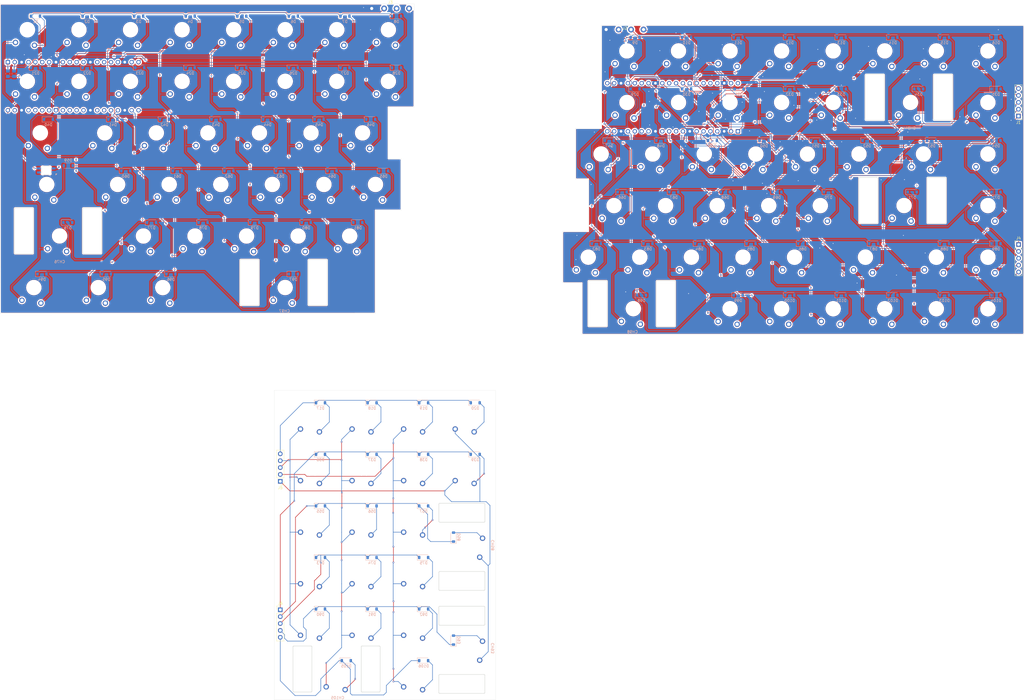
<source format=kicad_pcb>
(kicad_pcb (version 20241229) (generator "pcbnew") (generator_version "9.0")
  (layers (0 "F.Cu" signal) (2 "B.Cu" signal) (13 "F.Paste" user) (15 "B.Paste" user) (5 "F.SilkS" user "F.Silkscreen") (7 "B.SilkS" user "B.Silkscreen") (1 "F.Mask" user) (3 "B.Mask" user) (25 "Edge.Cuts" user))
  (net 0 "")
  (net 1 "col0")
  (net 2 "Net-(D1-A)")
  (net 3 "Net-(D2-A)")
  (net 4 "col1")
  (net 5 "col2")
  (net 6 "Net-(D3-A)")
  (net 7 "col3")
  (net 8 "Net-(D4-A)")
  (net 9 "Net-(D5-A)")
  (net 10 "col4")
  (net 11 "Net-(D6-A)")
  (net 12 "col5")
  (net 13 "col6")
  (net 14 "Net-(D7-A)")
  (net 15 "col7")
  (net 16 "Net-(D8-A)")
  (net 17 "col8")
  (net 18 "Net-(D9-A)")
  (net 19 "Net-(D10-A)")
  (net 20 "col9")
  (net 21 "col10")
  (net 22 "Net-(D11-A)")
  (net 23 "col11")
  (net 24 "Net-(D12-A)")
  (net 25 "col12")
  (net 26 "Net-(D13-A)")
  (net 27 "col13")
  (net 28 "Net-(D14-A)")
  (net 29 "Net-(D15-A)")
  (net 30 "col14")
  (net 31 "Net-(D16-A)")
  (net 32 "col15")
  (net 33 "Net-(D17-A)")
  (net 34 "Net-(D18-A)")
  (net 35 "Net-(D19-A)")
  (net 36 "Net-(D20-A)")
  (net 37 "Net-(D21-A)")
  (net 38 "Net-(D22-A)")
  (net 39 "Net-(D23-A)")
  (net 40 "Net-(D24-A)")
  (net 41 "Net-(D26-A)")
  (net 42 "Net-(D27-A)")
  (net 43 "Net-(D28-A)")
  (net 44 "Net-(D29-A)")
  (net 45 "Net-(D30-A)")
  (net 46 "Net-(D31-A)")
  (net 47 "Net-(D32-A)")
  (net 48 "Net-(D33-A)")
  (net 49 "Net-(D34-A)")
  (net 50 "Net-(D35-A)")
  (net 51 "Net-(D36-A)")
  (net 52 "Net-(D37-A)")
  (net 53 "Net-(D38-A)")
  (net 54 "Net-(D39-A)")
  (net 55 "Net-(D40-A)")
  (net 56 "Net-(D41-A)")
  (net 57 "Net-(D42-A)")
  (net 58 "Net-(D43-A)")
  (net 59 "Net-(D44-A)")
  (net 60 "Net-(D45-A)")
  (net 61 "Net-(D46-A)")
  (net 62 "Net-(D47-A)")
  (net 63 "Net-(D48-A)")
  (net 64 "Net-(D49-A)")
  (net 65 "Net-(D50-A)")
  (net 66 "Net-(D51-A)")
  (net 67 "Net-(D52-A)")
  (net 68 "Net-(D53-A)")
  (net 69 "Net-(D54-A)")
  (net 70 "Net-(D55-A)")
  (net 71 "Net-(D56-A)")
  (net 72 "Net-(D57-A)")
  (net 73 "Net-(D58-A)")
  (net 74 "Net-(D59-A)")
  (net 75 "Net-(D60-A)")
  (net 76 "Net-(D61-A)")
  (net 77 "Net-(D62-A)")
  (net 78 "Net-(D63-A)")
  (net 79 "Net-(D64-A)")
  (net 80 "Net-(D65-A)")
  (net 81 "Net-(D66-A)")
  (net 82 "Net-(D67-A)")
  (net 83 "Net-(D68-A)")
  (net 84 "Net-(D69-A)")
  (net 85 "Net-(D70-A)")
  (net 86 "Net-(D71-A)")
  (net 87 "Net-(D72-A)")
  (net 88 "Net-(D73-A)")
  (net 89 "Net-(D74-A)")
  (net 90 "Net-(D75-A)")
  (net 91 "Net-(D76-A)")
  (net 92 "Net-(D77-A)")
  (net 93 "Net-(D78-A)")
  (net 94 "Net-(D79-A)")
  (net 95 "Net-(D80-A)")
  (net 96 "Net-(D81-A)")
  (net 97 "Net-(D82-A)")
  (net 98 "Net-(D83-A)")
  (net 99 "Net-(D84-A)")
  (net 100 "Net-(D85-A)")
  (net 101 "Net-(D86-A)")
  (net 102 "col16")
  (net 103 "Net-(D87-A)")
  (net 104 "Net-(D88-A)")
  (net 105 "col17")
  (net 106 "Net-(D89-A)")
  (net 107 "col18")
  (net 108 "Net-(D90-A)")
  (net 109 "col19")
  (net 110 "Net-(D91-A)")
  (net 111 "Net-(D92-A)")
  (net 112 "Net-(D93-A)")
  (net 113 "Net-(D94-A)")
  (net 114 "Net-(D95-A)")
  (net 115 "Net-(D96-A)")
  (net 116 "Net-(D97-A)")
  (net 117 "Net-(D99-A)")
  (net 118 "Net-(D100-A)")
  (net 119 "Net-(D101-A)")
  (net 120 "Net-(D102-A)")
  (net 121 "Net-(D103-A)")
  (net 122 "Net-(D104-A)")
  (net 123 "Net-(D105-A)")
  (net 124 "row0")
  (net 125 "row11")
  (net 126 "row1")
  (net 127 "row10")
  (net 128 "row2")
  (net 129 "row9")
  (net 130 "row3")
  (net 131 "row8")
  (net 132 "row4")
  (net 133 "row7")
  (net 134 "row5")
  (net 135 "row6")
  (net 136 "row12")
  (net 137 "row13")
  (net 138 "row14")
  (net 139 "row15")
  (net 140 "row16")
  (net 141 "row17")
  (net 142 "Net-(D25-A)")
  (net 143 "Net-(D98-A)")
  (net 144 "Net-(D106-A)")
  (net 154 "Net-(A2-GPIO5)")
  (net 161 "GND1")
  (net 165 "Net-(A1-GPIO0)")
  (net 167 "Net-(A1-GPIO1)")
  (net 168 "GND2")
  (net 169 "Net-(A2-GPIO1)")
  (net 170 "Net-(A2-GPIO0)")
  (net 171 "Net-(A1-VSYS)")
  (net 173 "Net-(A2-VBUS)")
  (net 175 "col16N")
  (net 176 "col17N")
  (net 177 "col18N")
  (net 178 "col19N")
  (net 179 "row12N")
  (net 180 "row13N")
  (net 181 "row14N")
  (net 182 "row15N")
  (net 183 "row16N")
  (net 184 "row17N")
  (footprint "PCM_marbastlib-xp-gateron_lp:SW_KS33_1u" (layer "F.Cu") (at 333.5635 72.021)
    (property "Reference" "CH52" (hide yes))
    (property "Value" "KS33_SW_HS")
  )
  (footprint "PCM_marbastlib-xp-gateron_lp:SW_KS33_1u" (layer "F.Cu") (at 112.085 64.205)
    (property "Reference" "CH44" (hide yes))
    (property "Value" "KS33_SW_HS")
  )
  (footprint "PCM_marbastlib-xp-gateron_lp:SW_KS33_1u" (layer "F.Cu") (at 97.7975 83.255)
    (property "Reference" "CH62" (hide yes))
    (property "Value" "KS33_SW_HS")
  )
  (footprint "PCM_marbastlib-xp-gateron_lp:SW_KS33_1u" (layer "F.Cu") (at 121.61 26.105)
    (property "Reference" "CH6" (hide yes))
    (property "Value" "KS33_SW_HS")
  )
  (footprint "PCM_marbastlib-xp-gateron_lp:SW_KS33_1u" (layer "F.Cu") (at 188.79 168.91)
    (property "Reference" "CH20" (hide yes))
    (property "Value" "KS33_SW_HS")
  )
  (footprint "PCM_marbastlib-xp-gateron_lp:SW_KS33_1u" (layer "F.Cu") (at 281.176 91.071)
    (property "Reference" "CH68" (hide yes))
    (property "Value" "KS33_SW_HS")
  )
  (footprint "PCM_marbastlib-xp-gateron_lp:SW_KS33_1u" (layer "F.Cu") (at 188.79 187.96)
    (property "Reference" "CH39" (hide yes))
    (property "Value" "KS33_SW_HS")
  )
  (footprint "PCM_marbastlib-xp-gateron_lp:SW_KS33_1u" (layer "F.Cu") (at 26.36 45.155)
    (property "Reference" "CH21" (hide yes))
    (property "Value" "KS33_SW_HS")
  )
  (footprint "PCM_marbastlib-xp-gateron_lp:SW_KS33_1u" (layer "F.Cu") (at 131.64 226.06)
    (property "Reference" "CH73" (hide yes))
    (property "Value" "KS33_SW_HS")
  )
  (footprint "PCM_marbastlib-xp-gateron_lp:SW_KS33_1u" (layer "F.Cu") (at 169.74 207.01)
    (property "Reference" "CH57" (hide yes))
    (property "Value" "KS33_SW_HS")
  )
  (footprint "gateron low profile:Gateron_Low_Profile_Socket_Stabilizer_2U" (layer "F.Cu") (at 188.77 216.53 90)
    (property "Reference" "CH58")
    (property "Value" "KS33_SW_HS")
    (fp_line (start 8.8 -10.4) (end 15.2 -10.4) (stroke (width 0.15)) (layer "Edge.Cuts"))
    (fp_line (start -16.400001 -10.4) (end -10.000001 -10.4) (stroke (width 0.15)) (layer "Edge.Cuts"))
    (fp_line (start 15.5 -10.1) (end 15.5 6.3) (stroke (width 0.15)) (layer "Edge.Cuts"))
    (fp_line (start -9.700001 -10.1) (end -9.700002 6.3) (stroke (width 0.15)) (layer "Edge.Cuts"))
    (fp_line (start 8.500001 6.3) (end 8.5 -10.1) (stroke (width 0.15)) (layer "Edge.Cuts"))
    (fp_line (start -16.700001 6.3) (end -16.700001 -10.1) (stroke (width 0.15)) (layer "Edge.Cuts"))
    (fp_line (start 15.2 6.6) (end 8.8 6.6) (stroke (width 0.15)) (layer "Edge.Cuts"))
    (fp_line (start -10.000001 6.6) (end -16.400001 6.6) (stroke (width 0.15)) (layer "Edge.Cuts"))
    (fp_arc (start 15.2 -10.4) (mid 15.412132 -10.312132) (end 15.5 -10.1) (stroke (width 0.15)) (layer "Edge.Cuts"))
    (fp_arc (start -10.000001 -10.4) (mid -9.787869 -10.312132) (end -9.700001 -10.1) (stroke (width 0.15)) (layer "Edge.Cuts"))
    (fp_arc (start 8.5 -10.1) (mid 8.587868 -10.312132) (end 8.8 -10.4) (stroke (width 0.15)) (layer "Edge.Cuts"))
    (fp_arc (start -16.700001 -10.1) (mid -16.612133 -10.312132) (end -16.400001 -10.4) (stroke (width 0.15)) (layer "Edge.Cuts"))
    (fp_arc (start 15.5 6.3) (mid 15.412132 6.512132) (end 15.2 6.6) (stroke (width 0.15)) (layer "Edge.Cuts"))
    (fp_arc (start -9.700002 6.3) (mid -9.787869 6.512132) (end -10.000001 6.6) (stroke (width 0.15)) (layer "Edge.Cuts"))
    (fp_arc (start 8.8 6.6) (mid 8.587868 6.512132) (end 8.500001 6.3) (stroke (width 0.15)) (layer "Edge.Cuts"))
    (fp_arc (start -16.400001 6.6) (mid -16.612133 6.512132) (end -16.700001 6.3) (stroke (width 0.15)) (layer "Edge.Cuts"))
  )
  (footprint "PCM_marbastlib-xp-gateron_lp:SW_KS33_1u" (layer "F.Cu") (at 28.74125 121.355)
    (property "Reference" "CH94" (hide yes))
    (property "Value" "KS33_SW_HS")
  )
  (footprint "PCM_marbastlib-xp-gateron_lp:SW_KS33_1u" (layer "F.Cu") (at 88.2725 102.305)
    (property "Reference" "CH78" (hide yes))
    (property "Value" "KS33_SW_HS")
  )
  (footprint "PCM_marbastlib-xp-gateron_lp:SW_KS33_1u" (layer "F.Cu") (at 169.74 187.96)
    (property "Reference" "CH38" (hide yes))
    (property "Value" "KS33_SW_HS")
  )
  (footprint "PCM_marbastlib-xp-gateron_lp:SW_KS33_1u" (layer "F.Cu") (at 154.9475 83.255)
    (property "Reference" "CH65" (hide yes))
    (property "Value" "KS33_SW_HS")
  )
  (footprint "PCM_marbastlib-xp-gateron_lp:SW_KS33_1u" (layer "F.Cu") (at 83.51 26.105)
    (property "Reference" "CH4" (hide yes))
    (property "Value" "KS33_SW_HS")
  )
  (footprint "PCM_marbastlib-xp-gateron_lp:SW_KS33_1u" (layer "F.Cu") (at 59.6975 83.255)
    (property "Reference" "CH60" (hide yes))
    (property "Value" "KS33_SW_HS")
  )
  (footprint "PCM_marbastlib-xp-gateron_lp:SW_KS33_1u" (layer "F.Cu") (at 381.1885 91.071)
    (property "Reference" "CH72" (hide yes))
    (property "Value" "KS33_SW_HS")
  )
  (footprint "PCM_marbastlib-xp-gateron_lp:SW_KS33_1u" (layer "F.Cu") (at 169.74 264.16)
    (property "Reference" "CH106" (hide yes))
    (property "Value" "KS33_SW_HS")
  )
  (footprint "PCM_marbastlib-xp-gateron_lp:SW_KS33_1u" (layer "F.Cu") (at 295.4635 72.021)
    (property "Reference" "CH50" (hide yes))
    (property "Value" "KS33_SW_HS")
  )
  (footprint "PCM_marbastlib-xp-gateron_lp:SW_KS33_1u" (layer "F.Cu") (at 266.8885 33.921)
    (property "Reference" "CH10" (hide yes))
    (property "Value" "KS33_SW_HS")
  )
  (footprint "gateron low profile:Gateron_Low_Profile_Socket_Stabilizer_2U" (layer "F.Cu") (at 352.6135 52.971)
    (property "Reference" "CH34")
    (property "Value" "KS33_SW_HS")
    (fp_line (start -16.700001 6.3) (end -16.700001 -10.1) (stroke (width 0.15)) (layer "Edge.Cuts"))
    (fp_line (start -16.400001 -10.4) (end -10.000001 -10.4) (stroke (width 0.15)) (layer "Edge.Cuts"))
    (fp_line (start -10.000001 6.6) (end -16.400001 6.6) (stroke (width 0.15)) (layer "Edge.Cuts"))
    (fp_line (start -9.700001 -10.1) (end -9.700002 6.3) (stroke (width 0.15)) (layer "Edge.Cuts"))
    (fp_line (start 8.500001 6.3) (end 8.5 -10.1) (stroke (width 0.15)) (layer "Edge.Cuts"))
    (fp_line (start 8.8 -10.4) (end 15.2 -10.4) (stroke (width 0.15)) (layer "Edge.Cuts"))
    (fp_line (start 15.2 6.6) (end 8.8 6.6) (stroke (width 0.15)) (layer "Edge.Cuts"))
    (fp_line (start 15.5 -10.1) (end 15.5 6.3) (stroke (width 0.15)) (layer "Edge.Cuts"))
    (fp_arc (start -16.700001 -10.1) (mid -16.612133 -10.312132) (end -16.400001 -10.4) (stroke (width 0.15)) (layer "Edge.Cuts"))
    (fp_arc (start -16.400001 6.6) (mid -16.612133 6.512132) (end -16.700001 6.3) (stroke (width 0.15)) (layer "Edge.Cuts"))
    (fp_arc (start -10.000001 -10.4) (mid -9.787869 -10.312132) (end -9.700001 -10.1) (stroke (width 0.15)) (layer "Edge.Cuts"))
    (fp_arc (start -9.700002 6.3) (mid -9.787869 6.512132) (end -10.000001 6.6) (stroke (width 0.15)) (layer "Edge.Cuts"))
    (fp_arc (start 8.5 -10.1) (mid 8.587868 -10.312132) (end 8.8 -10.4) (stroke (width 0.15)) (layer "Edge.Cuts"))
    (fp_arc (start 8.8 6.6) (mid 8.587868 6.512132) (end 8.500001 6.3) (stroke (width 0.15)) (layer "Edge.Cuts"))
    (fp_arc (start 15.2 -10.4) (mid 15.412132 -10.312132) (end 15.5 -10.1) (stroke (width 0.15)) (layer "Edge.Cuts"))
    (fp_arc (start 15.5 6.3) (mid 15.412132 6.512132) (end 15.2 6.6) (stroke (width 0.15)) (layer "Edge.Cuts"))
  )
  (footprint "PCM_marbastlib-xp-gateron_lp:SW_KS33_1u" (layer "F.Cu") (at 266.8885 52.971)
    (property "Reference" "CH30" (hide yes))
    (property "Value" "KS33_SW_HS")
  )
  (footprint "PCM_marbastlib-xp-gateron_lp:SW_KS33_1u" (layer "F.Cu") (at 26.36 26.105)
    (property "Reference" "CH1" (hide yes))
    (property "Value" "KS33_SW_HS")
  )
  (footprint "PCM_marbastlib-xp-gateron_lp:SW_KS33_1u" (layer "F.Cu") (at 324.0385 33.921)
    (property "Reference" "CH13" (hide yes))
    (property "Value" "KS33_SW_HS")
  )
  (footprint "PCM_marbastlib-xp-gateron_lp:SW_KS33_1u" (layer "F.Cu") (at 362.1385 33.921)
    (property "Reference" "CH15" (hide yes))
    (property "Value" "KS33_SW_HS")
  )
  (footprint "Connector_PinHeader_2.54mm:PinHeader_1x05_P2.54mm_Vertical" (layer "F.Cu") (at 392.5185 105.4458)
    (property "Reference" "J4")
    (property "Value" "Conn_01x05_Socket" (hide yes))
  )
  (footprint "PCM_marbastlib-xp-gateron_lp:SW_KS33_1u" (layer "F.Cu") (at 300.226 91.071)
    (property "Reference" "CH69" (hide yes))
    (property "Value" "KS33_SW_HS")
  )
  (footprint "PCM_marbastlib-xp-gateron_lp:SW_KS33_1u" (layer "F.Cu") (at 121.61 45.155)
    (property "Reference" "CH26" (hide yes))
    (property "Value" "KS33_SW_HS")
  )
  (footprint "PCM_marbastlib-xp-gateron_lp:SW_KS33_1u" (layer "F.Cu") (at 247.8385 52.971)
    (property "Reference" "CH29" (hide yes))
    (property "Value" "KS33_SW_HS")
  )
  (footprint "Connector_Wire:SolderWire-0.5sqmm_1x04_P4.6mm_D0.9mm_OD2.1mm" (layer "F.Cu") (at 240.156 26.031)
    (property "Reference" "J2")
    (property "Value" "Conn_01x04_Socket")
  )
  (footprint "PCM_marbastlib-xp-gateron_lp:SW_KS33_1u" (layer "F.Cu") (at 314.5135 72.021)
    (property "Reference" "CH51" (hide yes))
    (property "Value" "KS33_SW_HS")
  )
  (footprint "PCM_marbastlib-xp-gateron_lp:SW_KS33_1u" (layer "F.Cu") (at 93.035 64.205)
    (property "Reference" "CH43" (hide yes))
    (property "Value" "KS33_SW_HS")
  )
  (footprint "gateron low profile:Gateron_Low_Profile_Socket_Stabilizer_2U" (layer "F.Cu") (at 250.21975 129.171)
    (property "Reference" "CH98")
    (property "Value" "KS33_SW_HS")
    (fp_line (start -16.700001 6.3) (end -16.700001 -10.1) (stroke (width 0.15)) (layer "Edge.Cuts"))
    (fp_line (start -16.400001 -10.4) (end -10.000001 -10.4) (stroke (width 0.15)) (layer "Edge.Cuts"))
    (fp_line (start -10.000001 6.6) (end -16.400001 6.6) (stroke (width 0.15)) (layer "Edge.Cuts"))
    (fp_line (start -9.700001 -10.1) (end -9.700002 6.3) (stroke (width 0.15)) (layer "Edge.Cuts"))
    (fp_line (start 8.500001 6.3) (end 8.5 -10.1) (stroke (width 0.15)) (layer "Edge.Cuts"))
    (fp_line (start 8.8 -10.4) (end 15.2 -10.4) (stroke (width 0.15)) (layer "Edge.Cuts"))
    (fp_line (start 15.2 6.6) (end 8.8 6.6) (stroke (width 0.15)) (layer "Edge.Cuts"))
    (fp_line (start 15.5 -10.1) (end 15.5 6.3) (stroke (width 0.15)) (layer "Edge.Cuts"))
    (fp_arc (start -16.700001 -10.1) (mid -16.612133 -10.312132) (end -16.400001 -10.4) (stroke (width 0.15)) (layer "Edge.Cuts"))
    (fp_arc (start -16.400001 6.6) (mid -16.612133 6.512132) (end -16.700001 6.3) (stroke (width 0.15)) (layer "Edge.Cuts"))
    (fp_arc (start -10.000001 -10.4) (mid -9.787869 -10.312132) (end -9.700001 -10.1) (stroke (width 0.15)) (layer "Edge.Cuts"))
    (fp_arc (start -9.700002 6.3) (mid -9.787869 6.512132) (end -10.000001 6.6) (stroke (width 0.15)) (layer "Edge.Cuts"))
    (fp_arc (start 8.5 -10.1) (mid 8.587868 -10.312132) (end 8.8 -10.4) (stroke (width 0.15)) (layer "Edge.Cuts"))
    (fp_arc (start 8.8 6.6) (mid 8.587868 6.512132) (end 8.500001 6.3) (stroke (width 0.15)) (layer "Edge.Cuts"))
    (fp_arc (start 15.2 -10.4) (mid 15.412132 -10.312132) (end 15.5 -10.1) (stroke (width 0.15)) (layer "Edge.Cuts"))
    (fp_arc (start 15.5 6.3) (mid 15.412132 6.512132) (end 15.2 6.6) (stroke (width 0.15)) (layer "Edge.Cuts"))
  )
  (footprint "PCM_marbastlib-xp-gateron_lp:SW_KS33_1u" (layer "F.Cu") (at 257.3635 72.021)
    (property "Reference" "CH48" (hide yes))
    (property "Value" "KS33_SW_HS")
  )
  (footprint "PCM_marbastlib-xp-gateron_lp:SW_KS33_1u" (layer "F.Cu") (at 131.135 64.205)
    (property "Reference" "CH45" (hide yes))
    (property "Value" "KS33_SW_HS")
  )
  (footprint "PCM_marbastlib-xp-gateron_lp:SW_KS33_1u" (layer "F.Cu") (at 102.56 45.155)
    (property "Reference" "CH25" (hide yes))
    (property "Value" "KS33_SW_HS")
  )
  (footprint "PCM_marbastlib-xp-gateron_lp:SW_KS33_1u" (layer "F.Cu") (at 252.601 110.121)
    (property "Reference" "CH83" (hide yes))
    (property "Value" "KS33_SW_HS")
  )
  (footprint "PCM_marbastlib-xp-gateron_lp:SW_KS33_1u" (layer "F.Cu") (at 276.4135 72.021)
    (property "Reference" "CH49" (hide yes))
    (property "Value" "KS33_SW_HS")
  )
  (footprint "PCM_marbastlib-xp-gateron_lp:SW_KS33_1u" (layer "F.Cu") (at 135.8975 83.255)
    (property "Reference" "CH64" (hide yes))
    (property "Value" "KS33_SW_HS")
  )
  (footprint "PCM_marbastlib-xp-gateron_lp:SW_KS33_1u" (layer "F.Cu") (at 309.751 110.121)
    (property "Reference" "CH86" (hide yes))
    (property "Value" "KS33_SW_HS")
  )
  (footprint "PCM_marbastlib-xp-gateron_lp:SW_KS33_1u" (layer "F.Cu") (at 83.51 45.155)
    (property "Reference" "CH24" (hide yes))
    (property "Value" "KS33_SW_HS")
  )
  (footprint "PCM_marbastlib-xp-gateron_lp:SW_KS33_1u" (layer "F.Cu") (at 150.69 187.96)
    (property "Reference" "CH37" (hide yes))
    (property "Value" "KS33_SW_HS")
  )
  (footprint "PCM_marbastlib-xp-gateron_lp:SW_KS33_1u" (layer "F.Cu") (at 140.66 26.105)
    (property "Reference" "CH7" (hide yes))
    (property "Value" "KS33_SW_HS")
  )
  (footprint "PCM_marbastlib-xp-gateron_lp:SW_KS33_1u" (layer "F.Cu") (at 31.1225 64.205)
    (property "Reference" "CH40" (hide yes))
    (property "Value" "KS33_SW_HS")
  )
  (footprint "PCM_marbastlib-xp-gateron_lp:SW_KS33_1u" (layer "F.Cu") (at 33.50375 83.255)
    (property "Reference" "CH59" (hide yes))
    (property "Value" "KS33_SW_HS")
  )
  (footprint "PCM_marbastlib-xp-gateron_lp:SW_KS33_1u" (layer "F.Cu") (at 73.985 64.205)
    (property "Reference" "CH42" (hide yes))
    (property "Value" "KS33_SW_HS")
  )
  (footprint "PCM_marbastlib-xp-gateron_lp:SW_KS33_1u" (layer "F.Cu") (at 362.1385 129.171)
    (property "Reference" "CH103" (hide yes))
    (property "Value" "KS33_SW_HS")
  )
  (footprint "PCM_marbastlib-xp-gateron_lp:SW_KS33_1u" (layer "F.Cu") (at 159.71 45.155)
    (property "Reference" "CH28" (hide yes))
    (property "Value" "KS33_SW_HS")
  )
  (footprint "PCM_marbastlib-xp-gateron_lp:SW_KS33_1u" (layer "F.Cu") (at 247.8385 33.921)
    (property "Reference" "CH9" (hide yes))
    (property "Value" "KS33_SW_HS")
  )
  (footprint "PCM_marbastlib-xp-gateron_lp:SW_KS33_1u" (layer "F.Cu") (at 381.1885 129.171)
    (property "Reference" "CH104" (hide yes))
    (property "Value" "KS33_SW_HS")
  )
  (footprint "Connector_Wire:SolderWire-0.5sqmm_1x04_P4.6mm_D0.9mm_OD2.1mm" (layer "F.Cu") (at 153.55 18.2475)
    (property "Reference" "J3")
    (property "Value" "Conn_01x04_Socket")
  )
  (footprint "PCM_marbastlib-xp-gateron_lp:SW_KS33_1u" (layer "F.Cu") (at 304.9885 52.971)
    (property "Reference" "CH32" (hide yes))
    (property "Value" "KS33_SW_HS")
  )
  (footprint "Connector_PinHeader_2.54mm:PinHeader_1x05_P2.54mm_Vertical" (layer "F.Cu") (at 119.77 192.93 180)
    (property "Reference" "J5")
    (property "Value" "Conn_01x05_Socket" (hide yes))
  )
  (footprint "PCM_marbastlib-xp-gateron_lp:SW_KS33_1u" (layer "F.Cu") (at 381.1885 52.971)
    (property "Reference" "CH35" (hide yes))
    (property "Value" "KS33_SW_HS")
  )
  (footprint "PCM_marbastlib-xp-gateron_lp:SW_KS33_1u" (layer "F.Cu") (at 107.3225 102.305)
    (property "Reference" "CH79" (hide yes))
    (property "Value" "KS33_SW_HS")
  )
  (footprint "PCM_marbastlib-xp-gateron_lp:SW_KS33_1u" (layer "F.Cu") (at 319.276 91.071)
    (property "Reference" "CH70" (hide yes))
    (property "Value" "KS33_SW_HS")
  )
  (footprint "PCM_marbastlib-xp-gateron_lp:SW_KS33_1u" (layer "F.Cu") (at 150.69 207.01)
    (property "Reference" "CH56" (hide yes))
    (property "Value" "KS33_SW_HS")
  )
  (footprint "PCM_marbastlib-xp-gateron_lp:SW_KS33_1u" (layer "F.Cu") (at 126.3725 102.305)
    (property "Reference" "CH80" (hide yes))
    (property "Value" "KS33_SW_HS")
  )
  (footprint "PCM_marbastlib-xp-gateron_lp:SW_KS33_1u" (layer "F.Cu") (at 335.94475 110.121)
    (property "Reference" "CH87" (hide yes))
    (property "Value" "KS33_SW_HS")
  )
  (footprint "PCM_marbastlib-xp-gateron_lp:SW_KS33_1u" (layer "F.Cu") (at 343.0885 129.171)
    (property "Reference" "CH102" (hide yes))
    (property "Value" "KS33_SW_HS")
  )
  (footprint "PCM_marbastlib-xp-gateron_lp:SW_KS33_1u" (layer "F.Cu") (at 304.9885 33.921)
    (property "Reference" "CH12" (hide yes))
    (property "Value" "KS33_SW_HS")
  )
  (footprint "PCM_marbastlib-xp-gateron_lp:SW_KS33_1u" (layer "F.Cu") (at 78.7475 83.255)
    (property "Reference" "CH61" (hide yes))
    (property "Value" "KS33_SW_HS")
  )
  (footprint "PCM_marbastlib-xp-gateron_lp:SW_KS33_1u" (layer "F.Cu") (at 45.41 26.105)
    (property "Reference" "CH2" (hide yes))
    (property "Value" "KS33_SW_HS")
  )
  (footprint "PCM_marbastlib-xp-gateron_lp:SW_KS33_1u" (layer "F.Cu") (at 54.935 64.205)
    (property "Reference" "CH41" (hide yes))
    (property "Value" "KS33_SW_HS")
  )
  (footprint "PCM_marbastlib-xp-gateron_lp:SW_KS33_1u" (layer "F.Cu") (at 150.69 226.06)
    (property "Reference" "CH74" (hide yes))
    (property "Value" "KS33_SW_HS")
  )
  (footprint "PCM_marbastlib-xp-gateron_lp:SW_KS33_1u" (layer "F.Cu") (at 324.0385 129.171)
    (property "Reference" "CH101" (hide yes))
    (property "Value" "KS33_SW_HS")
  )
  (footprint "PCM_marbastlib-xp-gateron_lp:SW_KS33_1u" (layer "F.Cu") (at 285.9385 52.971)
    (property "Reference" "CH31" (hide yes))
    (property "Value" "KS33_SW_HS")
  )
  (footprint "PCM_marbastlib-xp-gateron_lp:SW_KS33_1u" (layer "F.Cu") (at 304.9885 129.171)
    (property "Reference" "CH100" (hide yes))
    (property "Value" "KS33_SW_HS")
  )
  (footprint "PCM_marbastlib-xp-gateron_lp:SW_KS33_1u" (layer "F.Cu") (at 150.69 245.11)
    (property "Reference" "CH91" (hide yes))
    (property "Value" "KS33_SW_HS")
  )
  (footprint "PCM_marbastlib-xp-gateron_lp:SW_KS33_1u" (layer "F.Cu") (at 243.076 91.071)
    (property "Reference" "CH66" (hide yes))
    (property "Value" "KS33_SW_HS")
  )
  (footprint "PCM_marbastlib-xp-gateron_lp:SW_KS33_1u" (layer "F.Cu") (at 285.9385 129.171)
    (property "Reference" "CH99" (hide yes))
    (property "Value" "KS33_SW_HS")
  )
  (footprint "PCM_marbastlib-xp-gateron_lp:SW_KS33_1u" (layer "F.Cu") (at 324.0385 52.971)
    (property "Reference" "CH33" (hide yes))
    (property "Value" "KS33_SW_HS")
  )
  (footprint "PCM_marbastlib-xp-gateron_lp:SW_KS33_1u" (layer "F.Cu") (at 64.46 45.155)
    (property "Reference" "CH23" (hide yes))
    (property "Value" "KS33_SW_HS")
  )
  (footprint "PCM_marbastlib-xp-gateron_lp:SW_KS33_1u" (layer "F.Cu") (at 343.0885 33.921)
    (property "Reference" "CH14" (hide yes))
    (property "Value" "KS33_SW_HS")
  )
  (footprint "PCM_marbastlib-xp-gateron_lp:SW_KS33_1u" (layer "F.Cu") (at 150.185 64.205)
    (property "Reference" "CH46" (hide yes))
    (property "Value" "KS33_SW_HS")
  )
  (footprint "PCM_marbastlib-xp-gateron_lp:SW_KS33_1u" (layer "F.Cu") (at 145.4225 102.305)
    (property "Reference" "CH81" (hide yes))
    (property "Value" "KS33_SW_HS")
  )
  (footprint "PCM_marbastlib-xp-gateron_lp:SW_KS33_1u" (layer "F.Cu") (at 150.69 168.91)
    (property "Reference" "CH18" (hide yes))
    (property "Value" "KS33_SW_HS")
  )
  (footprint "PCM_marbastlib-xp-gateron_lp:SW_KS33_1u" (layer "F.Cu") (at 381.1885 110.121)
    (property "Reference" "CH89" (hide yes))
    (property "Value" "KS33_SW_HS")
  )
  (footprint "PCM_marbastlib-xp-gateron_lp:SW_KS33_1u" (layer "F.Cu") (at 69.2225 102.305)
    (property "Reference" "CH77" (hide yes))
    (property "Value" "KS33_SW_HS")
  )
  (footprint "gateron low profile:Gateron_Low_Profile_Socket_Stabilizer_2U" (layer "F.Cu") (at 121.61 121.355)
    (property "Reference" "CH97")
    (property "Value" "KS33_SW_HS")
    (fp_line (start -16.700001 6.3) (end -16.700001 -10.1) (stroke (width 0.15)) (layer "Edge.Cuts"))
    (fp_line (start -16.400001 -10.4) (end -10.000001 -10.4) (stroke (width 0.15)) (layer "Edge.Cuts"))
    (fp_line (start -10.000001 6.6) (end -16.400001 6.6) (stroke (width 0.15)) (layer "Edge.Cuts"))
    (fp_line (start -9.700001 -10.1) (end -9.700002 6.3) (stroke (width 0.15)) (layer "Edge.Cuts"))
    (fp_line (start 8.500001 6.3) (end 8.5 -10.1) (stroke (width 0.15)) (layer "Edge.Cuts"))
    (fp_line (start 8.8 -10.4) (end 15.2 -10.4) (stroke (width 0.15)) (layer "Edge.Cuts"))
    (fp_line (start 15.2 6.6) (end 8.8 6.6) (stroke (width 0.15)) (layer "Edge.Cuts"))
    (fp_line (start 15.5 -10.1) (end 15.5 6.3) (stroke (width 0.15)) (layer "Edge.Cuts"))
    (fp_arc (start -16.700001 -10.1) (mid -16.612133 -10.312132) (end -16.400001 -10.4) (stroke (width 0.15)) (layer "Edge.Cuts"))
    (fp_arc (start -16.400001 6.6) (mid -16.612133 6.512132) (end -16.700001 6.3) (stroke (width 0.15)) (layer "Edge.Cuts"))
    (fp_arc (start -10.000001 -10.4) (mid -9.787869 -10.312132) (end -9.700001 -10.1) (stroke (width 0.15)) (layer "Edge.Cuts"))
    (fp_arc (start -9.700002 6.3) (mid -9.787869 6.512132) (end -10.000001 6.6) (stroke (width 0.15)) (layer "Edge.Cuts"))
    (fp_arc (start 8.5 -10.1) (mid 8.587868 -10.312132) (end 8.8 -10.4) (stroke (width 0.15)) (layer "Edge.Cuts"))
    (fp_arc (start 8.8 6.6) (mid 8.587868 6.512132) (end 8.500001 6.3) (stroke (width 0.15)) (layer "Edge.Cuts"))
    (fp_arc (start 15.2 -10.4) (mid 15.412132 -10.312132) (end 15.5 -10.1) (stroke (width 0.15)) (layer "Edge.Cuts"))
    (fp_arc (start 15.5 6.3) (mid 15.412132 6.512132) (end 15.2 6.6) (stroke (width 0.15)) (layer "Edge.Cuts"))
  )
  (footprint "PCM_marbastlib-xp-gateron_lp:SW_KS33_1u" (layer "F.Cu") (at 45.41 45.155)
    (property "Reference" "CH22" (hide yes))
    (property "Value" "KS33_SW_HS")
  )
  (footprint "Connector_PinHeader_2.54mm:PinHeader_1x05_P2.54mm_Vertical" (layer "F.Cu") (at 119.77 240.38)
    (property "Reference" "J6")
    (property "Value" "Conn_01x05_Socket" (hide yes))
  )
  (footprint "PCM_marbastlib-xp-gateron_lp:SW_KS33_1u" (layer "F.Cu") (at 131.64 245.11)
    (property "Reference" "CH90" (hide yes))
    (property "Value" "KS33_SW_HS")
  )
  (footprint "gateron low profile:Gateron_Low_Profile_Socket_Stabilizer_2U" (layer "F.Cu") (at 141.165 264.16)
    (property "Reference" "CH105")
    (property "Value" "KS33_SW_HS")
    (fp_line (start -16.700001 6.3) (end -16.700001 -10.1) (stroke (width 0.15)) (layer "Edge.Cuts"))
    (fp_line (start -16.400001 -10.4) (end -10.000001 -10.4) (stroke (width 0.15)) (layer "Edge.Cuts"))
    (fp_line (start -10.000001 6.6) (end -16.400001 6.6) (stroke (width 0.15)) (layer "Edge.Cuts"))
    (fp_line (start -9.700001 -10.1) (end -9.700002 6.3) (stroke (width 0.15)) (layer "Edge.Cuts"))
    (fp_line (start 8.500001 6.3) (end 8.5 -10.1) (stroke (width 0.15)) (layer "Edge.Cuts"))
    (fp_line (start 8.8 -10.4) (end 15.2 -10.4) (stroke (width 0.15)) (layer "Edge.Cuts"))
    (fp_line (start 15.2 6.6) (end 8.8 6.6) (stroke (width 0.15)) (layer "Edge.Cuts"))
    (fp_line (start 15.5 -10.1) (end 15.5 6.3) (stroke (width 0.15)) (layer "Edge.Cuts"))
    (fp_arc (start -16.700001 -10.1) (mid -16.612133 -10.312132) (end -16.400001 -10.4) (stroke (width 0.15)) (layer "Edge.Cuts"))
    (fp_arc (start -16.400001 6.6) (mid -16.612133 6.512132) (end -16.700001 6.3) (stroke (width 0.15)) (layer "Edge.Cuts"))
    (fp_arc (start -10.000001 -10.4) (mid -9.787869 -10.312132) (end -9.700001 -10.1) (stroke (width 0.15)) (layer "Edge.Cuts"))
    (fp_arc (start -9.700002 6.3) (mid -9.787869 6.512132) (end -10.000001 6.6) (stroke (width 0.15)) (layer "Edge.Cuts"))
    (fp_arc (start 8.5 -10.1) (mid 8.587868 -10.312132) (end 8.8 -10.4) (stroke (width 0.15)) (layer "Edge.Cuts"))
    (fp_arc (start 8.8 6.6) (mid 8.587868 6.512132) (end 8.500001 6.3) (stroke (width 0.15)) (layer "Edge.Cuts"))
    (fp_arc (start 15.2 -10.4) (mid 15.412132 -10.312132) (end 15.5 -10.1) (stroke (width 0.15)) (layer "Edge.Cuts"))
    (fp_arc (start 15.5 6.3) (mid 15.412132 6.512132) (end 15.2 6.6) (stroke (width 0.15)) (layer "Edge.Cuts"))
  )
  (footprint "PCM_marbastlib-xp-gateron_lp:SW_KS33_1u" (layer "F.Cu") (at 131.64 187.96)
    (property "Reference" "CH36" (hide yes))
    (property "Value" "KS33_SW_HS")
  )
  (footprint "PCM_marbastlib-xp-gateron_lp:SW_KS33_1u" (layer "F.Cu") (at 52.55375 121.355)
    (property "Reference" "CH95" (hide yes))
    (property "Value" "KS33_SW_HS")
  )
  (footprint "PCM_marbastlib-xp-gateron_lp:SW_KS33_1u" (layer "F.Cu") (at 381.1885 72.021)
    (property "Reference" "CH54" (hide yes))
    (property "Value" "KS33_SW_HS")
  )
  (footprint "PCM_marbastlib-xp-gateron_lp:SW_KS33_1u" (layer "F.Cu") (at 169.74 245.11)
    (property "Reference" "CH92" (hide yes))
    (property "Value" "KS33_SW_HS")
  )
  (footprint "gateron low profile:Gateron_Low_Profile_Socket_Stabilizer_2U" (layer "F.Cu") (at 188.76 254.58 90)
    (property "Reference" "CH93")
    (property "Value" "KS33_SW_HS")
    (fp_line (start 8.8 -10.4) (end 15.2 -10.4) (stroke (width 0.15)) (layer "Edge.Cuts"))
    (fp_line (start -16.400001 -10.4) (end -10.000001 -10.4) (stroke (width 0.15)) (layer "Edge.Cuts"))
    (fp_line (start 15.5 -10.1) (end 15.5 6.3) (stroke (width 0.15)) (layer "Edge.Cuts"))
    (fp_line (start -9.700001 -10.1) (end -9.700002 6.3) (stroke (width 0.15)) (layer "Edge.Cuts"))
    (fp_line (start 8.500001 6.3) (end 8.5 -10.1) (stroke (width 0.15)) (layer "Edge.Cuts"))
    (fp_line (start -16.700001 6.3) (end -16.700001 -10.1) (stroke (width 0.15)) (layer "Edge.Cuts"))
    (fp_line (start 15.2 6.6) (end 8.8 6.6) (stroke (width 0.15)) (layer "Edge.Cuts"))
    (fp_line (start -10.000001 6.6) (end -16.400001 6.6) (stroke (width 0.15)) (layer "Edge.Cuts"))
    (fp_arc (start 15.2 -10.4) (mid 15.412132 -10.312132) (end 15.5 -10.1) (stroke (width 0.15)) (layer "Edge.Cuts"))
    (fp_arc (start -10.000001 -10.4) (mid -9.787869 -10.312132) (end -9.700001 -10.1) (stroke (width 0.15)) (layer "Edge.Cuts"))
    (fp_arc (start 8.5 -10.1) (mid 8.587868 -10.312132) (end 8.8 -10.4) (stroke (width 0.15)) (layer "Edge.Cuts"))
    (fp_arc (start -16.700001 -10.1) (mid -16.612133 -10.312132) (end -16.400001 -10.4) (stroke (width 0.15)) (layer "Edge.Cuts"))
    (fp_arc (start 15.5 6.3) (mid 15.412132 6.512132) (end 15.2 6.6) (stroke (width 0.15)) (layer "Edge.Cuts"))
    (fp_arc (start -9.700002 6.3) (mid -9.787869 6.512132) (end -10.000001 6.6) (stroke (width 0.15)) (layer "Edge.Cuts"))
    (fp_arc (start 8.8 6.6) (mid 8.587868 6.512132) (end 8.500001 6.3) (stroke (width 0.15)) (layer "Edge.Cuts"))
    (fp_arc (start -16.400001 6.6) (mid -16.612133 6.512132) (end -16.700001 6.3) (stroke (width 0.15)) (layer "Edge.Cuts"))
  )
  (footprint "PCM_marbastlib-xp-gateron_lp:SW_KS33_1u" (layer "F.Cu") (at 131.64 168.91)
    (property "Reference" "CH17" (hide yes))
    (property "Value" "KS33_SW_HS")
  )
  (footprint "PCM_marbastlib-xp-gateron_lp:SW_KS33_1u" (layer "F.Cu") (at 233.551 110.121)
    (property "Reference" "CH82" (hide yes))
    (property "Value" "KS33_SW_HS")
  )
  (footprint "PCM_marbastlib-xp-gateron_lp:SW_KS33_1u" (layer "F.Cu") (at 116.8475 83.255)
    (property "Reference" "CH63" (hide yes))
    (property "Value" "KS33_SW_HS")
  )
  (footprint "PCM_marbastlib-xp-gateron_lp:SW_KS33_1u" (layer "F.Cu") (at 140.66 45.155)
    (property "Reference" "CH27" (hide yes))
    (property "Value" "KS33_SW_HS")
  )
  (footprint "gateron low profile:Gateron_Low_Profile_Socket_Stabilizer_2U" (layer "F.Cu") (at 350.23225 91.071)
    (property "Reference" "CH71" (hide yes))
    (property "Value" "KS33_SW_HS" (hide yes))
    (fp_line (start -16.700001 6.3) (end -16.700001 -10.1) (stroke (width 0.15)) (layer "Edge.Cuts"))
    (fp_line (start -16.400001 -10.4) (end -10.000001 -10.4) (stroke (width 0.15)) (layer "Edge.Cuts"))
    (fp_line (start -10.000001 6.6) (end -16.400001 6.6) (stroke (width 0.15)) (layer "Edge.Cuts"))
    (fp_line (start -9.700001 -10.1) (end -9.700002 6.3) (stroke (width 0.15)) (layer "Edge.Cuts"))
    (fp_line (start 8.500001 6.3) (end 8.5 -10.1) (stroke (width 0.15)) (layer "Edge.Cuts"))
    (fp_line (start 8.8 -10.4) (end 15.2 -10.4) (stroke (width 0.15)) (layer "Edge.Cuts"))
    (fp_line (start 15.2 6.6) (end 8.8 6.6) (stroke (width 0.15)) (layer "Edge.Cuts"))
    (fp_line (start 15.5 -10.1) (end 15.5 6.3) (stroke (width 0.15)) (layer "Edge.Cuts"))
    (fp_arc (start -16.700001 -10.1) (mid -16.612133 -10.312132) (end -16.400001 -10.4) (stroke (width 0.15)) (layer "Edge.Cuts"))
    (fp_arc (start -16.400001 6.6) (mid -16.612133 6.512132) (end -16.700001 6.3) (stroke (width 0.15)) (layer "Edge.Cuts"))
    (fp_arc (start -10.000001 -10.4) (mid -9.787869 -10.312132) (end -9.700001 -10.1) (stroke (width 0.15)) (layer "Edge.Cuts"))
    (fp_arc (start -9.700002 6.3) (mid -9.787869 6.512132) (end -10.000001 6.6) (stroke (width 0.15)) (layer "Edge.Cuts"))
    (fp_arc (start 8.5 -10.1) (mid 8.587868 -10.312132) (end 8.8 -10.4) (stroke (width 0.15)) (layer "Edge.Cuts"))
    (fp_arc (start 8.8 6.6) (mid 8.587868 6.512132) (end 8.500001 6.3) (stroke (width 0.15)) (layer "Edge.Cuts"))
    (fp_arc (start 15.2 -10.4) (mid 15.412132 -10.312132) (end 15.5 -10.1) (stroke (width 0.15)) (layer "Edge.Cuts"))
    (fp_arc (start 15.5 6.3) (mid 15.412132 6.512132) (end 15.2 6.6) (stroke (width 0.15)) (layer "Edge.Cuts"))
  )
  (footprint "PCM_marbastlib-xp-gateron_lp:SW_KS33_1u" (layer "F.Cu") (at 159.71 26.105)
    (property "Reference" "CH8" (hide yes))
    (property "Value" "KS33_SW_HS")
  )
  (footprint "PCM_marbastlib-xp-gateron_lp:SW_KS33_1u" (layer "F.Cu") (at 285.9385 33.921)
    (property "Reference" "CH11" (hide yes))
    (property "Value" "KS33_SW_HS")
  )
  (footprint "PCM_marbastlib-xp-gateron_lp:SW_KS33_1u" (layer "F.Cu") (at 169.74 226.06)
    (property "Reference" "CH75" (hide yes))
    (property "Value" "KS33_SW_HS")
  )
  (footprint "PCM_marbastlib-xp-gateron_lp:SW_KS33_1u" (layer "F.Cu") (at 262.126 91.071)
    (property "Reference" "CH67" (hide yes))
    (property "Value" "KS33_SW_HS")
  )
  (footprint "PCM_marbastlib-xp-gateron_lp:SW_KS33_1u" (layer "F.Cu") (at 131.64 207.01)
    (property "Reference" "CH55" (hide yes))
    (property "Value" "KS33_SW_HS")
  )
  (footprint "Connector_PinHeader_2.54mm:PinHeader_1x05_P2.54mm_Vertical" (layer "F.Cu") (at 392.4685 57.995799 180)
    (property "Reference" "J1")
    (property "Value" "Conn_01x05_Socket" (hide yes))
  )
  (footprint "PCM_marbastlib-xp-gateron_lp:SW_KS33_1u" (layer "F.Cu") (at 76.36625 121.355)
    (property "Reference" "CH96" (hide yes))
    (property "Value" "KS33_SW_HS")
  )
  (footprint "PCM_marbastlib-xp-gateron_lp:SW_KS33_1u" (layer "F.Cu") (at 381.1885 33.921)
    (property "Reference" "CH16" (hide yes))
    (property "Value" "KS33_SW_HS")
  )
  (footprint "PCM_marbastlib-xp-gateron_lp:SW_KS33_1u" (layer "F.Cu") (at 102.56 26.105)
    (property "Reference" "CH5" (hide yes))
    (property "Value" "KS33_SW_HS")
  )
  (footprint "PCM_marbastlib-xp-gateron_lp:SW_KS33_1u" (layer "F.Cu") (at 362.1385 110.121)
    (property "Reference" "CH88" (hide yes))
    (property "Value" "KS33_SW_HS")
  )
  (footprint "PCM_marbastlib-xp-gateron_lp:SW_KS33_1u" (layer "F.Cu") (at 169.74 168.91)
    (property "Reference" "CH19" (hide yes))
    (property "Value" "KS33_SW_HS")
  )
  (footprint "PCM_marbastlib-xp-gateron_lp:SW_KS33_1u" (layer "F.Cu") (at 271.651 110.121)
    (property "Reference" "CH84" (hide yes))
    (property "Value" "KS33_SW_HS")
  )
  (footprint "PCM_marbastlib-xp-gateron_lp:SW_KS33_1u" (layer "F.Cu") (at 238.3135 72.021)
    (property "Reference" "CH47" (hide yes))
    (property "Value" "KS33_SW_HS")
  )
  (footprint "PCM_marbastlib-xp-gateron_lp:SW_KS33_1u" (layer "F.Cu") (at 64.46 26.105)
    (property "Reference" "CH3" (hide yes))
    (property "Value" "KS33_SW_HS")
  )
  (footprint "PCM_marbastlib-xp-gateron_lp:SW_KS33_1u" (layer "F.Cu") (at 357.376 72.021)
    (property "Reference" "CH53" (hide yes))
    (property "Value" "KS33_SW_HS")
  )
  (footprint "gateron low profile:Gateron_Low_Profile_Socket_Stabilizer_2U" (layer "F.Cu") (at 38.26625 102.305)
    (property "Reference" "CH76")
    (property "Value" "KS33_SW_HS")
    (fp_line (start -16.700001 6.3) (end -16.700001 -10.1) (stroke (width 0.15)) (layer "Edge.Cuts"))
    (fp_line (start -16.400001 -10.4) (end -10.000001 -10.4) (stroke (width 0.15)) (layer "Edge.Cuts"))
    (fp_line (start -10.000001 6.6) (end -16.400001 6.6) (stroke (width 0.15)) (layer "Edge.Cuts"))
    (fp_line (start -9.700001 -10.1) (end -9.700002 6.3) (stroke (width 0.15)) (layer "Edge.Cuts"))
    (fp_line (start 8.500001 6.3) (end 8.5 -10.1) (stroke (width 0.15)) (layer "Edge.Cuts"))
    (fp_line (start 8.8 -10.4) (end 15.2 -10.4) (stroke (width 0.15)) (layer "Edge.Cuts"))
    (fp_line (start 15.2 6.6) (end 8.8 6.6) (stroke (width 0.15)) (layer "Edge.Cuts"))
    (fp_line (start 15.5 -10.1) (end 15.5 6.3) (stroke (width 0.15)) (layer "Edge.Cuts"))
    (fp_arc (start -16.700001 -10.1) (mid -16.612133 -10.312132) (end -16.400001 -10.4) (stroke (width 0.15)) (layer "Edge.Cuts"))
    (fp_arc (start -16.400001 6.6) (mid -16.612133 6.512132) (end -16.700001 6.3) (stroke (width 0.15)) (layer "Edge.Cuts"))
    (fp_arc (start -10.000001 -10.4) (mid -9.787869 -10.312132) (end -9.700001 -10.1) (stroke (width 0.15)) (layer "Edge.Cuts"))
    (fp_arc (start -9.700002 6.3) (mid -9.787869 6.512132) (end -10.000001 6.6) (stroke (width 0.15)) (layer "Edge.Cuts"))
    (fp_arc (start 8.5 -10.1) (mid 8.587868 -10.312132) (end 8.8 -10.4) (stroke (width 0.15)) (layer "Edge.Cuts"))
    (fp_arc (start 8.8 6.6) (mid 8.587868 6.512132) (end 8.500001 6.3) (stroke (width 0.15)) (layer "Edge.Cuts"))
    (fp_arc (start 15.2 -10.4) (mid 15.412132 -10.312132) (end 15.5 -10.1) (stroke (width 0.15)) (layer "Edge.Cuts"))
    (fp_arc (start 15.5 6.3) (mid 15.412132 6.512132) (end 15.2 6.6) (stroke (width 0.15)) (layer "Edge.Cuts"))
  )
  (footprint "PCM_marbastlib-xp-gateron_lp:SW_KS33_1u" (layer "F.Cu") (at 290.701 110.121)
    (property "Reference" "CH85" (hide yes))
    (property "Value" "KS33_SW_HS")
  )
  (footprint "Diode_SMD:D_SOD-123" (layer "B.Cu") (at 124.61 40.155)
    (property "Reference" "D26")
    (property "Value" "D")
  )
  (footprint "Diode_SMD:D_SOD-123" (layer "B.Cu") (at 327.0385 124.171)
    (property "Reference" "D101")
    (property "Value" "D")
  )
  (footprint "Diode_SMD:D_SOD-123" (layer "B.Cu") (at 183.77 213.53 90)
    (property "Reference" "D58")
    (property "Value" "D")
  )
  (footprint "Diode_SMD:D_SOD-123" (layer "B.Cu") (at 57.935 59.205)
    (property "Reference" "D41")
    (property "Value" "D")
  )
  (footprint "Diode_SMD:D_SOD-123" (layer "B.Cu") (at 91.2725 97.305)
    (property "Reference" "D78")
    (property "Value" "D")
  )
  (footprint "Diode_SMD:D_SOD-123" (layer "B.Cu") (at 327.0385 28.921)
    (property "Reference" "D13")
    (property "Value" "D")
  )
  (footprint "Diode_SMD:D_SOD-123" (layer "B.Cu") (at 105.56 40.155)
    (property "Reference" "D25")
    (property "Value" "D")
  )
  (footprint "Diode_SMD:D_SOD-123" (layer "B.Cu") (at 336.5635 67.021)
    (property "Reference" "D52")
    (property "Value" "D")
  )
  (footprint "Diode_SMD:D_SOD-123" (layer "B.Cu") (at 134.64 202.01)
    (property "Reference" "D55")
    (property "Value" "D")
  )
  (footprint "Diode_SMD:D_SOD-123" (layer "B.Cu") (at 148.4225 97.305)
    (property "Reference" "D81")
    (property "Value" "D")
  )
  (footprint "Diode_SMD:D_SOD-123" (layer "B.Cu") (at 41.46 76.31 180)
    (property "Reference" "D59")
    (property "Value" "D")
  )
  (footprint "Diode_SMD:D_SOD-123" (layer "B.Cu") (at 81.7475 78.255)
    (property "Reference" "D61")
    (property "Value" "D")
  )
  (footprint "Diode_SMD:D_SOD-123" (layer "B.Cu") (at 96.035 59.205)
    (property "Reference" "D43")
    (property "Value" "D")
  )
  (footprint "Diode_SMD:D_SOD-123" (layer "B.Cu") (at 48.41 40.155)
    (property "Reference" "D22")
    (property "Value" "D")
  )
  (footprint "Diode_SMD:D_SOD-123" (layer "B.Cu") (at 105.56 21.105)
    (property "Reference" "D5")
    (property "Value" "D")
  )
  (footprint "Diode_SMD:D_SOD-123" (layer "B.Cu") (at 115.085 59.205)
    (property "Reference" "D44")
    (property "Value" "D")
  )
  (footprint "Diode_SMD:D_SOD-123" (layer "B.Cu") (at 134.64 240.11)
    (property "Reference" "D90")
    (property "Value" "D")
  )
  (footprint "Diode_SMD:D_SOD-123" (layer "B.Cu") (at 307.9885 28.921)
    (property "Reference" "D12")
    (property "Value" "D")
  )
  (footprint "Diode_SMD:D_SOD-123" (layer "B.Cu") (at 29.36 21.105)
    (property "Reference" "D1")
    (property "Value" "D")
  )
  (footprint "Diode_SMD:D_SOD-123" (layer "B.Cu") (at 346.0885 28.921)
    (property "Reference" "D14")
    (property "Value" "D")
  )
  (footprint "Diode_SMD:D_SOD-123" (layer "B.Cu") (at 31.74125 116.355)
    (property "Reference" "D94")
    (property "Value" "D")
  )
  (footprint "Diode_SMD:D_SOD-123" (layer "B.Cu") (at 284.176 86.071)
    (property "Reference" "D68")
    (property "Value" "D")
  )
  (footprint "Diode_SMD:D_SOD-123" (layer "B.Cu") (at 269.8885 47.971)
    (property "Reference" "D30")
    (property "Value" "D")
  )
  (footprint "Diode_SMD:D_SOD-123" (layer "B.Cu") (at 255.601 105.121)
    (property "Reference" "D83")
    (property "Value" "D")
  )
  (footprint "Diode_SMD:D_SOD-123" (layer "B.Cu") (at 172.74 240.11)
    (property "Reference" "D92")
    (property "Value" "D")
  )
  (footprint "Diode_SMD:D_SOD-123" (layer "B.Cu") (at 288.9385 28.921)
    (property "Reference" "D11")
    (property "Value" "D")
  )
  (footprint "Diode_SMD:D_SOD-123" (layer "B.Cu") (at 153.69 221.06)
    (property "Reference" "D74")
    (property "Value" "D")
  )
  (footprint "Diode_SMD:D_SOD-123" (layer "B.Cu") (at 183.76 251.58 90)
    (property "Reference" "D93")
    (property "Value" "D")
  )
  (footprint "Diode_SMD:D_SOD-123" (layer "B.Cu") (at 153.69 240.11)
    (property "Reference" "D91")
    (property "Value" "D")
  )
  (footprint "Diode_SMD:D_SOD-123" (layer "B.Cu") (at 346.0885 124.171)
    (property "Reference" "D102")
    (property "Value" "D")
  )
  (footprint "Diode_SMD:D_SOD-123" (layer "B.Cu") (at 298.4635 67.021)
    (property "Reference" "D50")
    (property "Value" "D")
  )
  (footprint "Diode_SMD:D_SOD-123" (layer "B.Cu") (at 338.94475 105.121)
    (property "Reference" "D87")
    (property "Value" "D")
  )
  (footprint "Diode_SMD:D_SOD-123" (layer "B.Cu") (at 288.9385 124.171)
    (property "Reference" "D99")
    (property "Value" "D")
  )
  (footprint "Diode_SMD:D_SOD-123" (layer "B.Cu") (at 34.1225 59.205)
    (property "Reference" "D40")
    (property "Value" "D")
  )
  (footprint "Diode_SMD:D_SOD-123" (layer "B.Cu") (at 384.1885 86.071)
    (property "Reference" "D72")
    (property "Value" "D")
  )
  (footprint "Diode_SMD:D_SOD-123" (layer "B.Cu") (at 100.7975 78.255)
    (property "Reference" "D62")
    (property "Value" "D")
  )
  (footprint "Diode_SMD:D_SOD-123" (layer "B.Cu") (at 129.3725 97.305)
    (property "Reference" "D80")
    (property "Value" "D")
  )
  (footprint "Diode_SMD:D_SOD-123" (layer "B.Cu") (at 134.64 221.06)
    (property "Reference" "D73")
    (property "Value" "D")
  )
  (footprint "Diode_SMD:D_SOD-123" (layer "B.Cu") (at 172.74 202.01)
    (property "Reference" "D57")
    (property "Value" "D")
  )
  (footprint "Diode_SMD:D_SOD-123" (layer "B.Cu") (at 327.0385 47.971)
    (property "Reference" "D33")
    (property "Value" "D")
  )
  (footprint "Diode_SMD:D_SOD-123" (layer "B.Cu") (at 236.551 105.121)
    (property "Reference" "D82")
    (property "Value" "D")
  )
  (footprint "Diode_SMD:D_SOD-123" (layer "B.Cu") (at 384.1885 28.921)
    (property "Reference" "D16")
    (property "Value" "D")
  )
  (footprint "Resistor_SMD:R_0805_2012Metric_Pad1.20x1.40mm_HandSolder" (layer "B.Cu") (at 21.42 42.34 90)
    (property "Reference" "R2" (hide yes))
    (property "Value" "4.7K")
  )
  (footprint "Diode_SMD:D_SOD-123" (layer "B.Cu") (at 360.376 67.021)
    (property "Reference" "D53")
    (property "Value" "D")
  )
  (footprint "Diode_SMD:D_SOD-123" (layer "B.Cu") (at 191.79 163.91)
    (property "Reference" "D20")
    (property "Value" "D")
  )
  (footprint "Diode_SMD:D_SOD-123" (layer "B.Cu") (at 307.9885 124.171)
    (property "Reference" "D100")
    (property "Value" "D")
  )
  (footprint "Diode_SMD:D_SOD-123" (layer "B.Cu") (at 67.46 21.105)
    (property "Reference" "D3")
    (property "Value" "D")
  )
  (footprint "Diode_SMD:D_SOD-123" (layer "B.Cu") (at 62.6975 78.255)
    (property "Reference" "D60")
    (property "Value" "D")
  )
  (footprint "Diode_SMD:D_SOD-123" (layer "B.Cu") (at 172.74 221.06)
    (property "Reference" "D75")
    (property "Value" "D")
  )
  (footprint "Diode_SMD:D_SOD-123" (layer "B.Cu") (at 307.9885 47.971)
    (property "Reference" "D32")
    (property "Value" "D")
  )
  (footprint "Diode_SMD:D_SOD-123" (layer "B.Cu") (at 144.165 259.16)
    (property "Reference" "D105")
    (property "Value" "D")
  )
  (footprint "Diode_SMD:D_SOD-123" (layer "B.Cu") (at 384.1885 105.121)
    (property "Reference" "D89")
    (property "Value" "D")
  )
  (footprint "Diode_SMD:D_SOD-123" (layer "B.Cu") (at 384.1885 67.021)
    (property "Reference" "D54")
    (property "Value" "D")
  )
  (footprint "Diode_SMD:D_SOD-123" (layer "B.Cu") (at 241.3135 67.021)
    (property "Reference" "D47")
    (property "Value" "D")
  )
  (footprint "Diode_SMD:D_SOD-123" (layer "B.Cu") (at 153.69 182.96)
    (property "Reference" "D37")
    (property "Value" "D")
  )
  (footprint "Diode_SMD:D_SOD-123" (layer "B.Cu") (at 172.74 163.91)
    (property "Reference" "D19")
    (property "Value" "D")
  )
  (footprint "Diode_SMD:D_SOD-123" (layer "B.Cu") (at 355.6135 47.971)
    (property "Reference" "D34")
    (property "Value" "D")
  )
  (footprint "Diode_SMD:D_SOD-123" (layer "B.Cu") (at 265.126 86.071)
    (property "Reference" "D67")
    (property "Value" "D")
  )
  (footprint "Diode_SMD:D_SOD-123" (layer "B.Cu") (at 260.3635 67.021)
    (property "Reference" "D48")
    (property "Value" "D")
  )
  (footprint "Diode_SMD:D_SOD-123" (layer "B.Cu") (at 124.61 21.105)
    (property "Reference" "D6")
    (property "Value" "D")
  )
  (footprint "Resistor_SMD:R_0805_2012Metric_Pad1.20x1.40mm_HandSolder" (layer "B.Cu") (at 19.14 42.35 90)
    (property "Reference" "R1" (hide yes))
    (property "Value" "4.7K")
  )
  (footprint "Diode_SMD:D_SOD-123" (layer "B.Cu") (at 312.751 105.121)
    (property "Reference" "D86")
    (property "Value" "D")
  )
  (footprint "Diode_SMD:D_SOD-123" (layer "B.Cu") (at 29.36 40.155)
    (property "Reference" "D21")
    (property "Value" "D")
  )
  (footprint "Diode_SMD:D_SOD-123" (layer "B.Cu") (at 72.2225 97.305)
    (property "Reference" "D77")
    (property "Value" "D")
  )
  (footprint "Diode_SMD:D_SOD-123" (layer "B.Cu") (at 162.71 21.105)
    (property "Reference" "D8")
    (property "Value" "D")
  )
  (footprint "Diode_SMD:D_SOD-123" (layer "B.Cu") (at 153.69 163.91)
    (property "Reference" "D18")
    (property "Value" "D")
  )
  (footprint "Diode_SMD:D_SOD-123" (layer "B.Cu") (at 124.61 116.355)
    (property "Reference" "D97")
    (property "Value" "D")
  )
  (footprint "Diode_SMD:D_SOD-123" (layer "B.Cu") (at 303.226 86.071)
    (property "Reference" "D69")
    (property "Value" "D")
  )
  (footprint "Diode_SMD:D_SOD-123" (layer "B.Cu") (at 384.1885 47.971)
    (property "Reference" "D35")
    (property "Value" "D")
  )
  (footprint "Diode_SMD:D_SOD-123" (layer "B.Cu") (at 110.3225 97.305)
    (property "Reference" "D79")
    (property "Value" "D")
  )
  (footprint "Diode_SMD:D_SOD-123" (layer "B.Cu") (at 76.985 59.205)
    (property "Reference" "D42")
    (property "Value" "D")
  )
  (footprint "Diode_SMD:D_SOD-123" (layer "B.Cu") (at 153.69 202.01)
    (property "Reference" "D56")
    (property "Value" "D")
  )
  (footprint "Diode_SMD:D_SOD-123" (layer "B.Cu") (at 143.66 21.105)
    (property "Reference" "D7")
    (property "Value" "D")
  )
  (footprint "Diode_SMD:D_SOD-123" (layer "B.Cu") (at 134.64 163.91)
    (property "Reference" "D17")
    (property "Value" "D")
  )
  (footprint "Diode_SMD:D_SOD-123" (layer "B.Cu") (at 384.1885 124.171)
    (property "Reference" "D104")
    (property "Value" "D")
  )
  (footprint "Diode_SMD:D_SOD-123" (layer "B.Cu") (at 279.4135 67.021)
    (property "Reference" "D49")
    (property "Value" "D")
  )
  (footprint "Diode_SMD:D_SOD-123" (layer "B.Cu") (at 138.8975 78.255)
    (property "Reference" "D64")
    (property "Value" "D")
  )
  (footprint "PCM_marbastlib-various:LED_6028R" (layer "B.Cu") (at 33.31 78.07 180)
    (property "Reference" "LED1" (hide yes))
    (property "Value" "SK6812MINI-E" (hide yes))
    (fp_line (start 1.699999 -0.702841) (end 1.699999 0.702843) (stroke (width 0.1)) (layer "Edge.Cuts"))
    (fp_line (start 0.794452 1.5) (end -0.794453 1.5) (stroke (width 0.1)) (layer "Edge.Cuts"))
    (fp_line (start -0.794452 -1.499999) (end 0.794452 -1.499999) (stroke (width 0.1)) (layer "Edge.Cuts"))
    (fp_line (start -1.699999 0.702843) (end -1.699999 -0.702841) (stroke (width 0.1)) (layer "Edge.Cuts"))
    (fp_arc (start 1.749484 0.919721) (mid 1.712526 0.814069) (end 1.699999 0.702843) (stroke (width 0.1)) (layer "Edge.Cuts"))
    (fp_arc (start 1.749484 0.919721) (mid 1.638072 1.504036) (end 1.046711 1.5683) (stroke (width 0.1)) (layer "Edge.Cuts"))
    (fp_arc (start 1.699999 -0.702842) (mid 1.712536 -0.814065) (end 1.749484 -0.91972) (stroke (width 0.1)) (layer "Edge.Cuts"))
    (fp_arc (start 1.046711 -1.568296) (mid 1.63807 -1.504033) (end 1.749484 -0.91972) (stroke (width 0.1)) (layer "Edge.Cuts"))
    (fp_arc (start 1.04671 -1.568298) (mid 0.925122 -1.517377) (end 0.794452 -1.499999) (stroke (width 0.1)) (layer "Edge.Cuts"))
    (fp_arc (start 0.794453 1.500001) (mid 0.925123 1.517378) (end 1.046711 1.5683) (stroke (width 0.1)) (layer "Edge.Cuts"))
    (fp_arc (start -0.794452 -1.499999) (mid -0.925123 -1.517376) (end -1.046711 -1.568298) (stroke (width 0.1)) (layer "Edge.Cuts"))
    (fp_arc (start -1.046711 1.568298) (mid -0.925123 1.517376) (end -0.794453 1.5) (stroke (width 0.1)) (layer "Edge.Cuts"))
    (fp_arc (start -1.046711 1.568298) (mid -1.638071 1.504035) (end -1.749484 0.919721) (stroke (width 0.1)) (layer "Edge.Cuts"))
    (fp_arc (start -1.699999 0.702844) (mid -1.712527 0.814069) (end -1.749484 0.919721) (stroke (width 0.1)) (layer "Edge.Cuts"))
    (fp_arc (start -1.749484 -0.919718) (mid -1.638072 -1.504034) (end -1.046711 -1.568298) (stroke (width 0.1)) (layer "Edge.Cuts"))
    (fp_arc (start -1.749484 -0.91972) (mid -1.712527 -0.814068) (end -1.699999 -0.702841) (stroke (width 0.1)) (layer "Edge.Cuts"))
  )
  (footprint "Diode_SMD:D_SOD-123" (layer "B.Cu") (at 269.8885 28.921)
    (property "Reference" "D10")
    (property "Value" "D")
  )
  (footprint "Diode_SMD:D_SOD-123" (layer "B.Cu") (at 134.64 182.96)
    (property "Reference" "D36")
    (property "Value" "D")
  )
  (footprint "Diode_SMD:D_SOD-123" (layer "B.Cu") (at 157.9475 78.255)
    (property "Reference" "D65")
    (property "Value" "D")
  )
  (footprint "Diode_SMD:D_SOD-123" (layer "B.Cu") (at 153.185 59.205)
    (property "Reference" "D46")
    (property "Value" "D")
  )
  (footprint "Diode_SMD:D_SOD-123" (layer "B.Cu") (at 353.23225 86.071)
    (property "Reference" "D71")
    (property "Value" "D")
  )
  (footprint "Diode_SMD:D_SOD-123" (layer "B.Cu") (at 365.1385 124.171)
    (property "Reference" "D103")
    (property "Value" "D")
  )
  (footprint "Diode_SMD:D_SOD-123" (layer "B.Cu") (at 41.26625 97.305)
    (property "Reference" "D76")
    (property "Value" "D")
  )
  (footprint "Diode_SMD:D_SOD-123" (layer "B.Cu") (at 86.51 40.155)
    (property "Reference" "D24")
    (property "Value" "D")
  )
  (footprint "Diode_SMD:D_SOD-123" (layer "B.Cu") (at 365.1385 28.921)
    (property "Reference" "D15")
    (property "Value" "D")
  )
  (footprint "Diode_SMD:D_SOD-123" (layer "B.Cu") (at 172.74 182.96)
    (property "Reference" "D38")
    (property "Value" "D")
  )
  (footprint "Diode_SMD:D_SOD-123" (layer "B.Cu") (at 289.2685 47.9858)
    (property "Reference" "D31")
    (property "Value" "D")
  )
  (footprint "Diode_SMD:D_SOD-123" (layer "B.Cu") (at 191.79 182.96)
    (property "Reference" "D39")
    (property "Value" "D")
  )
  (footprint "Diode_SMD:D_SOD-123" (layer "B.Cu") (at 48.41 21.105)
    (property "Reference" "D2")
    (property "Value" "D")
  )
  (footprint "Module:RaspberryPi_Pico_Common_THT no silk only pins" (layer "B.Cu") (at 19.14 38.0675 -90)
    (property "Reference" "A2" (hide yes))
    (property "Value" "RaspberryPi_Pico" (hide yes))
  )
  (footprint "Diode_SMD:D_SOD-123" (layer "B.Cu") (at 253.21975 124.171)
    (property "Reference" "D98")
    (property "Value" "D")
  )
  (footprint "Diode_SMD:D_SOD-123" (layer "B.Cu") (at 67.85625 40.116875)
    (property "Reference" "D23")
    (property "Value" "D")
  )
  (footprint "Diode_SMD:D_SOD-123" (layer "B.Cu") (at 322.276 86.071)
    (property "Reference" "D70")
    (property "Value" "D")
  )
  (footprint "Diode_SMD:D_SOD-123" (layer "B.Cu") (at 119.8475 78.255)
    (property "Reference" "D63")
    (property "Value" "D")
  )
  (footprint "Diode_SMD:D_SOD-123" (layer "B.Cu") (at 293.701 105.121)
    (property "Reference" "D85")
    (property "Value" "D")
  )
  (footprint "Diode_SMD:D_SOD-123" (layer "B.Cu") (at 162.71 40.155)
    (property "Reference" "D28")
    (property "Value" "D")
  )
  (footprint "Diode_SMD:D_SOD-123" (layer "B.Cu") (at 55.55375 116.355)
    (property "Reference" "D95")
    (property "Value" "D")
  )
  (footprint "Diode_SMD:D_SOD-123" (layer "B.Cu") (at 274.651 105.121)
    (property "Reference" "D84")
    (property "Value" "D")
  )
  (footprint "Diode_SMD:D_SOD-123" (layer "B.Cu") (at 134.135 59.205)
    (property "Reference" "D45")
    (property "Value" "D")
  )
  (footprint "Diode_SMD:D_SOD-123" (layer "B.Cu") (at 143.66 40.155)
    (property "Reference" "D27")
    (property "Value" "D")
  )
  (footprint "Diode_SMD:D_SOD-123" (layer "B.Cu") (at 86.51 21.105)
    (property "Reference" "D4")
    (property "Value" "D")
  )
  (footprint "Module:RaspberryPi_Pico_Common_THT no silk only pins" (layer "B.Cu") (at 288.836 63.631001 90)
    (property "Reference" "A1" (hide yes))
    (property "Value" "RaspberryPi_Pico" (hide yes))
  )
  (footprint "Diode_SMD:D_SOD-123" (layer "B.Cu") (at 250.8385 28.921)
    (property "Reference" "D9")
    (property "Value" "D")
  )
  (footprint "Diode_SMD:D_SOD-123" (layer "B.Cu") (at 250.8385 47.971)
    (property "Reference" "D29")
    (property "Value" "D")
  )
  (footprint "Diode_SMD:D_SOD-123" (layer "B.Cu") (at 172.74 259.16)
    (property "Reference" "D106")
    (property "Value" "D")
  )
  (footprint "Diode_SMD:D_SOD-123" (layer "B.Cu") (at 246.076 86.071)
    (property "Reference" "D66")
    (property "Value" "D")
  )
  (footprint "Diode_SMD:D_SOD-123" (layer "B.Cu") (at 365.1385 105.121)
    (property "Reference" "D88")
    (property "Value" "D")
  )
  (footprint "Diode_SMD:D_SOD-123" (layer "B.Cu") (at 317.5135 67.021)
    (property "Reference" "D51")
    (property "Value" "D")
  )
  (footprint "Diode_SMD:D_SOD-123" (layer "B.Cu") (at 79.36625 116.355)
    (property "Reference" "D96")
    (property "Value" "D")
  )
  (gr_line (start 154.95 130.905) (end 154.95 111.815) (stroke (width 0.05)) (layer "Edge.Cuts"))
  (gr_line (start 238.316 24.401) (end 238.316 62.491) (stroke (width 0.05)) (layer "Edge.Cuts"))
  (gr_line (start 390.7135 138.6885) (end 394.5145 138.6885) (stroke (width 0.05)) (layer "Edge.Cuts"))
  (gr_line (start 164.47 92.785) (end 164.47 73.735) (stroke (width 0.05)) (layer "Edge.Cuts"))
  (gr_line (start 16.88 130.915) (end 154.95 130.905) (stroke (width 0.05)) (layer "Edge.Cuts"))
  (gr_line (start 233.5535 81.5385) (end 233.5535 100.5885) (stroke (width 0.05)) (layer "Edge.Cuts"))
  (gr_line (start 117.5 273.61) (end 117.5 159.36) (stroke (width 0.05)) (layer "Edge.Cuts"))
  (gr_line (start 159.71 54.685) (end 159.71 73.73) (stroke (width 0.05)) (layer "Edge.Cuts"))
  (gr_line (start 238.3135 62.4885) (end 228.7935 62.4885) (stroke (width 0.05)) (layer "Edge.Cuts"))
  (gr_line (start 154.95 111.815) (end 154.95 92.785) (stroke (width 0.05)) (layer "Edge.Cuts"))
  (gr_line (start 159.71 54.685) (end 169.23 54.685) (stroke (width 0.05)) (layer "Edge.Cuts"))
  (gr_line (start 117.5 159.36) (end 199.29 159.36) (stroke (width 0.05)) (layer "Edge.Cuts"))
  (gr_line (start 199.29 159.36) (end 199.29 273.61) (stroke (width 0.05)) (layer "Edge.Cuts"))
  (gr_line (start 231.1735 138.6885) (end 390.7135 138.6885) (stroke (width 0.05)) (layer "Edge.Cuts"))
  (gr_line (start 231.1735 119.6385) (end 231.1735 138.6885) (stroke (width 0.05)) (layer "Edge.Cuts"))
  (gr_line (start 169.23 54.685) (end 169.23 16.585) (stroke (width 0.05)) (layer "Edge.Cuts"))
  (gr_line (start 169.23 16.585) (end 16.84 16.585) (stroke (width 0.05)) (layer "Edge.Cuts"))
  (gr_line (start 16.26 16.585) (end 16.300106 130.915042) (stroke (width 0.05)) (layer "Edge.Cuts"))
  (gr_line (start 154.95 92.785) (end 164.47 92.785) (stroke (width 0.05)) (layer "Edge.Cuts"))
  (gr_line (start 394.5145 24.401) (end 394.5145 138.6885) (stroke (width 0.05)) (layer "Edge.Cuts"))
  (gr_line (start 390.7135 24.3985) (end 238.3135 24.3985) (stroke (width 0.05)) (layer "Edge.Cuts"))
  (gr_line (start 228.7935 81.271) (end 233.5535 81.271) (stroke (width 0.05)) (layer "Edge.Cuts"))
  (gr_line (start 199.29 273.61) (end 117.5 273.61) (stroke (width 0.05)) (layer "Edge.Cuts"))
  (gr_line (start 16.84 16.585) (end 16.26 16.585) (stroke (width 0.05)) (layer "Edge.Cuts"))
  (gr_line (start 394.5145 24.401) (end 390.7135 24.3985) (stroke (width 0.05)) (layer "Edge.Cuts"))
  (gr_line (start 224.0335 119.6385) (end 231.1735 119.6385) (stroke (width 0.05)) (layer "Edge.Cuts"))
  (gr_line (start 224.0335 100.5885) (end 224.0335 119.6385) (stroke (width 0.05)) (layer "Edge.Cuts"))
  (gr_line (start 228.7935 81.271) (end 228.7935 62.4885) (stroke (width 0.05)) (layer "Edge.Cuts"))
  (gr_line (start 233.5535 81.5385) (end 233.5535 81.271) (stroke (width 0.05)) (layer "Edge.Cuts"))
  (gr_line (start 233.5535 100.5885) (end 224.0335 100.5885) (stroke (width 0.05)) (layer "Edge.Cuts"))
  (gr_line (start 16.300106 130.915042) (end 16.88 130.915) (stroke (width 0.05)) (layer "Edge.Cuts"))
  (gr_line (start 159.71 73.73) (end 164.47 73.735) (stroke (width 0.05)) (layer "Edge.Cuts"))
  (via (at 354.8785 83.6558) (size 0.6) (drill 0.3) (layers "F.Cu" "B.Cu") (net 0))
  (segment (start 25.25375 89.58875) (end 25.71 90.045) (width 0.2) (layer "B.Cu") (net 1))
  (segment (start 29.10375 87.955) (end 29.10375 90.0425) (width 0.2) (layer "B.Cu") (net 1))
  (segment (start 30 90.045) (end 30.66625 90.71125) (width 0.2) (layer "B.Cu") (net 1))
  (segment (start 33.84125 106.98) (end 30.691249 106.98) (width 0.2) (layer "B.Cu") (net 1))
  (segment (start 30.66625 110.59875) (end 30.66625 107.004999) (width 0.2) (layer "B.Cu") (net 1))
  (segment (start 25.25375 70.37375) (end 25.25375 89.58875) (width 0.2) (layer "B.Cu") (net 1))
  (segment (start 26.76 38.0675) (end 25.2375 39.59) (width 0.2) (layer "B.Cu") (net 1))
  (segment (start 20.49125 120.77375) (end 30.66625 110.59875) (width 0.2) (layer "B.Cu") (net 1))
  (segment (start 17.67 49.415) (end 17.67 39.8575) (width 0.2) (layer "B.Cu") (net 1))
  (segment (start 22.94 54.685) (end 20.094062 51.839063) (width 0.2) (layer "B.Cu") (net 1))
  (segment (start 18.11 30.805) (end 21.96 30.805) (width 0.2) (layer "B.Cu") (net 1))
  (segment (start 30.66625 90.71125) (end 30.66625 107.004999) (width 0.2) (layer "B.Cu") (net 1))
  (segment (start 29.10375 90.0425) (end 29.10625 90.045) (width 0.2) (layer "B.Cu") (net 1))
  (segment (start 26.7225 68.905) (end 22.94 65.1225) (width 0.2) (layer "B.Cu") (net 1))
  (segment (start 25.2375 39.59) (end 17.67 39.59) (width 0.2) (layer "B.Cu") (net 1))
  (segment (start 25.71 90.045) (end 29.10625 90.045) (width 0.2) (layer "B.Cu") (net 1))
  (segment (start 30.691249 106.98) (end 30.66625 107.004999) (width 0.2) (layer "B.Cu") (net 1))
  (segment (start 17.67 39.8575) (end 17.67 39.59) (width 0.2) (layer "B.Cu") (net 1))
  (segment (start 24.34125 126.055) (end 20.49125 122.205) (width 0.2) (layer "B.Cu") (net 1))
  (segment (start 29.10625 90.045) (end 30 90.045) (width 0.2) (layer "B.Cu") (net 1))
  (segment (start 20.094062 51.839063) (end 18.11 49.855) (width 0.2) (layer "B.Cu") (net 1))
  (segment (start 22.94 65.1225) (end 22.94 54.685) (width 0.2) (layer "B.Cu") (net 1))
  (segment (start 20.49125 122.205) (end 20.49125 120.77375) (width 0.2) (layer "B.Cu") (net 1))
  (segment (start 20.094062 51.720938) (end 20.094062 51.839063) (width 0.2) (layer "B.Cu") (net 1))
  (segment (start 18.11 49.855) (end 17.67 49.415) (width 0.2) (layer "B.Cu") (net 1))
  (segment (start 17.67 31.245) (end 18.11 30.805) (width 0.2) (layer "B.Cu") (net 1))
  (segment (start 21.96 49.855) (end 20.094062 51.720938) (width 0.2) (layer "B.Cu") (net 1))
  (segment (start 26.7225 68.905) (end 25.25375 70.37375) (width 0.2) (layer "B.Cu") (net 1))
  (segment (start 17.67 39.59) (end 17.67 31.245) (width 0.2) (layer "B.Cu") (net 1))
  (segment (start 31.804375 31.855) (end 28.96 31.855) (width 0.2) (layer "F.Cu") (net 2))
  (segment (start 31.80625 31.856875) (end 31.804375 31.855) (width 0.2) (layer "F.Cu") (net 2))
  (via (at 31.80625 31.856875) (size 0.6) (drill 0.3) (layers "F.Cu" "B.Cu") (net 2))
  (segment (start 32.63 31.855) (end 31.808125 31.855) (width 0.2) (layer "B.Cu") (net 2))
  (segment (start 32.63 31.855) (end 32.63 22.725) (width 0.2) (layer "B.Cu") (net 2))
  (segment (start 32.63 22.725) (end 31.01 21.105) (width 0.2) (layer "B.Cu") (net 2))
  (segment (start 31.808125 31.855) (end 31.80625 31.856875) (width 0.2) (layer "B.Cu") (net 2))
  (segment (start 48.01 31.855) (end 51.68 28.185) (width 0.2) (layer "B.Cu") (net 3))
  (segment (start 51.68 22.725) (end 50.06 21.105) (width 0.2) (layer "B.Cu") (net 3))
  (segment (start 51.68 28.185) (end 51.68 22.725) (width 0.2) (layer "B.Cu") (net 3))
  (segment (start 60.98 98.805) (end 55.01 92.835) (width 0.2) (layer "F.Cu") (net 4))
  (segment (start 38.23 45.115) (end 37.33 46.015) (width 0.2) (layer "F.Cu") (net 4))
  (segment (start 49.34 116.375) (end 53.77 111.945) (width 0.2) (layer "F.Cu") (net 4))
  (segment (start 44.34 78.235) (end 44.34 74.085) (width 0.2) (layer "F.Cu") (net 4))
  (segment (start 53.77 111.945) (end 57.74 111.945) (width 0.2) (layer "F.Cu") (net 4))
  (segment (start 37.26 35.545) (end 38.23 36.515) (width 0.2) (layer "F.Cu") (net 4))
  (segment (start 39.46 38.0675) (end 38.24 38.0675) (width 0.2) (layer "F.Cu") (net 4))
  (segment (start 38.23 36.515) (end 38.23 38.0775) (width 0.2) (layer "F.Cu") (net 4))
  (segment (start 38.23 38.0775) (end 38.23 45.115) (width 0.2) (layer "F.Cu") (net 4))
  (segment (start 38.24 38.0675) (end 38.23 38.0775) (width 0.2) (layer "F.Cu") (net 4))
  (segment (start 60.98 104.945) (end 60.98 98.805) (width 0.2) (layer "F.Cu") (net 4))
  (via (at 44.34 78.235) (size 0.6) (drill 0.3) (layers "F.Cu" "B.Cu") (net 4))
  (via (at 49.34 116.375) (size 0.6) (drill 0.3) (layers "F.Cu" "B.Cu") (net 4))
  (via (at 57.74 111.945) (size 0.6) (drill 0.3) (layers "F.Cu" "B.Cu") (net 4))
  (via (at 37.33 46.015) (size 0.6) (drill 0.3) (layers "F.Cu" "B.Cu") (net 4))
  (via (at 55.01 92.835) (size 0.6) (drill 0.3) (layers "F.Cu" "B.Cu") (net 4))
  (via (at 44.34 74.085) (size 0.6) (drill 0.3) (layers "F.Cu" "B.Cu") (net 4))
  (via (at 60.98 104.945) (size 0.6) (drill 0.3) (layers "F.Cu" "B.Cu") (net 4))
  (via (at 37.26 35.545) (size 0.6) (drill 0.3) (layers "F.Cu" "B.Cu") (net 4))
  (segment (start 51.4475 85.3425) (end 44.34 78.235) (width 0.2) (layer "B.Cu") (net 4))
  (segment (start 44.34 74.085) (end 44.34 72.965) (width 0.2) (layer "B.Cu") (net 4))
  (segment (start 34.61 57.6975) (end 30.11 57.6975) (width 0.2) (layer "B.Cu") (net 4))
  (segment (start 64.8225 107.005) (end 62.7625 104.945) (width 0.2) (layer "B.Cu") (net 4))
  (segment (start 30.11 57.6975) (end 28.12625 59.68125) (width 0.2) (layer "B.Cu") (net 4))
  (segment (start 41.01 49.855) (end 37.16 49.855) (width 0.2) (layer "B.Cu") (net 4))
  (segment (start 37.16 49.855) (end 35.61 51.405) (width 0.2) (layer "B.Cu") (net 4))
  (segment (start 55.2975 90.655625) (end 54.469062 91.484063) (width 0.2) (layer "B.Cu") (net 4))
  (segment (start 44.97 72.965) (end 44.34 72.965) (width 0.2) (layer "B.Cu") (net 4))
  (segment (start 37.26 35.545) (end 37.26 34.555) (width 0.2) (layer "B.Cu") (net 4))
  (segment (start 60.9725 108.7125) (end 60.9725 107.005) (width 0.2) (layer "B.Cu") (net 4))
  (segment (start 55.01 92.835) (end 55.01 92.025) (width 0.2) (layer "B.Cu") (net 4))
  (segment (start 28.12625 59.68125) (end 28.12625 59.686875) (width 0.2) (layer "B.Cu") (net 4))
  (segment (start 48.15375 126.055) (end 49.34 124.86875) (width 0.2) (layer "B.Cu") (net 4))
  (segment (start 57.74 111.945) (end 60.9725 108.7125) (width 0.2) (layer "B.Cu") (net 4))
  (segment (start 60.9725 104.9525) (end 60.98 104.945) (width 0.2) (layer "B.Cu") (net 4))
  (segment (start 34.114791 72.965) (end 44.34 72.965) (width 0.2) (layer "B.Cu") (net 4))
  (segment (start 27.98625 59.826875) (end 27.98625 66.836459) (width 0.2) (layer "B.Cu") (net 4))
  (segment (start 62.7625 104.945) (end 60.98 104.945) (width 0.2) (layer "B.Cu") (net 4))
  (segment (start 51.4475 87.955) (end 51.4475 85.3425) (width 0.2) (layer "B.Cu") (net 4))
  (segment (start 53.56 90.575) (end 52.26 90.575) (width 0.2) (layer "B.Cu") (net 4))
  (segment (start 27.98625 66.836459) (end 34.114791 72.965) (width 0.2) (layer "B.Cu") (net 4))
  (segment (start 46.475 72.965) (end 44.97 72.965) (width 0.2) (layer "B.Cu") (net 4))
  (segment (start 52.26 90.575) (end 51.4475 89.7625) (width 0.2) (layer "B.Cu") (net 4))
  (segment (start 28.12625 59.686875) (end 27.98625 59.826875) (width 0.2) (layer "B.Cu") (net 4))
  (segment (start 37.16 35.445) (end 37.26 35.545) (width 0.2) (layer "B.Cu") (net 4))
  (segment (start 55.2975 87.955) (end 55.2975 90.655625) (width 0.2) (layer "B.Cu") (net 4))
  (segment (start 49.34 124.86875) (end 49.34 116.375) (width 0.2) (layer "B.Cu") (net 4))
  (segment (start 50.535 68.905) (end 46.475 72.965) (width 0.2) (layer "B.Cu") (net 4))
  (segment (start 35.61 51.405) (end 35.61 56.6975) (width 0.2) (layer "B.Cu") (net 4))
  (segment (start 37.16 46.185) (end 37.16 49.855) (width 0.2) (layer "B.Cu") (net 4))
  (segment (start 37.33 46.015) (end 37.16 46.185) (width 0.2) (layer "B.Cu") (net 4))
  (segment (start 51.4475 89.7625) (end 51.4475 87.955) (width 0.2) (layer "B.Cu") (net 4))
  (segment (start 35.61 56.6975) (end 34.61 57.6975) (width 0.2) (layer "B.Cu") (net 4))
  (segment (start 54.469062 91.484063) (end 53.56 90.575) (width 0.2) (layer "B.Cu") (net 4))
  (segment (start 55.01 92.025) (end 54.469062 91.484063) (width 0.2) (layer "B.Cu") (net 4))
  (segment (start 37.26 34.555) (end 41.01 30.805) (width 0.2) (layer "B.Cu") (net 4))
  (segment (start 60.9725 107.005) (end 60.9725 104.9525) (width 0.2) (layer "B.Cu") (net 4))
  (segment (start 58.49 56.9675) (end 60.8475 59.325) (width 0.2) (layer "F.Cu") (net 5))
  (segment (start 58.49 54.5675) (end 58.49 56.9675) (width 0.2) (layer "F.Cu") (net 5))
  (segment (start 55.98 40.225) (end 55.98 38.0775) (width 0.2) (layer "F.Cu") (net 5))
  (segment (start 74.49 116.585) (end 79.81 111.265) (width 0.2) (layer "F.Cu") (net 5))
  (segment (start 55.98 33.955) (end 56.31 33.625) (width 0.2) (layer "F.Cu") (net 5))
  (segment (start 55.99 38.0675) (end 55.98 38.0775) (width 0.2) (layer "F.Cu") (net 5))
  (segment (start 77.57 97.655) (end 70.48 90.565) (width 0.2) (layer "F.Cu") (net 5))
  (segment (start 56.26 40.505) (end 55.98 40.225) (width 0.2) (layer "F.Cu") (net 5))
  (segment (start 56.41 53.155) (end 57.0775 53.155) (width 0.2) (layer "F.Cu") (net 5))
  (segment (start 67.91 78.955) (end 65.75 76.795) (width 0.2) (layer "F.Cu") (net 5))
  (segment (start 79.81 111.265) (end 79.81 109.485) (width 0.2) (layer "F.Cu") (net 5))
  (segment (start 62.69 59.325) (end 62.58 59.325) (width 0.2) (layer "F.Cu") (net 5))
  (segment (start 60.8475 59.325) (end 62.69 59.325) (width 0.2) (layer "F.Cu") (net 5))
  (segment (start 70.48 90.565) (end 70.48 90.115) (width 0.2) (layer "F.Cu") (net 5))
  (segment (start 57.0775 53.155) (end 58.49 54.5675) (width 0.2) (layer "F.Cu") (net 5))
  (segment (start 65.75 76.795) (end 65.75 71.525) (width 0.2) (layer "F.Cu") (net 5))
  (segment (start 55.98 38.0775) (end 55.98 33.955) (width 0.2) (layer "F.Cu") (net 5))
  (segment (start 57.239999 38.0675) (end 55.99 38.0675) (width 0.2) (layer "F.Cu") (net 5))
  (via (at 74.49 116.585) (size 0.6) (drill 0.3) (layers "F.Cu" "B.Cu") (net 5))
  (via (at 65.75 71.525) (size 0.6) (drill 0.3) (layers "F.Cu" "B.Cu") (net 5))
  (via (at 56.26 40.505) (size 0.6) (drill 0.3) (layers "F.Cu" "B.Cu") (net 5))
  (via (at 79.81 109.485) (size 0.6) (drill 0.3) (layers "F.Cu" "B.Cu") (net 5))
  (via (at 56.41 53.155) (size 0.6) (drill 0.3) (layers "F.Cu" "B.Cu") (net 5))
  (via (at 62.69 59.325) (size 0.6) (drill 0.3) (layers "F.Cu" "B.Cu") (net 5))
  (via (at 77.57 97.655) (size 0.6) (drill 0.3) (layers "F.Cu" "B.Cu") (net 5))
  (via (at 67.91 78.955) (size 0.6) (drill 0.3) (layers "F.Cu" "B.Cu") (net 5))
  (via (at 70.48 90.115) (size 0.6) (drill 0.3) (layers "F.Cu" "B.Cu") (net 5))
  (via (at 56.31 33.625) (size 0.6) (drill 0.3) (layers "F.Cu" "B.Cu") (net 5))
  (segment (start 56.21 52.955) (end 56.21 49.855) (width 0.2) (layer "B.Cu") (net 5))
  (segment (start 65.735 68.905) (end 65.735 62.37) (width 0.2) (layer "B.Cu") (net 5))
  (segment (start 56.31 33.625) (end 56.21 33.525) (width 0.2) (layer "B.Cu") (net 5))
  (segment (start 56.41 53.155) (end 56.21 52.955) (width 0.2) (layer "B.Cu") (net 5))
  (segment (start 71.96625 119.10875) (end 74.49 116.585) (width 0.2) (layer "B.Cu") (net 5))
  (segment (start 79.79625 109.47125) (end 79.79625 99.88125) (width 0.2) (layer "B.Cu") (net 5))
  (segment (start 60.06 49.855) (end 56.21 49.855) (width 0.2) (layer "B.Cu") (net 5))
  (segment (start 56.21 49.855) (end 56.21 40.555) (width 0.2) (layer "B.Cu") (net 5))
  (segment (start 70.48 90.115) (end 70.4975 90.0975) (width 0.2) (layer "B.Cu") (net 5))
  (segment (start 57.24 33.625) (end 60.06 30.805) (width 0.2) (layer "B.Cu") (net 5))
  (segment (start 72.1875 90.115) (end 70.48 90.115) (width 0.2) (layer "B.Cu") (net 5))
  (segment (start 83.8725 107.005) (end 81.3925 109.485) (width 0.2) (layer "B.Cu") (net 5))
  (segment (start 56.21 40.555) (end 56.26 40.505) (width 0.2) (layer "B.Cu") (net 5))
  (segment (start 79.81 109.485) (end 79.79625 109.47125) (width 0.2) (layer "B.Cu") (net 5))
  (segment (start 70.4975 90.0975) (end 70.4975 87.955) (width 0.2) (layer "B.Cu") (net 5))
  (segment (start 70.4975 81.5425) (end 67.91 78.955) (width 0.2) (layer "B.Cu") (net 5))
  (segment (start 79.79625 99.88125) (end 77.57 97.655) (width 0.2) (layer "B.Cu") (net 5))
  (segment (start 74.3475 87.955) (end 72.1875 90.115) (width 0.2) (layer "B.Cu") (net 5))
  (segment (start 70.4975 87.955) (end 70.4975 81.5425) (width 0.2) (layer "B.Cu") (net 5))
  (segment (start 71.96625 126.055) (end 71.96625 119.10875) (width 0.2) (layer "B.Cu") (net 5))
  (segment (start 56.31 33.625) (end 57.24 33.625) (width 0.2) (layer "B.Cu") (net 5))
  (segment (start 81.3925 109.485) (end 79.81 109.485) (width 0.2) (layer "B.Cu") (net 5))
  (segment (start 65.735 62.37) (end 62.69 59.325) (width 0.2) (layer "B.Cu") (net 5))
  (segment (start 66.965 71.525) (end 65.75 71.525) (width 0.2) (layer "B.Cu") (net 5))
  (segment (start 69.585 68.905) (end 66.965 71.525) (width 0.2) (layer "B.Cu") (net 5))
  (segment (start 65.735 71.51) (end 65.735 68.905) (width 0.2) (layer "B.Cu") (net 5))
  (segment (start 65.75 71.525) (end 65.735 71.51) (width 0.2) (layer "B.Cu") (net 5))
  (segment (start 70.73 22.725) (end 69.11 21.105) (width 0.2) (layer "B.Cu") (net 6))
  (segment (start 70.73 28.185) (end 70.73 22.725) (width 0.2) (layer "B.Cu") (net 6))
  (segment (start 67.06 31.855) (end 70.73 28.185) (width 0.2) (layer "B.Cu") (net 6))
  (segment (start 75.23 34.885) (end 75.23 42.815) (width 0.2) (layer "F.Cu") (net 7))
  (segment (start 99.09 104.035) (end 99.05 104.075) (width 0.2) (layer "F.Cu") (net 7))
  (segment (start 89.55 85.175) (end 89.52 85.205) (width 0.2) (layer "F.Cu") (net 7))
  (segment (start 89.55 76.165) (end 89.55 85.175) (width 0.2) (layer "F.Cu") (net 7))
  (segment (start 75.23 42.815) (end 75.28 42.865) (width 0.2) (layer "F.Cu") (net 7))
  (segment (start 99.09 95.575) (end 99.09 104.035) (width 0.2) (layer "F.Cu") (net 7))
  (segment (start 84.77 62.175) (end 84.77 61.985) (width 0.2) (layer "F.Cu") (net 7))
  (segment (start 84.77 61.985) (end 79.15 56.365) (width 0.2) (layer "F.Cu") (net 7))
  (via (at 99.09 95.575) (size 0.6) (drill 0.3) (layers "F.Cu" "B.Cu") (net 7))
  (via (at 99.05 104.075) (size 0.6) (drill 0.3) (layers "F.Cu" "B.Cu") (net 7))
  (via (at 89.55 76.165) (size 0.6) (drill 0.3) (layers "F.Cu" "B.Cu") (net 7))
  (via (at 84.77 62.175) (size 0.6) (drill 0.3) (layers "F.Cu" "B.Cu") (net 7))
  (via (at 75.23 34.885) (size 0.6) (drill 0.3) (layers "F.Cu" "B.Cu") (net 7))
  (via (at 89.52 85.205) (size 0.6) (drill 0.3) (layers "F.Cu" "B.Cu") (net 7))
  (via (at 75.28 42.865) (size 0.6) (drill 0.3) (layers "F.Cu" "B.Cu") (net 7))
  (via (at 79.15 56.365) (size 0.6) (drill 0.3) (layers "F.Cu" "B.Cu") (net 7))
  (segment (start 102.9225 107.005) (end 99.9925 104.075) (width 0.2) (layer "B.Cu") (net 7))
  (segment (start 99.05 104.075) (end 99.0725 104.0975) (width 0.2) (layer "B.Cu") (net 7))
  (segment (start 75.26 49.855) (end 75.26 52.375) (width 0.2) (layer "B.Cu") (net 7))
  (segment (start 89.5475 90.6125) (end 92.8 93.865) (width 0.2) (layer "B.Cu") (net 7))
  (segment (start 79.11 49.855) (end 75.26 49.855) (width 0.2) (layer "B.Cu") (net 7))
  (segment (start 79.15 56.265) (end 79.15 56.365) (width 0.2) (layer "B.Cu") (net 7))
  (segment (start 90.6475 85.205) (end 89.52 85.205) (width 0.2) (layer "B.Cu") (net 7))
  (segment (start 84.785 71.4) (end 89.55 76.165) (width 0.2) (layer "B.Cu") (net 7))
  (segment (start 75.23 34.885) (end 75.23 34.685) (width 0.2) (layer "B.Cu") (net 7))
  (segment (start 84.785 62.43) (end 84.785 68.905) (width 0.2) (layer "B.Cu") (net 7))
  (segment (start 99.9925 104.075) (end 99.05 104.075) (width 0.2) (layer "B.Cu") (net 7))
  (segment (start 62.962501 34.885) (end 75.23 34.885) (width 0.2) (layer "B.Cu") (net 7))
  (segment (start 84.77 62.415) (end 84.785 62.43) (width 0.2) (layer "B.Cu") (net 7))
  (segment (start 89.5475 87.955) (end 89.5475 90.6125) (width 0.2) (layer "B.Cu") (net 7))
  (segment (start 93.3975 87.955) (end 90.6475 85.205) (width 0.2) (layer "B.Cu") (net 7))
  (segment (start 75.26 52.375) (end 79.15 56.265) (width 0.2) (layer "B.Cu") (net 7))
  (segment (start 89.5475 85.2325) (end 89.5475 87.955) (width 0.2) (layer "B.Cu") (net 7))
  (segment (start 75.23 34.685) (end 79.11 30.805) (width 0.2) (layer "B.Cu") (net 7))
  (segment (start 75.26 34.855) (end 75.23 34.885) (width 0.2) (layer "B.Cu") (net 7))
  (segment (start 88.635 68.905) (end 84.785 68.905) (width 0.2) (layer "B.Cu") (net 7))
  (segment (start 59.780001 38.0675) (end 62.962501 34.885) (width 0.2) (layer "B.Cu") (net 7))
  (segment (start 92.8 93.865) (end 97.38 93.865) (width 0.2) (layer "B.Cu") (net 7))
  (segment (start 84.785 68.905) (end 84.785 71.4) (width 0.2) (layer "B.Cu") (net 7))
  (segment (start 84.77 62.175) (end 84.77 62.415) (width 0.2) (layer "B.Cu") (net 7))
  (segment (start 89.52 85.205) (end 89.5475 85.2325) (width 0.2) (layer "B.Cu") (net 7))
  (segment (start 75.28 42.865) (end 75.26 42.885) (width 0.2) (layer "B.Cu") (net 7))
  (segment (start 75.26 42.885) (end 75.26 49.855) (width 0.2) (layer "B.Cu") (net 7))
  (segment (start 97.38 93.865) (end 99.09 95.575) (width 0.2) (layer "B.Cu") (net 7))
  (segment (start 86.11 31.855) (end 89.78 28.185) (width 0.2) (layer "B.Cu") (net 8))
  (segment (start 89.78 22.725) (end 88.16 21.105) (width 0.2) (layer "B.Cu") (net 8))
  (segment (start 89.78 28.185) (end 89.78 22.725) (width 0.2) (layer "B.Cu") (net 8))
  (segment (start 105.16 31.855) (end 108.83 28.185) (width 0.2) (layer "B.Cu") (net 9))
  (segment (start 108.83 28.185) (end 108.83 22.725) (width 0.2) (layer "B.Cu") (net 9))
  (segment (start 108.83 22.725) (end 107.21 21.105) (width 0.2) (layer "B.Cu") (net 9))
  (segment (start 108.63 76.165) (end 108.63 83.235) (width 0.2) (layer "F.Cu") (net 10))
  (segment (start 94.31 34.884) (end 94.32 34.894) (width 0.2) (layer "F.Cu") (net 10))
  (segment (start 103.96 66.385) (end 103.98 66.405) (width 0.2) (layer "F.Cu") (net 10))
  (segment (start 118.2 94.865) (end 118.2 104.195) (width 0.2) (layer "F.Cu") (net 10))
  (segment (start 94.32 34.894) (end 94.32 43.085) (width 0.2) (layer "F.Cu") (net 10))
  (segment (start 94.32 43.085) (end 94.34 43.105) (width 0.2) (layer "F.Cu") (net 10))
  (segment (start 117.185 112.16) (end 118.1225 111.2225) (width 0.2) (layer "F.Cu") (net 10))
  (segment (start 117.185 126.03) (end 117.185 112.16) (width 0.2) (layer "F.Cu") (net 10))
  (segment (start 103.96 56.845) (end 103.96 66.385) (width 0.2) (layer "F.Cu") (net 10))
  (segment (start 108.63 83.235) (end 108.6 83.265) (width 0.2) (layer "F.Cu") (net 10))
  (via (at 103.96 56.845) (size 0.6) (drill 0.3) (layers "F.Cu" "B.Cu") (net 10))
  (via (at 94.34 43.105) (size 0.6) (drill 0.3) (layers "F.Cu" "B.Cu") (net 10))
  (via (at 94.31 34.884) (size 0.6) (drill 0.3) (layers "F.Cu" "B.Cu") (net 10))
  (via (at 118.1225 111.2225) (size 0.6) (drill 0.3) (layers "F.Cu" "B.Cu") (net 10))
  (via (at 108.6 83.265) (size 0.6) (drill 0.3) (layers "F.Cu" "B.Cu") (net 10))
  (via (at 108.63 76.165) (size 0.6) (drill 0.3) (layers "F.Cu" "B.Cu") (net 10))
  (via (at 118.2 94.865) (size 0.6) (drill 0.3) (layers "F.Cu" "B.Cu") (net 10))
  (via (at 103.98 66.405) (size 0.6) (drill 0.3) (layers "F.Cu" "B.Cu") (net 10))
  (via (at 118.2 104.195) (size 0.6) (drill 0.3) (layers "F.Cu" "B.Cu") (net 10))
  (segment (start 108.5975 90.6225) (end 111.68 93.705) (width 0.2) (layer "B.Cu") (net 10))
  (segment (start 108.6 83.265) (end 108.5975 83.2675) (width 0.2) (layer "B.Cu") (net 10))
  (segment (start 105.185 66.405) (end 103.98 66.405) (width 0.2) (layer "B.Cu") (net 10))
  (segment (start 94.34 43.105) (end 94.31 43.135) (width 0.2) (layer "B.Cu") (net 10))
  (segment (start 118.1225 104.4225) (end 118.1225 107.005) (width 0.2) (layer "B.Cu") (net 10))
  (segment (start 94.31 43.135) (end 94.31 49.706875) (width 0.2) (layer "B.Cu") (net 10))
  (segment (start 67.11 35.8175) (end 64.86 38.0675) (width 0.2) (layer "B.Cu") (net 10))
  (segment (start 94.31 49.855) (end 94.31 52.915) (width 0.2) (layer "B.Cu") (net 10))
  (segment (start 94.31 52.915) (end 96.88 55.485) (width 0.2) (layer "B.Cu") (net 10))
  (segment (start 93.3765 35.8175) (end 67.11 35.8175) (width 0.2) (layer "B.Cu") (net 10))
  (segment (start 98.16 49.855) (end 94.31 49.855) (width 0.2) (layer "B.Cu") (net 10))
  (segment (start 112.4475 87.955) (end 108.5975 87.955) (width 0.2) (layer "B.Cu") (net 10))
  (segment (start 118.1225 111.2225) (end 118.1225 107.005) (width 0.2) (layer "B.Cu") (net 10))
  (segment (start 103.835 71.37) (end 108.63 76.165) (width 0.2) (layer "B.Cu") (net 10))
  (segment (start 96.88 55.485) (end 102.6 55.485) (width 0.2) (layer "B.Cu") (net 10))
  (segment (start 118.2 104.195) (end 118.2 104.345) (width 0.2) (layer "B.Cu") (net 10))
  (segment (start 94.31 34.884) (end 93.3765 35.8175) (width 0.2) (layer "B.Cu") (net 10))
  (segment (start 121.9725 107.005) (end 119.1625 104.195) (width 0.2) (layer "B.Cu") (net 10))
  (segment (start 111.68 93.705) (end 117.04 93.705) (width 0.2) (layer "B.Cu") (net 10))
  (segment (start 107.685 68.905) (end 105.185 66.405) (width 0.2) (layer "B.Cu") (net 10))
  (segment (start 94.31 34.884) (end 94.31 34.655) (width 0.2) (layer "B.Cu") (net 10))
  (segment (start 119.1625 104.195) (end 118.2 104.195) (width 0.2) (layer "B.Cu") (net 10))
  (segment (start 108.5975 87.955) (end 108.5975 90.6225) (width 0.2) (layer "B.Cu") (net 10))
  (segment (start 102.6 55.485) (end 103.96 56.845) (width 0.2) (layer "B.Cu") (net 10))
  (segment (start 103.98 66.405) (end 103.835 66.55) (width 0.2) (layer "B.Cu") (net 10))
  (segment (start 108.5975 83.2675) (end 108.5975 87.955) (width 0.2) (layer "B.Cu") (net 10))
  (segment (start 103.835 66.55) (end 103.835 68.905) (width 0.2) (layer "B.Cu") (net 10))
  (segment (start 94.31 49.706875) (end 94.31 49.855) (width 0.2) (layer "B.Cu") (net 10))
  (segment (start 103.835 68.905) (end 103.835 71.37) (width 0.2) (layer "B.Cu") (net 10))
  (segment (start 94.31 34.655) (end 98.16 30.805) (width 0.2) (layer "B.Cu") (net 10))
  (segment (start 118.2 104.345) (end 118.1225 104.4225) (width 0.2) (layer "B.Cu") (net 10))
  (segment (start 117.04 93.705) (end 118.2 94.865) (width 0.2) (layer "B.Cu") (net 10))
  (segment (start 124.21 31.855) (end 127.88 28.185) (width 0.2) (layer "B.Cu") (net 11))
  (segment (start 127.88 28.185) (end 127.88 22.725) (width 0.2) (layer "B.Cu") (net 11))
  (segment (start 127.88 22.725) (end 126.26 21.105) (width 0.2) (layer "B.Cu") (net 11))
  (segment (start 119.69 59.665) (end 113.4 53.375) (width 0.2) (layer "F.Cu") (net 12))
  (segment (start 133.26 93.405) (end 130.4 93.405) (width 0.2) (layer "F.Cu") (net 12))
  (segment (start 127.63 77.635) (end 122.91 72.915) (width 0.2) (layer "F.Cu") (net 12))
  (segment (start 137.16 97.305) (end 133.26 93.405) (width 0.2) (layer "F.Cu") (net 12))
  (segment (start 122.87 59.665) (end 119.69 59.665) (width 0.2) (layer "F.Cu") (net 12))
  (segment (start 127.63 78.275) (end 127.63 77.635) (width 0.2) (layer "F.Cu") (net 12))
  (segment (start 113.37 36.605) (end 113.4 36.575) (width 0.2) (layer "F.Cu") (net 12))
  (segment (start 113.37 40.985) (end 113.37 36.605) (width 0.2) (layer "F.Cu") (net 12))
  (via (at 137.16 97.305) (size 0.6) (drill 0.3) (layers "F.Cu" "B.Cu") (net 12))
  (via (at 113.4 36.575) (size 0.6) (drill 0.3) (layers "F.Cu" "B.Cu") (net 12))
  (via (at 113.4 53.375) (size 0.6) (drill 0.3) (layers "F.Cu" "B.Cu") (net 12))
  (via (at 130.4 93.405) (size 0.6) (drill 0.3) (layers "F.Cu" "B.Cu") (net 12))
  (via (at 122.87 59.665) (size 0.6) (drill 0.3) (layers "F.Cu" "B.Cu") (net 12))
  (via (at 122.91 72.915) (size 0.6) (drill 0.3) (layers "F.Cu" "B.Cu") (net 12))
  (via (at 127.63 78.275) (size 0.6) (drill 0.3) (layers "F.Cu" "B.Cu") (net 12))
  (via (at 113.37 40.985) (size 0.6) (drill 0.3) (layers "F.Cu" "B.Cu") (net 12))
  (segment (start 68.89 36.5775) (end 113.3975 36.5775) (width 0.2) (layer "B.Cu") (net 12))
  (segment (start 126.735 68.905) (end 122.943125 68.905) (width 0.2) (layer "B.Cu") (net 12))
  (segment (start 113.4 36.575) (end 113.36 36.535) (width 0.2) (layer "B.Cu") (net 12))
  (segment (start 122.885 59.68) (end 122.87 59.665) (width 0.2) (layer "B.Cu") (net 12))
  (segment (start 113.36 49.855) (end 113.36 40.995) (width 0.2) (layer "B.Cu") (net 12))
  (segment (start 122.885 68.846875) (end 122.885 59.68) (width 0.2) (layer "B.Cu") (net 12))
  (segment (start 113.4 34.615) (end 117.21 30.805) (width 0.2) (layer "B.Cu") (net 12))
  (segment (start 127.6475 87.955) (end 127.6475 87.896875) (width 0.2) (layer "B.Cu") (net 12))
  (segment (start 127.6475 90.6225) (end 127.6475 87.955) (width 0.2) (layer "B.Cu") (net 12))
  (segment (start 113.4 36.575) (end 113.4 34.615) (width 0.2) (layer "B.Cu") (net 12))
  (segment (start 131.4975 87.955) (end 127.705625 87.955) (width 0.2) (layer "B.Cu") (net 12))
  (segment (start 127.705625 87.955) (end 127.6475 87.896875) (width 0.2) (layer "B.Cu") (net 12))
  (segment (start 122.91 72.915) (end 122.885 72.89) (width 0.2) (layer "B.Cu") (net 12))
  (segment (start 122.885 68.905) (end 122.885 68.846875) (width 0.2) (layer "B.Cu") (net 12))
  (segment (start 137.1725 97.3175) (end 137.16 97.305) (width 0.2) (layer "B.Cu") (net 12))
  (segment (start 113.36 53.335) (end 113.36 49.855) (width 0.2) (layer "B.Cu") (net 12))
  (segment (start 130.4 93.375) (end 127.6475 90.6225) (width 0.2) (layer "B.Cu") (net 12))
  (segment (start 117.21 49.855) (end 113.36 49.855) (width 0.2) (layer "B.Cu") (net 12))
  (segment (start 113.4 53.375) (end 113.36 53.335) (width 0.2) (layer "B.Cu") (net 12))
  (segment (start 137.16 103.1425) (end 137.16 97.305) (width 0.2) (layer "B.Cu") (net 12))
  (segment (start 113.3975 36.5775) (end 113.4 36.575) (width 0.2) (layer "B.Cu") (net 12))
  (segment (start 122.943125 68.905) (end 122.885 68.846875) (width 0.2) (layer "B.Cu") (net 12))
  (segment (start 130.4 93.405) (end 130.4 93.375) (width 0.2) (layer "B.Cu") (net 12))
  (segment (start 141.0225 107.005) (end 137.16 103.1425) (width 0.2) (layer "B.Cu") (net 12))
  (segment (start 127.6475 78.2925) (end 127.63 78.275) (width 0.2) (layer "B.Cu") (net 12))
  (segment (start 127.6475 87.896875) (end 127.6475 78.2925) (width 0.2) (layer "B.Cu") (net 12))
  (segment (start 122.885 72.89) (end 122.885 68.905) (width 0.2) (layer "B.Cu") (net 12))
  (segment (start 113.36 40.995) (end 113.37 40.985) (width 0.2) (layer "B.Cu") (net 12))
  (segment (start 67.4 38.0675) (end 68.89 36.5775) (width 0.2) (layer "B.Cu") (net 12))
  (segment (start 129.188 34.283) (end 132.41 37.505) (width 0.2) (layer "F.Cu") (net 13))
  (segment (start 141.92 57.345) (end 141.92 65.075) (width 0.2) (layer "F.Cu") (net 13))
  (segment (start 132.41 37.505) (end 132.41 41.625) (width 0.2) (layer "F.Cu") (net 13))
  (segment (start 146.74 75.895) (end 146.74 84.395) (width 0.2) (layer "F.Cu") (net 13))
  (segment (start 146.74 84.395) (end 146.73 84.405) (width 0.2) (layer "F.Cu") (net 13))
  (segment (start 132.41 41.625) (end 132.38 41.655) (width 0.2) (layer "F.Cu") (net 13))
  (segment (start 62.114973 34.884) (end 62.715973 34.283) (width 0.2) (layer "F.Cu") (net 13))
  (segment (start 62.715973 34.283) (end 129.188 34.283) (width 0.2) (layer "F.Cu") (net 13))
  (via (at 141.92 57.345) (size 0.6) (drill 0.3) (layers "F.Cu" "B.Cu") (net 13))
  (via (at 132.41 37.505) (size 0.6) (drill 0.3) (layers "F.Cu" "B.Cu") (net 13))
  (via (at 146.74 75.895) (size 0.6) (drill 0.3) (layers "F.Cu" "B.Cu") (net 13))
  (via (at 141.92 65.075) (size 0.6) (drill 0.3) (layers "F.Cu" "B.Cu") (net 13))
  (via (at 132.38 41.655) (size 0.6) (drill 0.3) (layers "F.Cu" "B.Cu") (net 13))
  (via (at 146.73 84.405) (size 0.6) (drill 0.3) (layers "F.Cu" "B.Cu") (net 13))
  (via (at 62.114973 34.884) (size 0.6) (drill 0.3) (layers "F.Cu" "B.Cu") (net 13))
  (segment (start 132.38 41.655) (end 132.41 41.685) (width 0.2) (layer "B.Cu") (net 13))
  (segment (start 141.92 65.415) (end 141.935 65.43) (width 0.2) (layer "B.Cu") (net 13))
  (segment (start 141.92 65.075) (end 141.92 65.415) (width 0.2) (layer "B.Cu") (net 13))
  (segment (start 135.63 55.845) (end 140.42 55.845) (width 0.2) (layer "B.Cu") (net 13))
  (segment (start 150.5475 87.955) (end 146.9975 84.405) (width 0.2) (layer "B.Cu") (net 13))
  (segment (start 132.41 52.625) (end 135.63 55.845) (width 0.2) (layer "B.Cu") (net 13))
  (segment (start 145.785 68.905) (end 141.935 68.905) (width 0.2) (layer "B.Cu") (net 13))
  (segment (start 141.935 65.43) (end 141.935 68.905) (width 0.2) (layer "B.Cu") (net 13))
  (segment (start 146.73 84.405) (end 146.6975 84.4375) (width 0.2) (layer "B.Cu") (net 13))
  (segment (start 140.42 55.845) (end 141.92 57.345) (width 0.2) (layer "B.Cu") (net 13))
  (segment (start 132.41 41.685) (end 132.41 49.796875) (width 0.2) (layer "B.Cu") (net 13))
  (segment (start 136.26 49.855) (end 132.468125 49.855) (width 0.2) (layer "B.Cu") (net 13))
  (segment (start 45.1835 34.884) (end 62.114973 34.884) (width 0.2) (layer "B.Cu") (net 13))
  (segment (start 132.41 34.655) (end 136.26 30.805) (width 0.2) (layer "B.Cu") (net 13))
  (segment (start 141.935 68.905) (end 141.935 71.09) (width 0.2) (layer "B.Cu") (net 13))
  (segment (start 132.41 37.505) (end 132.41 34.655) (width 0.2) (layer "B.Cu") (net 13))
  (segment (start 132.41 49.796875) (end 132.41 49.855) (width 0.2) (layer "B.Cu") (net 13))
  (segment (start 141.935 71.09) (end 146.74 75.895) (width 0.2) (layer "B.Cu") (net 13))
  (segment (start 132.468125 49.855) (end 132.41 49.796875) (width 0.2) (layer "B.Cu") (net 13))
  (segment (start 146.9975 84.405) (end 146.73 84.405) (width 0.2) (layer "B.Cu") (net 13))
  (segment (start 132.41 49.855) (end 132.41 52.625) (width 0.2) (layer "B.Cu") (net 13))
  (segment (start 42 38.0675) (end 45.1835 34.884) (width 0.2) (layer "B.Cu") (net 13))
  (segment (start 143.26 31.855) (end 146.93 28.185) (width 0.2) (layer "B.Cu") (net 14))
  (segment (start 146.93 22.725) (end 145.31 21.105) (width 0.2) (layer "B.Cu") (net 14))
  (segment (start 146.93 28.185) (end 146.93 22.725) (width 0.2) (layer "B.Cu") (net 14))
  (segment (start 151.5 38.1775) (end 151.5 43.3275) (width 0.2) (layer "F.Cu") (net 15))
  (segment (start 151.5 43.3275) (end 151.5 44.5675) (width 0.2) (layer "F.Cu") (net 15))
  (segment (start 68.53 35.9075) (end 58.34 35.9075) (width 0.2) (layer "F.Cu") (net 15))
  (segment (start 69.94 37.3175) (end 68.53 35.9075) (width 0.2) (layer "F.Cu") (net 15))
  (via (at 151.5 44.5675) (size 0.6) (drill 0.3) (layers "F.Cu" "B.Cu") (net 15))
  (via (at 58.34 35.9075) (size 0.6) (drill 0.3) (layers "F.Cu" "B.Cu") (net 15))
  (via (at 151.5 38.1775) (size 0.6) (drill 0.3) (layers "F.Cu" "B.Cu") (net 15))
  (via (at 69.94 37.3175) (size 0.6) (drill 0.3) (layers "F.Cu" "B.Cu") (net 15))
  (segment (start 151.5 46.045) (end 151.5 44.5675) (width 0.2) (layer "B.Cu") (net 15))
  (segment (start 151.46 38.1375) (end 151.5 38.1775) (width 0.2) (layer "B.Cu") (net 15))
  (segment (start 151.5 38.1775) (end 151.5 34.615) (width 0.2) (layer "B.Cu") (net 15))
  (segment (start 58.34 35.9075) (end 46.7 35.9075) (width 0.2) (layer "B.Cu") (net 15))
  (segment (start 151.5 38.1775) (end 70.8 38.1775) (width 0.2) (layer "B.Cu") (net 15))
  (segment (start 155.31 49.855) (end 151.5 46.045) (width 0.2) (layer "B.Cu") (net 15))
  (segment (start 151.5 34.615) (end 155.31 30.805) (width 0.2) (layer "B.Cu") (net 15))
  (segment (start 46.7 35.9075) (end 44.54 38.0675) (width 0.2) (layer "B.Cu") (net 15))
  (segment (start 151.5 44.5675) (end 151.46 44.6075) (width 0.2) (layer "B.Cu") (net 15))
  (segment (start 70.8 38.1775) (end 69.94 37.3175) (width 0.2) (layer "B.Cu") (net 15))
  (segment (start 165.98 22.725) (end 164.36 21.105) (width 0.2) (layer "B.Cu") (net 16))
  (segment (start 165.98 28.185) (end 165.98 22.725) (width 0.2) (layer "B.Cu") (net 16))
  (segment (start 162.31 31.855) (end 165.98 28.185) (width 0.2) (layer "B.Cu") (net 16))
  (segment (start 241.720799 45.851001) (end 240.576 45.851001) (width 0.2) (layer "B.Cu") (net 17))
  (segment (start 247.656 62.161) (end 239.490942 62.161) (width 0.2) (layer "B.Cu") (net 17))
  (segment (start 233.9135 76.721) (end 231.9934 78.6411) (width 0.2) (layer "B.Cu") (net 17))
  (segment (start 247.996 61.821) (end 247.656 62.161) (width 0.2) (layer "B.Cu") (net 17))
  (segment (start 230.0635 76.721) (end 231.9934 78.6509) (width 0.2) (layer "B.Cu") (net 17))
  (segment (start 227.6085 107.383442) (end 227.6085 113.2785) (width 0.2) (layer "B.Cu") (net 17))
  (segment (start 227.6085 113.2785) (end 229.151 114.821) (width 0.2) (layer "B.Cu") (net 17))
  (segment (start 247.807001 48.574301) (end 251.0785 51.8458) (width 0.2) (layer "B.Cu") (net 17))
  (segment (start 241.826 45.7458) (end 241.826 46.11805) (width 0.2) (layer "B.Cu") (net 17))
  (segment (start 247.996 57.5783) (end 247.996 61.821) (width 0.2) (layer "B.Cu") (net 17))
  (segment (start 241.826 46.11805) (end 242.664951 46.957001) (width 0.2) (layer "B.Cu") (net 17))
  (segment (start 247.807001 47.599165) (end 247.807001 48.574301) (width 0.2) (layer "B.Cu") (net 17))
  (segment (start 236.377 83.0345) (end 236.377 98.614942) (width 0.2) (layer "B.Cu") (net 17))
  (segment (start 251.0785 54.4958) (end 247.996 57.5783) (width 0.2) (layer "B.Cu") (net 17))
  (segment (start 242.664951 46.957001) (end 247.164837 46.957001) (width 0.2) (layer "B.Cu") (net 17))
  (segment (start 247.164837 46.957001) (end 247.807001 47.599165) (width 0.2) (layer "B.Cu") (net 17))
  (segment (start 231.9934 78.6509) (end 236.377 83.0345) (width 0.2) (layer "B.Cu") (net 17))
  (segment (start 236.377 98.614942) (end 227.6085 107.383442) (width 0.2) (layer "B.Cu") (net 17))
  (segment (start 230.0635 71.588442) (end 230.0635 76.721) (width 0.2) (layer "B.Cu") (net 17))
  (segment (start 241.826 45.7458) (end 241.720799 45.851001) (width 0.2) (layer "B.Cu") (net 17))
  (segment (start 241.826 40.2335) (end 241.826 45.7458) (width 0.2) (layer "B.Cu") (net 17))
  (segment (start 239.490942 62.161) (end 230.0635 71.588442) (width 0.2) (layer "B.Cu") (net 17))
  (segment (start 251.0785 51.8458) (end 251.0785 54.4958) (width 0.2) (layer "B.Cu") (net 17))
  (segment (start 243.4385 38.621) (end 241.826 40.2335) (width 0.2) (layer "B.Cu") (net 17))
  (segment (start 231.9934 78.6411) (end 231.9934 78.6509) (width 0.2) (layer "B.Cu") (net 17))
  (segment (start 254.1085 36.001) (end 254.1085 30.541) (width 0.2) (layer "B.Cu") (net 18))
  (segment (start 250.4385 39.671) (end 254.1085 36.001) (width 0.2) (layer "B.Cu") (net 18))
  (segment (start 254.1085 30.541) (end 252.4885 28.921) (width 0.2) (layer "B.Cu") (net 18))
  (segment (start 273.1585 36.001) (end 273.1585 30.541) (width 0.2) (layer "B.Cu") (net 19))
  (segment (start 269.4885 39.671) (end 273.1585 36.001) (width 0.2) (layer "B.Cu") (net 19))
  (segment (start 273.1585 30.541) (end 271.5385 28.921) (width 0.2) (layer "B.Cu") (net 19))
  (segment (start 242.466 43.991) (end 241.856 44.601) (width 0.2) (layer "F.Cu") (net 20))
  (segment (start 234.8935 91.1585) (end 234.8935 90.6985) (width 0.2) (layer "F.Cu") (net 20))
  (segment (start 241.816 63.181) (end 239.5235 60.8885) (width 0.2) (layer "F.Cu") (net 20))
  (segment (start 241.8812 45.851) (end 241.856 45.8258) (width 0.2) (layer "F.Cu") (net 20))
  (segment (start 241.856 46.846) (end 239.5835 49.1185) (width 0.2) (layer "F.Cu") (net 20))
  (segment (start 241.816 63.888051) (end 241.816 63.181) (width 0.2) (layer "F.Cu") (net 20))
  (segment (start 241.6935 105.3685) (end 238.08465 101.75965) (width 0.2) (layer "F.Cu") (net 20))
  (segment (start 246.5435 67.9185) (end 245.846449 67.9185) (width 0.2) (layer "F.Cu") (net 20))
  (segment (start 243.116 45.851) (end 241.8812 45.851) (width 0.2) (layer "F.Cu") (net 20))
  (segment (start 245.846449 67.9185) (end 241.816 63.888051) (width 0.2) (layer "F.Cu") (net 20))
  (segment (start 241.856 44.601) (end 241.856 45.8258) (width 0.2) (layer "F.Cu") (net 20))
  (segment (start 241.856 45.8258) (end 241.856 46.846) (width 0.2) (layer "F.Cu") (net 20))
  (segment (start 238.08465 101.75965) (end 234.8335 98.5085) (width 0.2) (layer "F.Cu") (net 20))
  (segment (start 234.8935 90.6985) (end 238.0535 87.5385) (width 0.2) (layer "F.Cu") (net 20))
  (segment (start 239.5235 60.8985) (end 239.5235 60.8885) (width 0.2) (layer "F.Cu") (net 20))
  (segment (start 234.826 91.226) (end 234.8935 91.1585) (width 0.2) (layer "F.Cu") (net 20))
  (via (at 239.5235 60.8885) (size 0.6) (drill 0.3) (layers "F.Cu" "B.Cu") (net 20))
  (via (at 238.0535 87.5385) (size 0.6) (drill 0.3) (layers "F.Cu" "B.Cu") (net 20))
  (via (at 246.5435 67.9185) (size 0.6) (drill 0.3) (layers "F.Cu" "B.Cu") (net 20))
  (via (at 234.8335 98.5085) (size 0.6) (drill 0.3) (layers "F.Cu" "B.Cu") (net 20))
  (via (at 239.5835 49.1185) (size 0.6) (drill 0.3) (layers "F.Cu" "B.Cu") (net 20))
  (via (at 234.826 91.226) (size 0.6) (drill 0.3) (layers "F.Cu" "B.Cu") (net 20))
  (via (at 242.466 43.991) (size 0.6) (drill 0.3) (layers "F.Cu" "B.Cu") (net 20))
  (via (at 241.6935 105.3685) (size 0.6) (drill 0.3) (layers "F.Cu" "B.Cu") (net 20))
  (via (at 238.08465 101.75965) (size 0.6) (drill 0.3) (layers "F.Cu" "B.Cu") (net 20))
  (segment (start 249.1812 76.4785) (end 249.4237 76.721) (width 0.2) (layer "B.Cu") (net 20))
  (segment (start 234.826 91.226) (end 234.826 95.771) (width 0.2) (layer "B.Cu") (net 20))
  (segment (start 248.871 76.721) (end 249.1135 76.4785) (width 0.2) (layer "B.Cu") (net 20))
  (segment (start 243.2385 43.2185) (end 242.466 43.991) (width 0.2) (layer "B.Cu") (net 20))
  (segment (start 242.61975 116.55225) (end 244.351 114.821) (width 0.2) (layer "B.Cu") (net 20))
  (segment (start 249.1135 70.4885) (end 246.5435 67.9185) (width 0.2) (layer "B.Cu") (net 20))
  (segment (start 245.79475 133.846) (end 242.61975 130.671) (width 0.2) (layer "B.Cu") (net 20))
  (segment (start 248.201 114.821) (end 244.4162 114.821) (width 0.2) (layer "B.Cu") (net 20))
  (segment (start 249.1135 76.4785) (end 249.1135 70.4885) (width 0.2) (layer "B.Cu") (net 20))
  (segment (start 234.826 98.501) (end 234.826 95.771) (width 0.2) (layer "B.Cu") (net 20))
  (segment (start 248.871 76.721) (end 238.0535 87.5385) (width 0.2) (layer "B.Cu") (net 20))
  (segment (start 243.4385 57.671) (end 240.221 60.8885) (width 0.2) (layer "B.Cu") (net 20))
  (segment (start 240.221 60.8885) (end 239.5235 60.8885) (width 0.2) (layer "B.Cu") (net 20))
  (segment (start 244.351 108.026) (end 241.6935 105.3685) (width 0.2) (layer "B.Cu") (net 20))
  (segment (start 239.5885 57.671) (end 239.5885 60.8235) (width 0.2) (layer "B.Cu") (net 20))
  (segment (start 244.351 114.7558) (end 244.351 108.026) (width 0.2) (layer "B.Cu") (net 20))
  (segment (start 234.8335 98.5085) (end 234.826 98.501) (width 0.2) (layer "B.Cu") (net 20))
  (segment (start 244.351 114.821) (end 244.351 114.7558) (width 0.2) (layer "B.Cu") (net 20))
  (segment (start 249.4237 76.721) (end 252.9635 76.721) (width 0.2) (layer "B.Cu") (net 20))
  (segment (start 257.2535 43.2185) (end 243.2385 43.2185) (width 0.2) (layer "B.Cu") (net 20))
  (segment (start 249.1135 76.4785) (end 249.1812 76.4785) (width 0.2) (layer "B.Cu") (net 20))
  (segment (start 239.5885 60.8235) (end 239.5235 60.8885) (width 0.2) (layer "B.Cu") (net 20))
  (segment (start 242.61975 130.671) (end 242.61975 116.55225) (width 0.2) (layer "B.Cu") (net 20))
  (segment (start 239.5885 57.671) (end 239.5885 49.1235) (width 0.2) (layer "B.Cu") (net 20))
  (segment (start 257.891 43.2185) (end 257.2535 43.2185) (width 0.2) (layer "B.Cu") (net 20))
  (segment (start 238.676 101.1683) (end 238.08465 101.75965) (width 0.2) (layer "B.Cu") (net 20))
  (segment (start 239.5885 49.1235) (end 239.5835 49.1185) (width 0.2) (layer "B.Cu") (net 20))
  (segment (start 238.676 95.771) (end 238.676 101.1683) (width 0.2) (layer "B.Cu") (net 20))
  (segment (start 262.4885 38.621) (end 257.891 43.2185) (width 0.2) (layer "B.Cu") (net 20))
  (segment (start 244.4162 114.821) (end 244.351 114.7558) (width 0.2) (layer "B.Cu") (net 20))
  (segment (start 250.608501 43.4385) (end 258.6435 43.4385) (width 0.2) (layer "F.Cu") (net 21))
  (segment (start 248.196 45.851001) (end 250.608501 43.4385) (width 0.2) (layer "F.Cu") (net 21))
  (segment (start 277.7335 130.7085) (end 277.7235 130.7185) (width 0.2) (layer "F.Cu") (net 21))
  (segment (start 259.636 44.431) (end 259.636 53.586) (width 0.2) (layer "F.Cu") (net 21))
  (segment (start 268.1035 65.2985) (end 268.1035 73.2285) (width 0.2) (layer "F.Cu") (net 21))
  (segment (start 257.8135 102.4685) (end 257.8135 102.4385) (width 0.2) (layer "F.Cu") (net 21))
  (segment (start 258.6435 43.4385) (end 259.636 44.431) (width 0.2) (layer "F.Cu") (net 21))
  (segment (start 277.7335 124.1185) (end 277.7335 130.7085) (width 0.2) (layer "F.Cu") (net 21))
  (segment (start 263.4235 84.1285) (end 261.9835 84.1285) (width 0.2) (layer "F.Cu") (net 21))
  (segment (start 259.636 53.586) (end 258.6435 54.5785) (width 0.2) (layer "F.Cu") (net 21))
  (segment (start 261.8535 106.5085) (end 257.8135 102.4685) (width 0.2) (layer "F.Cu") (net 21))
  (segment (start 261.9835 84.1285) (end 253.8835 92.2285) (width 0.2) (layer "F.Cu") (net 21))
  (via (at 258.6435 54.5785) (size 0.6) (drill 0.3) (layers "F.Cu" "B.Cu") (net 21))
  (via (at 277.7235 130.7185) (size 0.6) (drill 0.3) (layers "F.Cu" "B.Cu") (net 21))
  (via (at 253.8835 92.2285) (size 0.6) (drill 0.3) (layers "F.Cu" "B.Cu") (net 21))
  (via (at 257.8135 102.4385) (size 0.6) (drill 0.3) (layers "F.Cu" "B.Cu") (net 21))
  (via (at 268.1035 73.2285) (size 0.6) (drill 0.3) (layers "F.Cu" "B.Cu") (net 21))
  (via (at 263.4235 84.1285) (size 0.6) (drill 0.3) (layers "F.Cu" "B.Cu") (net 21))
  (via (at 258.6435 43.4385) (size 0.6) (drill 0.3) (layers "F.Cu" "B.Cu") (net 21))
  (via (at 261.8535 106.5085) (size 0.6) (drill 0.3) (layers "F.Cu" "B.Cu") (net 21))
  (via (at 277.7335 124.1185) (size 0.6) (drill 0.3) (layers "F.Cu" "B.Cu") (net 21))
  (via (at 268.1035 65.2985) (size 0.6) (drill 0.3) (layers "F.Cu" "B.Cu") (net 21))
  (segment (start 269.346 79.3885) (end 272.0135 76.721) (width 0.2) (layer "B.Cu") (net 21))
  (segment (start 277.7235 130.7185) (end 277.6885 130.7535) (width 0.2) (layer "B.Cu") (net 21))
  (segment (start 257.726 95.771) (end 253.876 95.771) (width 0.2) (layer "B.Cu") (net 21))
  (segment (start 278.386 130.7185) (end 281.5385 133.871) (width 0.2) (layer "B.Cu") (net 21))
  (segment (start 277.6885 38.621) (end 272.871 43.4385) (width 0.2) (layer "B.Cu") (net 21))
  (segment (start 271.3735 117.7585) (end 277.7335 124.1185) (width 0.2) (layer "B.Cu") (net 21))
  (segment (start 258.6435 54.5785) (end 258.6435 54.9485) (width 0.2) (layer "B.Cu") (net 21))
  (segment (start 268.1635 79.3885) (end 269.346 79.3885) (width 0.2) (layer "B.Cu") (net 21))
  (segment (start 259.666 64.261) (end 259.666 61.211) (width 0.2) (layer "B.Cu") (net 21))
  (segment (start 268.1035 65.2985) (end 260.7035 65.2985) (width 0.2) (layer "B.Cu") (net 21))
  (segment (start 253.876 98.481) (end 257.8135 102.4185) (width 0.2) (layer "B.Cu") (net 21))
  (segment (start 261.8835 106.5085) (end 263.401 108.026) (width 0.2) (layer "B.Cu") (net 21))
  (segment (start 261.8535 106.5085) (end 261.8835 106.5085) (width 0.2) (layer "B.Cu") (net 21))
  (segment (start 260.7035 65.2985) (end 259.666 64.261) (width 0.2) (layer "B.Cu") (net 21))
  (segment (start 267.251 114.821) (end 263.401 114.821) (width 0.2) (layer "B.Cu") (net 21))
  (segment (start 253.8835 92.2285) (end 253.876 92.236) (width 0.2) (layer "B.Cu") (net 21))
  (segment (start 263.401 116.946) (end 264.2135 117.7585) (width 0.2) (layer "B.Cu") (net 21))
  (segment (start 258.6385 54.9535) (end 258.6385 57.671) (width 0.2) (layer "B.Cu") (net 21))
  (segment (start 263.4235 84.1285) (end 268.1635 79.3885) (width 0.2) (layer "B.Cu") (net 21))
  (segment (start 263.401 108.026) (end 263.401 114.821) (width 0.2) (layer "B.Cu") (net 21))
  (segment (start 253.876 95.771) (end 253.876 98.481) (width 0.2) (layer "B.Cu") (net 21))
  (segment (start 272.871 43.4385) (end 258.6435 43.4385) (width 0.2) (layer "B.Cu") (net 21))
  (segment (start 259.396 54.5785) (end 258.6435 54.5785) (width 0.2) (layer "B.Cu") (net 21))
  (segment (start 259.666 61.211) (end 258.6385 60.1835) (width 0.2) (layer "B.Cu") (net 21))
  (segment (start 253.876 92.236) (end 253.876 95.771) (width 0.2) (layer "B.Cu") (net 21))
  (segment (start 264.2135 117.7585) (end 271.3735 117.7585) (width 0.2) (layer "B.Cu") (net 21))
  (segment (start 262.4885 57.671) (end 259.396 54.5785) (width 0.2) (layer "B.Cu") (net 21))
  (segment (start 258.6435 54.9485) (end 258.6385 54.9535) (width 0.2) (layer "B.Cu") (net 21))
  (segment (start 277.7235 130.7185) (end 278.386 130.7185) (width 0.2) (layer "B.Cu") (net 21))
  (segment (start 257.8135 102.4185) (end 257.8135 102.4385) (width 0.2) (layer "B.Cu") (net 21))
  (segment (start 281.5385 38.621) (end 277.6885 38.621) (width 0.2) (layer "B.Cu") (net 21))
  (segment (start 268.1635 73.2885) (end 268.1035 73.2285) (width 0.2) (layer "B.Cu") (net 21))
  (segment (start 268.1635 79.3885) (end 268.1635 73.2885) (width 0.2) (layer "B.Cu") (net 21))
  (segment (start 263.401 114.821) (end 263.401 116.946) (width 0.2) (layer "B.Cu") (net 21))
  (segment (start 258.6385 60.1835) (end 258.6385 57.671) (width 0.2) (layer "B.Cu") (net 21))
  (segment (start 288.5385 39.671) (end 292.2085 36.001) (width 0.2) (layer "B.Cu") (net 22))
  (segment (start 292.2085 36.001) (end 292.2085 30.541) (width 0.2) (layer "B.Cu") (net 22))
  (segment (start 292.2085 30.541) (end 290.5885 28.921) (width 0.2) (layer "B.Cu") (net 22))
  (segment (start 279.777 62.402) (end 277.6935 60.3185) (width 0.2) (layer "F.Cu") (net 23))
  (segment (start 273.0135 99.1185) (end 279.2035 105.3085) (width 0.2) (layer "F.Cu") (net 23))
  (segment (start 278.5435 86.2885) (end 280.5135 86.2885) (width 0.2) (layer "F.Cu") (net 23))
  (segment (start 279.777 64.2043) (end 279.777 62.402) (width 0.2) (layer "F.Cu") (net 23))
  (segment (start 290.5235 48.4685) (end 296.7835 42.2085) (width 0.2) (layer "F.Cu") (net 23))
  (segment (start 282.4585 66.8858) (end 279.777 64.2043) (width 0.2) (layer "F.Cu") (net 23))
  (segment (start 280.5135 86.2885) (end 287.0735 79.7285) (width 0.2) (layer "F.Cu") (net 23))
  (segment (start 284.0935 48.4685) (end 290.5235 48.4685) (width 0.2) (layer "F.Cu") (net 23))
  (segment (start 289.4235 124.2085) (end 282.4835 117.2685) (width 0.2) (layer "F.Cu") (net 23))
  (segment (start 282.4835 117.2685) (end 282.4835 116.7085) (width 0.2) (layer "F.Cu") (net 23))
  (segment (start 273.0135 98.0085) (end 273.0135 99.1185) (width 0.2) (layer "F.Cu") (net 23))
  (segment (start 293.9435 124.2085) (end 289.4235 124.2085) (width 0.2) (layer "F.Cu") (net 23))
  (via (at 296.7835 42.2085) (size 0.6) (drill 0.3) (layers "F.Cu" "B.Cu") (net 23))
  (via (at 278.5435 86.2885) (size 0.6) (drill 0.3) (layers "F.Cu" "B.Cu") (net 23))
  (via (at 279.2035 105.3085) (size 0.6) (drill 0.3) (layers "F.Cu" "B.Cu") (net 23))
  (via (at 287.0735 79.7285) (size 0.6) (drill 0.3) (layers "F.Cu" "B.Cu") (net 23))
  (via (at 284.0935 48.4685) (size 0.6) (drill 0.3) (layers "F.Cu" "B.Cu") (net 23))
  (via (at 277.6935 60.3185) (size 0.6) (drill 0.3) (layers "F.Cu" "B.Cu") (net 23))
  (via (at 282.4585 66.8858) (size 0.6) (drill 0.3) (layers "F.Cu" "B.Cu") (net 23))
  (via (at 293.9435 124.2085) (size 0.6) (drill 0.3) (layers "F.Cu" "B.Cu") (net 23))
  (via (at 273.0135 98.0085) (size 0.6) (drill 0.3) (layers "F.Cu" "B.Cu") (net 23))
  (via (at 282.4835 116.7085) (size 0.6) (drill 0.3) (layers "F.Cu" "B.Cu") (net 23))
  (segment (start 296.7835 42.2085) (end 297.001 42.2085) (width 0.2) (layer "B.Cu") (net 23))
  (segment (start 277.6885 57.671) (end 277.6885 54.8735) (width 0.2) (layer "B.Cu") (net 23))
  (segment (start 287.2135 79.5885) (end 287.2135 76.721) (width 0.2) (layer "B.Cu") (net 23))
  (segment (start 296.7385 127.0035) (end 293.9435 124.2085) (width 0.2) (layer "B.Cu") (net 23))
  (segment (start 282.4835 108.5885) (end 279.2035 105.3085) (width 0.2) (layer "B.Cu") (net 23))
  (segment (start 296.7385 130.021) (end 296.7385 127.0035) (width 0.2) (layer "B.Cu") (net 23))
  (segment (start 272.926 97.821) (end 272.926 95.771) (width 0.2) (layer "B.Cu") (net 23))
  (segment (start 284.4135 116.7085) (end 286.301 114.821) (width 0.2) (layer "B.Cu") (net 23))
  (segment (start 291.0635 76.721) (end 287.2135 76.721) (width 0.2) (layer "B.Cu") (net 23))
  (segment (start 272.926 95.771) (end 272.926 91.906) (width 0.2) (layer "B.Cu") (net 23))
  (segment (start 300.5885 133.871) (end 296.7385 130.021) (width 0.2) (layer "B.Cu") (net 23))
  (segment (start 282.4835 116.7085) (end 284.4135 116.7085) (width 0.2) (layer "B.Cu") (net 23))
  (segment (start 274.5385 98.0085) (end 273.0135 98.0085) (width 0.2) (layer "B.Cu") (net 23))
  (segment (start 277.6935 60.3185) (end 277.6935 60.0085) (width 0.2) (layer "B.Cu") (net 23))
  (segment (start 278.891 60.3185) (end 277.6935 60.3185) (width 0.2) (layer "B.Cu") (net 23))
  (segment (start 276.776 95.771) (end 274.5385 98.0085) (width 0.2) (layer "B.Cu") (net 23))
  (segment (start 250.736 45.851001) (end 252.741201 43.8458) (width 0.2) (layer "B.Cu") (net 23))
  (segment (start 258.892443 44.0395) (end 259.086143 43.8458) (width 0.2) (layer "B.Cu") (net 23))
  (segment (start 259.086143 43.8458) (end 295.1462 43.8458) (width 0.2) (layer "B.Cu") (net 23))
  (segment (start 284.063264 68.490564) (end 282.4585 66.8858) (width 0.2) (layer "B.Cu") (net 23))
  (segment (start 296.7835 42.2085) (end 296.7385 42.1635) (width 0.2) (layer "B.Cu") (net 23))
  (segment (start 277.6885 60.0035) (end 277.6885 57.671) (width 0.2) (layer "B.Cu") (net 23))
  (segment (start 252.741201 43.8458) (end 258.200857 43.8458) (width 0.2) (layer "B.Cu") (net 23))
  (segment (start 287.0735 79.7285) (end 287.2135 79.5885) (width 0.2) (layer "B.Cu") (net 23))
  (segment (start 287.2135 76.721) (end 284.063264 73.570764) (width 0.2) (layer "B.Cu") (net 23))
  (segment (start 284.063264 73.570764) (end 284.063264 68.490564) (width 0.2) (layer "B.Cu") (net 23))
  (segment (start 272.926 91.906) (end 278.5435 86.2885) (width 0.2) (layer "B.Cu") (net 23))
  (segment (start 277.6885 54.8735) (end 284.0935 48.4685) (width 0.2) (layer "B.Cu") (net 23))
  (segment (start 258.394557 44.0395) (end 258.892443 44.0395) (width 0.2) (layer "B.Cu") (net 23))
  (segment (start 282.4835 116.7085) (end 282.4835 108.5885) (width 0.2) (layer "B.Cu") (net 23))
  (segment (start 273.0135 98.0085) (end 273.0135 97.9085) (width 0.2) (layer "B.Cu") (net 23))
  (segment (start 281.5385 57.671) (end 278.891 60.3185) (width 0.2) (layer "B.Cu") (net 23))
  (segment (start 273.0135 97.9085) (end 272.926 97.821) (width 0.2) (layer "B.Cu") (net 23))
  (segment (start 295.1462 43.8458) (end 296.7835 42.2085) (width 0.2) (layer "B.Cu") (net 23))
  (segment (start 277.6935 60.0085) (end 277.6885 60.0035) (width 0.2) (layer "B.Cu") (net 23))
  (segment (start 297.001 42.2085) (end 300.5885 38.621) (width 0.2) (layer "B.Cu") (net 23))
  (segment (start 258.200857 43.8458) (end 258.394557 44.0395) (width 0.2) (layer "B.Cu") (net 23))
  (segment (start 311.2585 30.541) (end 309.6385 28.921) (width 0.2) (layer "B.Cu") (net 24))
  (segment (start 311.2585 36.001) (end 311.2585 30.541) (width 0.2) (layer "B.Cu") (net 24))
  (segment (start 307.5885 39.671) (end 311.2585 36.001) (width 0.2) (layer "B.Cu") (net 24))
  (segment (start 309.1285 74.9458) (end 308.6485 74.4658) (width 0.2) (layer "F.Cu") (net 25))
  (segment (start 299.7235 84.0185) (end 291.9235 91.8185) (width 0.2) (layer "F.Cu") (net 25))
  (segment (start 301.3335 84.0185) (end 299.7235 84.0185) (width 0.2) (layer "F.Cu") (net 25))
  (segment (start 308.6485 74.4658) (end 307.0185 74.4658) (width 0.2) (layer "F.Cu") (net 25))
  (segment (start 301.1735 65.0585) (end 301.1735 67.7485) (width 0.2) (layer "F.Cu") (net 25))
  (segment (start 296.7635 45.0085) (end 296.7635 52.1985) (width 0.2) (layer "F.Cu") (net 25))
  (segment (start 301.4835 107.7885) (end 301.4835 112.2485) (width 0.2) (layer "F.Cu") (net 25))
  (segment (start 296.5635 102.8685) (end 301.4835 107.7885) (width 0.2) (layer "F.Cu") (net 25))
  (segment (start 315.7935 121.3385) (end 315.7935 131.3785) (width 0.2) (layer "F.Cu") (net 25))
  (segment (start 301.1735 67.7485) (end 306.3035 72.8785) (width 0.2) (layer "F.Cu") (net 25))
  (segment (start 315.7935 131.3785) (end 315.8135 131.3985) (width 0.2) (layer "F.Cu") (net 25))
  (via (at 301.4835 112.2485) (size 0.6) (drill 0.3) (layers "F.Cu" "B.Cu") (net 25))
  (via (at 315.7935 121.3385) (size 0.6) (drill 0.3) (layers "F.Cu" "B.Cu") (net 25))
  (via (at 309.1285 74.9458) (size 0.6) (drill 0.3) (layers "F.Cu" "B.Cu") (net 25))
  (via (at 291.9235 91.8185) (size 0.6) (drill 0.3) (layers "F.Cu" "B.Cu") (net 25))
  (via (at 306.3035 72.8785) (size 0.6) (drill 0.3) (layers "F.Cu" "B.Cu") (net 25))
  (via (at 307.0185 74.4658) (size 0.6) (drill 0.3) (layers "F.Cu" "B.Cu") (net 25))
  (via (at 301.3335 84.0185) (size 0.6) (drill 0.3) (layers "F.Cu" "B.Cu") (net 25))
  (via (at 296.5635 102.8685) (size 0.6) (drill 0.3) (layers "F.Cu" "B.Cu") (net 25))
  (via (at 315.8135 131.3985) (size 0.6) (drill 0.3) (layers "F.Cu" "B.Cu") (net 25))
  (via (at 296.7635 45.0085) (size 0.6) (drill 0.3) (layers "F.Cu" "B.Cu") (net 25))
  (via (at 301.1735 65.0585) (size 0.6) (drill 0.3) (layers "F.Cu" "B.Cu") (net 25))
  (via (at 296.7635 52.1985) (size 0.6) (drill 0.3) (layers "F.Cu" "B.Cu") (net 25))
  (segment (start 296.7385 52.2235) (end 296.7385 57.671) (width 0.2) (layer "B.Cu") (net 25))
  (segment (start 300.5885 57.671) (end 296.7385 57.671) (width 0.2) (layer "B.Cu") (net 25))
  (segment (start 306.2735 74.4658) (end 306.2635 74.4758) (width 0.2) (layer "B.Cu") (net 25))
  (segment (start 296.7385 60.6235) (end 301.1735 65.0585) (width 0.2) (layer "B.Cu") (net 25))
  (segment (start 319.6385 38.621) (end 315.7885 38.621) (width 0.2) (layer "B.Cu") (net 25))
  (segment (start 315.8135 131.3985) (end 317.166 131.3985) (width 0.2) (layer "B.Cu") (net 25))
  (segment (start 315.8135 131.3985) (end 315.7885 131.4235) (width 0.2) (layer "B.Cu") (net 25))
  (segment (start 291.976 91.871) (end 291.976 95.771) (width 0.2) (layer "B.Cu") (net 25))
  (segment (start 306.2635 79.0885) (end 301.3335 84.0185) (width 0.2) (layer "B.Cu") (net 25))
  (segment (start 253.275999 45.851001) (end 254.6812 44.4458) (width 0.2) (layer "B.Cu") (net 25))
  (segment (start 306.2635 72.9185) (end 306.2635 74.4758) (width 0.2) (layer "B.Cu") (net 25))
  (segment (start 296.2008 44.4458) (end 296.7635 45.0085) (width 0.2) (layer "B.Cu") (net 25))
  (segment (start 307.0185 74.4658) (end 306.2735 74.4658) (width 0.2) (layer "B.Cu") (net 25))
  (segment (start 306.2635 74.4758) (end 306.2635 76.721) (width 0.2) (layer "B.Cu") (net 25))
  (segment (start 301.501 118.946) (end 301.501 112.266) (width 0.2) (layer "B.Cu") (net 25))
  (segment (start 306.2635 76.721) (end 306.2635 79.0885) (width 0.2) (layer "B.Cu") (net 25))
  (segment (start 291.9235 91.8185) (end 291.976 91.871) (width 0.2) (layer "B.Cu") (net 25))
  (segment (start 296.7385 57.671) (end 296.7385 60.6235) (width 0.2) (layer "B.Cu") (net 25))
  (segment (start 254.6812 44.4458) (end 296.2008 44.4458) (width 0.2) (layer "B.Cu") (net 25))
  (segment (start 309.401 45.0085) (end 296.7635 45.0085) (width 0.2) (layer "B.Cu") (net 25))
  (segment (start 306.3035 72.8785) (end 306.2635 72.9185) (width 0.2) (layer "B.Cu") (net 25))
  (segment (start 291.976 98.281) (end 296.5635 102.8685) (width 0.2) (layer "B.Cu") (net 25))
  (segment (start 296.7635 52.1985) (end 296.7385 52.2235) (width 0.2) (layer "B.Cu") (net 25))
  (segment (start 315.7885 38.621) (end 309.401 45.0085) (width 0.2) (layer "B.Cu") (net 25))
  (segment (start 305.351 114.821) (end 302.7785 112.2485) (width 0.2) (layer "B.Cu") (net 25))
  (segment (start 295.826 95.771) (end 291.976 95.771) (width 0.2) (layer "B.Cu") (net 25))
  (segment (start 291.976 95.771) (end 291.976 98.281) (width 0.2) (layer "B.Cu") (net 25))
  (segment (start 310.1135 75.9308) (end 309.1285 74.9458) (width 0.2) (layer "B.Cu") (net 25))
  (segment (start 315.0935 120.6385) (end 303.1935 120.6385) (width 0.2) (layer "B.Cu") (net 25))
  (segment (start 317.166 131.3985) (end 319.6385 133.871) (width 0.2) (layer "B.Cu") (net 25))
  (segment (start 303.1935 120.6385) (end 301.501 118.946) (width 0.2) (layer "B.Cu") (net 25))
  (segment (start 302.7785 112.2485) (end 301.4835 112.2485) (width 0.2) (layer "B.Cu") (net 25))
  (segment (start 301.501 112.266) (end 301.4835 112.2485) (width 0.2) (layer "B.Cu") (net 25))
  (segment (start 315.7935 121.3385) (end 315.0935 120.6385) (width 0.2) (layer "B.Cu") (net 25))
  (segment (start 310.1135 76.721) (end 310.1135 75.9308) (width 0.2) (layer "B.Cu") (net 25))
  (segment (start 330.3085 30.541) (end 328.6885 28.921) (width 0.2) (layer "B.Cu") (net 26))
  (segment (start 330.3085 36.001) (end 330.3085 30.541) (width 0.2) (layer "B.Cu") (net 26))
  (segment (start 326.6385 39.671) (end 330.3085 36.001) (width 0.2) (layer "B.Cu") (net 26))
  (segment (start 320.5035 105.0985) (end 316.3535 105.0985) (width 0.2) (layer "F.Cu") (net 27))
  (segment (start 316.3535 105.0985) (end 311.0635 99.8085) (width 0.2) (layer "F.Cu") (net 27))
  (segment (start 315.6435 60.0885) (end 323.4935 67.9385) (width 0.2) (layer "F.Cu") (net 27))
  (segment (start 327.6135 116.5885) (end 327.6135 116.9585) (width 0.2) (layer "F.Cu") (net 27))
  (segment (start 255.816001 45.851001) (end 255.823701 45.851001) (width 0.2) (layer "F.Cu") (net 27))
  (segment (start 321.1735 81.3085) (end 323.2435 81.3085) (width 0.2) (layer "F.Cu") (net 27))
  (segment (start 317.1535 85.3285) (end 321.1735 81.3085) (width 0.2) (layer "F.Cu") (net 27))
  (segment (start 334.8585 122.2858) (end 334.8585 124.2035) (width 0.2) (layer "F.Cu") (net 27))
  (segment (start 315.6435 59.7485) (end 315.6435 60.0885) (width 0.2) (layer "F.Cu") (net 27))
  (segment (start 323.7335 48.0985) (end 327.8435 43.9885) (width 0.2) (layer "F.Cu") (net 27))
  (segment (start 327.8435 43.9885) (end 331.7635 43.9885) (width 0.2) (layer "F.Cu") (net 27))
  (segment (start 255.823701 45.851001) (end 258.6485 48.6758) (width 0.2) (layer "F.Cu") (net 27))
  (segment (start 327.6135 116.9585) (end 334.8735 124.2185) (width 0.2) (layer "F.Cu") (net 27))
  (segment (start 334.8585 124.2035) (end 334.8735 124.2185) (width 0.2) (layer "F.Cu") (net 27))
  (via (at 311.0635 99.8085) (size 0.6) (drill 0.3) (layers "F.Cu" "B.Cu") (net 27))
  (via (at 327.6135 116.5885) (size 0.6) (drill 0.3) (layers "F.Cu" "B.Cu") (net 27))
  (via (at 334.8585 122.2858) (size 0.6) (drill 0.3) (layers "F.Cu" "B.Cu") (net 27))
  (via (at 323.4935 67.9385) (size 0.6) (drill 0.3) (layers "F.Cu" "B.Cu") (net 27))
  (via (at 323.7335 48.0985) (size 0.6) (drill 0.3) (layers "F.Cu" "B.Cu") (net 27))
  (via (at 317.1535 85.3285) (size 0.6) (drill 0.3) (layers "F.Cu" "B.Cu") (net 27))
  (via (at 334.8735 124.2185) (size 0.6) (drill 0.3) (layers "F.Cu" "B.Cu") (net 27))
  (via (at 331.7635 43.9885) (size 0.6) (drill 0.3) (layers "F.Cu" "B.Cu") (net 27))
  (via (at 323.2435 81.3085) (size 0.6) (drill 0.3) (layers "F.Cu" "B.Cu") (net 27))
  (via (at 315.6435 59.7485) (size 0.6) (drill 0.3) (layers "F.Cu" "B.Cu") (net 27))
  (via (at 320.5035 105.0985) (size 0.6) (drill 0.3) (layers "F.Cu" "B.Cu") (net 27))
  (via (at 258.6485 48.6758) (size 0.6) (drill 0.3) (layers "F.Cu" "B.Cu") (net 27))
  (segment (start 315.6435 59.7485) (end 315.7885 59.6035) (width 0.2) (layer "B.Cu") (net 27))
  (segment (start 323.2435 81.3085) (end 325.3135 79.2385) (width 0.2) (layer "B.Cu") (net 27))
  (segment (start 334.8385 130.021) (end 334.8385 124.2535) (width 0.2) (layer "B.Cu") (net 27))
  (segment (start 327.69475 114.821) (end 327.69475 112.28975) (width 0.2) (layer "B.Cu") (net 27))
  (segment (start 329.1635 76.721) (end 325.3183 76.721) (width 0.2) (layer "B.Cu") (net 27))
  (segment (start 327.69475 116.50725) (end 327.69475 114.821) (width 0.2) (layer "B.Cu") (net 27))
  (segment (start 338.6885 38.621) (end 337.131 38.621) (width 0.2) (layer "B.Cu") (net 27))
  (segment (start 300.924557 65.6595) (end 309.7325 65.6595) (width 0.2) (layer "B.Cu") (net 27))
  (segment (start 311.026 91.456) (end 317.1535 85.3285) (width 0.2) (layer "B.Cu") (net 27))
  (segment (start 315.7885 57.671) (end 315.7885 56.0435) (width 0.2) (layer "B.Cu") (net 27))
  (segment (start 311.0635 99.8085) (end 311.026 99.771) (width 0.2) (layer "B.Cu") (net 27))
  (segment (start 327.6135 116.5885) (end 327.69475 116.50725) (width 0.2) (layer "B.Cu") (net 27))
  (segment (start 325.3183 76.721) (end 325.3135 76.7258) (width 0.2) (layer "B.Cu") (net 27))
  (segment (start 325.3135 69.7585) (end 323.4935 67.9385) (width 0.2) (layer "B.Cu") (net 27))
  (segment (start 315.7885 56.0435) (end 323.7335 48.0985) (width 0.2) (layer "B.Cu") (net 27))
  (segment (start 331.54475 114.821) (end 334.8585 118.13475) (width 0.2) (layer "B.Cu") (net 27))
  (segment (start 319.6385 57.671) (end 315.7885 57.671) (width 0.2) (layer "B.Cu") (net 27))
  (segment (start 325.3135 76.7258) (end 325.3135 76.721) (width 0.2) (layer "B.Cu") (net 27))
  (segment (start 314.876 95.771) (end 311.026 95.771) (width 0.2) (layer "B.Cu") (net 27))
  (segment (start 258.6485 48.6758) (end 258.6485 50.498709) (width 0.2) (layer "B.Cu") (net 27))
  (segment (start 315.7885 59.6035) (end 315.7885 57.671) (width 0.2) (layer "B.Cu") (net 27))
  (segment (start 309.7325 65.6595) (end 315.6435 59.7485) (width 0.2) (layer "B.Cu") (net 27))
  (segment (start 270.155591 62.0058) (end 297.270857 62.0058) (width 0.2) (layer "B.Cu") (net 27))
  (segment (start 334.8585 118.13475) (end 334.8585 122.2858) (width 0.2) (layer "B.Cu") (net 27))
  (segment (start 297.270857 62.0058) (end 300.924557 65.6595) (width 0.2) (layer "B.Cu") (net 27))
  (segment (start 327.69475 112.28975) (end 320.5035 105.0985) (width 0.2) (layer "B.Cu") (net 27))
  (segment (start 311.026 95.771) (end 311.026 91.456) (width 0.2) (layer "B.Cu") (net 27))
  (segment (start 258.6485 50.498709) (end 270.155591 62.0058) (width 0.2) (layer "B.Cu") (net 27))
  (segment (start 337.131 38.621) (end 331.7635 43.9885) (width 0.2) (layer "B.Cu") (net 27))
  (segment (start 334.8385 124.2535) (end 334.8735 124.2185) (width 0.2) (layer "B.Cu") (net 27))
  (segment (start 325.3135 76.721) (end 325.3135 69.7585) (width 0.2) (layer "B.Cu") (net 27))
  (segment (start 338.6885 133.871) (end 334.8385 130.021) (width 0.2) (layer "B.Cu") (net 27))
  (segment (start 325.3135 79.2385) (end 325.3135 76.7258) (width 0.2) (layer "B.Cu") (net 27))
  (segment (start 311.026 99.771) (end 311.026 95.771) (width 0.2) (layer "B.Cu") (net 27))
  (segment (start 349.3585 36.001) (end 349.3585 30.541) (width 0.2) (layer "B.Cu") (net 28))
  (segment (start 349.3585 30.541) (end 347.7385 28.921) (width 0.2) (layer "B.Cu") (net 28))
  (segment (start 345.6885 39.671) (end 349.3585 36.001) (width 0.2) (layer "B.Cu") (net 28))
  (segment (start 368.4085 30.541) (end 366.7885 28.921) (width 0.2) (layer "B.Cu") (net 29))
  (segment (start 368.4085 36.001) (end 368.4085 30.541) (width 0.2) (layer "B.Cu") (net 29))
  (segment (start 364.7385 39.671) (end 368.4085 36.001) (width 0.2) (layer "B.Cu") (net 29))
  (segment (start 300.924557 64.4575) (end 308.449366 64.4575) (width 0.2) (layer "F.Cu") (net 30))
  (segment (start 349.126 74.2858) (end 349.1335 74.2783) (width 0.2) (layer "F.Cu") (net 30))
  (segment (start 284.911823 62.871229) (end 284.911823 63.803874) (width 0.2) (layer "F.Cu") (net 30))
  (segment (start 353.9135 120.5985) (end 353.9135 127.3385) (width 0.2) (layer "F.Cu") (net 30))
  (segment (start 353.9135 127.3385) (end 353.9235 127.3485) (width 0.2) (layer "F.Cu") (net 30))
  (segment (start 320.405209 55.82) (end 325.733709 61.1485) (width 0.2) (layer "F.Cu") (net 30))
  (segment (start 270.287206 49.8658) (end 282.946407 62.525001) (width 0.2) (layer "F.Cu") (net 30))
  (segment (start 325.733709 61.1485) (end 346.0735 61.1485) (width 0.2) (layer "F.Cu") (net 30))
  (segment (start 300.650056 64.732001) (end 300.924557 64.4575) (width 0.2) (layer "F.Cu") (net 30))
  (segment (start 284.565595 62.525001) (end 284.911823 62.871229) (width 0.2) (layer "F.Cu") (net 30))
  (segment (start 317.086866 55.82) (end 320.405209 55.82) (width 0.2) (layer "F.Cu") (net 30))
  (segment (start 284.911823 63.803874) (end 285.83995 64.732001) (width 0.2) (layer "F.Cu") (net 30))
  (segment (start 342.5935 105.2985) (end 342.5935 98.3185) (width 0.2) (layer "F.Cu") (net 30))
  (segment (start 260.896 45.851001) (end 264.910799 49.8658) (width 0.2) (layer "F.Cu") (net 30))
  (segment (start 264.910799 49.8658) (end 270.287206 49.8658) (width 0.2) (layer "F.Cu") (net 30))
  (segment (start 285.83995 64.732001) (end 300.650056 64.732001) (width 0.2) (layer "F.Cu") (net 30))
  (segment (start 349.1335 74.2783) (end 349.1335 64.2085) (width 0.2) (layer "F.Cu") (net 30))
  (segment (start 282.946407 62.525001) (end 284.565595 62.525001) (width 0.2) (layer "F.Cu") (net 30))
  (segment (start 349.1335 64.2085) (end 346.0735 61.1485) (width 0.2) (layer "F.Cu") (net 30))
  (segment (start 308.449366 64.4575) (end 317.086866 55.82) (width 0.2) (layer "F.Cu") (net 30))
  (via (at 346.0735 61.1485) (size 0.6) (drill 0.3) (layers "F.Cu" "B.Cu") (net 30))
  (via (at 349.126 74.2858) (size 0.6) (drill 0.3) (layers "F.Cu" "B.Cu") (net 30))
  (via (at 342.5935 98.3185) (size 0.6) (drill 0.3) (layers "F.Cu" "B.Cu") (net 30))
  (via (at 353.9235 127.3485) (size 0.6) (drill 0.3) (layers "F.Cu" "B.Cu") (net 30))
  (via (at 353.9135 120.5985) (size 0.6) (drill 0.3) (layers "F.Cu" "B.Cu") (net 30))
  (via (at 342.5935 105.2985) (size 0.6) (drill 0.3) (layers "F.Cu" "B.Cu") (net 30))
  (segment (start 351.257443 72.8848) (end 350.527 72.8848) (width 0.2) (layer "B.Cu") (net 30))
  (segment (start 345.0135 60.0885) (end 346.0735 61.1485) (width 0.2) (layer "B.Cu") (net 30))
  (segment (start 348.1885 57.646) (end 348.1885 59.0458) (width 0.2) (layer "B.Cu") (net 30))
  (segment (start 348.1885 59.0458) (end 346.0858 61.1485) (width 0.2) (layer "B.Cu") (net 30))
  (segment (start 342.63225 83.21475) (end 349.126 76.721) (width 0.2) (layer "B.Cu") (net 30))
  (segment (start 357.7385 133.871) (end 353.9235 130.056) (width 0.2) (layer "B.Cu") (net 30))
  (segment (start 342.63225 98.27975) (end 342.63225 95.770999) (width 0.2) (layer "B.Cu") (net 30))
  (segment (start 343.23475 98.3185) (end 342.5935 98.3185) (width 0.2) (layer "B.Cu") (net 30))
  (segment (start 346.0858 61.1485) (end 346.0735 61.1485) (width 0.2) (layer "B.Cu") (net 30))
  (segment (start 357.7385 38.621) (end 353.8885 38.621) (width 0.2) (layer "B.Cu") (net 30))
  (segment (start 345.80725 95.746) (end 343.23475 98.3185) (width 0.2) (layer "B.Cu") (net 30))
  (segment (start 353.8885 120.5735) (end 353.9135 120.5985) (width 0.2) (layer "B.Cu") (net 30))
  (segment (start 342.63225 95.770999) (end 342.63225 83.21475) (width 0.2) (layer "B.Cu") (net 30))
  (segment (start 345.0135 47.496) (end 345.0135 60.0885) (width 0.2) (layer "B.Cu") (net 30))
  (segment (start 349.126 74.2858) (end 349.126 76.721) (width 0.2) (layer "B.Cu") (net 30))
  (segment (start 350.527 72.8848) (end 349.126 74.2858) (width 0.2) (layer "B.Cu") (net 30))
  (segment (start 352.976 74.603357) (end 351.257443 72.8848) (width 0.2) (layer "B.Cu") (net 30))
  (segment (start 353.8885 114.821) (end 353.8885 120.5735) (width 0.2) (layer "B.Cu") (net 30))
  (segment (start 352.116 114.821) (end 342.5935 105.2985) (width 0.2) (layer "B.Cu") (net 30))
  (segment (start 353.9235 130.056) (end 353.9235 127.3485) (width 0.2) (layer "B.Cu") (net 30))
  (segment (start 353.9235 127.3485) (end 353.8885 127.3835) (width 0.2) (layer "B.Cu") (net 30))
  (segment (start 353.8885 114.821) (end 352.116 114.821) (width 0.2) (layer "B.Cu") (net 30))
  (segment (start 342.5935 98.3185) (end 342.63225 98.27975) (width 0.2) (layer "B.Cu") (net 30))
  (segment (start 352.976 76.721) (end 352.976 74.603357) (width 0.2) (layer "B.Cu") (net 30))
  (segment (start 353.8885 38.621) (end 345.0135 47.496) (width 0.2) (layer "B.Cu") (net 30))
  (segment (start 357.7385 114.821) (end 353.8885 114.821) (width 0.2) (layer "B.Cu") (net 30))
  (segment (start 387.4585 30.541) (end 385.8385 28.921) (width 0.2) (layer "B.Cu") (net 31))
  (segment (start 383.7885 39.671) (end 387.4585 36.001) (width 0.2) (layer "B.Cu") (net 31))
  (segment (start 387.4585 36.001) (end 387.4585 30.541) (width 0.2) (layer "B.Cu") (net 31))
  (segment (start 345.824557 60.5475) (end 354.422292 60.5475) (width 0.2) (layer "F.Cu") (net 32))
  (segment (start 354.422292 60.5475) (end 354.730592 60.8558) (width 0.2) (layer "F.Cu") (net 32))
  (segment (start 269.5808 49.4558) (end 274.7785 49.4558) (width 0.2) (layer "F.Cu") (net 32))
  (segment (start 293.2722 52.7995) (end 300.7048 52.7995) (width 0.2) (layer "F.Cu") (net 32))
  (segment (start 345.624557 60.7475) (end 345.824557 60.5475) (width 0.2) (layer "F.Cu") (net 32))
  (segment (start 315.008109 49.8558) (end 325.899809 60.7475) (width 0.2) (layer "F.Cu") (net 32))
  (segment (start 372.7385 60.8558) (end 373.3985 60.1958) (width 0.2) (layer "F.Cu") (net 32))
  (segment (start 354.730592 60.8558) (end 372.7385 60.8558) (width 0.2) (layer "F.Cu") (net 32))
  (segment (start 300.7048 52.7995) (end 303.6485 49.8558) (width 0.2) (layer "F.Cu") (net 32))
  (segment (start 265.976 45.851) (end 269.5808 49.4558) (width 0.2) (layer "F.Cu") (net 32))
  (segment (start 303.6485 49.8558) (end 315.008109 49.8558) (width 0.2) (layer "F.Cu") (net 32))
  (segment (start 291.1285 50.6558) (end 293.2722 52.7995) (width 0.2) (layer "F.Cu") (net 32))
  (segment (start 325.899809 60.7475) (end 345.624557 60.7475) (width 0.2) (layer "F.Cu") (net 32))
  (via (at 274.7785 49.4558) (size 0.6) (drill 0.3) (layers "F.Cu" "B.Cu") (net 32))
  (via (at 373.3985 60.1958) (size 0.6) (drill 0.3) (layers "F.Cu" "B.Cu") (net 32))
  (via (at 291.1285 50.6558) (size 0.6) (drill 0.3) (layers "F.Cu" "B.Cu") (net 32))
  (segment (start 376.7885 95.771) (end 376.7885 97.22311) (width 0.2) (layer "B.Cu") (net 32))
  (segment (start 376.7885 133.871) (end 376.7885 128.692) (width 0.2) (layer "B.Cu") (net 32))
  (segment (start 376.7885 97.22311) (end 376.38961 97.622) (width 0.2) (layer "B.Cu") (net 32))
  (segment (start 372.9385 95.771) (end 372.9385 92.8206) (width 0.2) (layer "B.Cu") (net 32))
  (segment (start 383.2895 124.77011) (end 383.2895 123.57189) (width 0.2) (layer "B.Cu") (net 32))
  (segment (start 372.9385 109.798) (end 376.7145 106.022) (width 0.2) (layer "B.Cu") (net 32))
  (segment (start 377.8771 48.872) (end 372.9385 53.8106) (width 0.2) (layer "B.Cu") (net 32))
  (segment (start 374.7895 59.522) (end 374.4409 59.1734) (width 0.2) (layer "B.Cu") (net 32))
  (segment (start 376.38961 78.572) (end 374.7895 78.572) (width 0.2) (layer "B.Cu") (net 32))
  (segment (start 382.98761 86.972) (end 383.2895 86.67011) (width 0.2) (layer "B.Cu") (net 32))
  (segment (start 378.7871 86.972) (end 382.98761 86.972) (width 0.2) (layer "B.Cu") (net 32))
  (segment (start 373.3985 60.1958) (end 373.4185 60.1958) (width 0.2) (layer "B.Cu") (net 32))
  (segment (start 383.2895 45.122) (end 383.2895 48.57011) (width 0.2) (layer "B.Cu") (net 32))
  (segment (start 372.9385 92.8206) (end 378.7871 86.972) (width 0.2) (layer "B.Cu") (net 32))
  (segment (start 375.38 67.922) (end 382.98761 67.922) (width 0.2) (layer "B.Cu") (net 32))
  (segment (start 383.2895 104.52189) (end 376.38961 97.622) (width 0.2) (layer "B.Cu") (net 32))
  (segment (start 376.7885 59.12311) (end 376.38961 59.522) (width 0.2) (layer "B.Cu") (net 32))
  (segment (start 374.7895 116.672) (end 372.9385 114.821) (width 0.2) (layer "B.Cu") (net 32))
  (segment (start 382.98761 48.872) (end 377.8771 48.872) (width 0.2) (layer "B.Cu") (net 32))
  (segment (start 274.7785 49.4558) (end 276.3668 47.8675) (width 0.2) (layer "B.Cu") (net 32))
  (segment (start 383.2895 85.47189) (end 376.38961 78.572) (width 0.2) (layer "B.Cu") (net 32))
  (segment (start 383.2895 105.72011) (end 383.2895 104.52189) (width 0.2) (layer "B.Cu") (net 32))
  (segment (start 376.7885 116.27311) (end 376.38961 116.672) (width 0.2) (layer "B.Cu") (net 32))
  (segment (start 382.98761 125.072) (end 383.2895 124.77011) (width 0.2) (layer "B.Cu") (net 32))
  (segment (start 376.7885 114.821) (end 376.7885 116.27311) (width 0.2) (layer "B.Cu") (net 32))
  (segment (start 376.7145 106.022) (end 382.98761 106.022) (width 0.2) (layer "B.Cu") (net 32))
  (segment (start 372.9385 114.821) (end 372.9385 109.798) (width 0.2) (layer "B.Cu") (net 32))
  (segment (start 376.7885 128.692) (end 380.4085 125.072) (width 0.2) (layer "B.Cu") (net 32))
  (segment (start 372.9385 70.3635) (end 375.38 67.922) (width 0.2) (layer "B.Cu") (net 32))
  (segment (start 376.38961 116.672) (end 374.7895 116.672) (width 0.2) (layer "B.Cu") (net 32))
  (segment (start 383.2895 123.57189) (end 376.38961 116.672) (width 0.2) (layer "B.Cu") (net 32))
  (segment (start 372.9385 53.8106) (end 372.9385 57.671) (width 0.2) (layer "B.Cu") (net 32))
  (segment (start 376.7885 78.17311) (end 376.38961 78.572) (width 0.2) (layer "B.Cu") (net 32))
  (segment (start 383.2895 48.57011) (end 382.98761 48.872) (width 0.2) (layer "B.Cu") (net 32))
  (segment (start 276.3668 47.8675) (end 285.83489 47.8675) (width 0.2) (layer "B.Cu") (net 32))
  (segment (start 382.98761 67.922) (end 383.2895 67.62011) (width 0.2) (layer "B.Cu") (net 32))
  (segment (start 383.2895 86.67011) (end 383.2895 85.47189) (width 0.2) (layer "B.Cu") (net 32))
  (segment (start 288.62319 50.6558) (end 291.1285 50.6558) (width 0.2) (layer "B.Cu") (net 32))
  (segment (start 376.38961 97.622) (end 374.7895 97.622) (width 0.2) (layer "B.Cu") (net 32))
  (segment (start 383.2895 67.62011) (end 383.2895 66.42189) (width 0.2) (layer "B.Cu") (net 32))
  (segment (start 376.7885 38.621) (end 383.2895 45.122) (width 0.2) (layer "B.Cu") (net 32))
  (segment (start 382.98761 106.022) (end 383.2895 105.72011) (width 0.2) (layer "B.Cu") (net 32))
  (segment (start 376.7885 76.721) (end 376.7885 78.17311) (width 0.2) (layer "B.Cu") (net 32))
  (segment (start 372.9385 57.671) (end 374.4409 59.1734) (width 0.2) (layer "B.Cu") (net 32))
  (segment (start 376.38961 59.522) (end 374.7895 59.522) (width 0.2) (layer "B.Cu") (net 32))
  (segment (start 380.4085 125.072) (end 382.98761 125.072) (width 0.2) (layer "B.Cu") (net 32))
  (segment (start 383.2895 66.42189) (end 376.38961 59.522) (width 0.2) (layer "B.Cu") (net 32))
  (segment (start 372.9385 76.721) (end 372.9385 70.3635) (width 0.2) (layer "B.Cu") (net 32))
  (segment (start 376.7885 57.671) (end 376.7885 59.12311) (width 0.2) (layer "B.Cu") (net 32))
  (segment (start 285.83489 47.8675) (end 288.62319 50.6558) (width 0.2) (layer "B.Cu") (net 32))
  (segment (start 373.4185 60.1958) (end 374.4409 59.1734) (width 0.2) (layer "B.Cu") (net 32))
  (segment (start 374.7895 97.622) (end 372.9385 95.771) (width 0.2) (layer "B.Cu") (net 32))
  (segment (start 374.7895 78.572) (end 372.9385 76.721) (width 0.2) (layer "B.Cu") (net 32))
  (segment (start 137.91 165.53) (end 136.29 163.91) (width 0.2) (layer "B.Cu") (net 33))
  (segment (start 137.91 170.99) (end 137.91 165.53) (width 0.2) (layer "B.Cu") (net 33))
  (segment (start 134.24 174.66) (end 137.91 170.99) (width 0.2) (layer "B.Cu") (net 33))
  (segment (start 153.29 174.66) (end 156.96 170.99) (width 0.2) (layer "B.Cu") (net 34))
  (segment (start 156.96 165.53) (end 155.34 163.91) (width 0.2) (layer "B.Cu") (net 34))
  (segment (start 156.96 170.99) (end 156.96 165.53) (width 0.2) (layer "B.Cu") (net 34))
  (segment (start 176.01 170.99) (end 176.01 165.53) (width 0.2) (layer "B.Cu") (net 35))
  (segment (start 176.01 165.53) (end 174.39 163.91) (width 0.2) (layer "B.Cu") (net 35))
  (segment (start 172.34 174.66) (end 176.01 170.99) (width 0.2) (layer "B.Cu") (net 35))
  (segment (start 191.39 174.66) (end 195.06 170.99) (width 0.2) (layer "B.Cu") (net 36))
  (segment (start 195.06 170.99) (end 195.06 165.53) (width 0.2) (layer "B.Cu") (net 36))
  (segment (start 195.06 165.53) (end 193.44 163.91) (width 0.2) (layer "B.Cu") (net 36))
  (segment (start 28.96 50.905) (end 32.63 47.235) (width 0.2) (layer "B.Cu") (net 37))
  (segment (start 32.63 41.775) (end 31.01 40.155) (width 0.2) (layer "B.Cu") (net 37))
  (segment (start 32.63 47.235) (end 32.63 41.775) (width 0.2) (layer "B.Cu") (net 37))
  (segment (start 51.68 47.235) (end 51.68 41.775) (width 0.2) (layer "B.Cu") (net 38))
  (segment (start 48.01 50.905) (end 51.68 47.235) (width 0.2) (layer "B.Cu") (net 38))
  (segment (start 51.68 41.775) (end 50.06 40.155) (width 0.2) (layer "B.Cu") (net 38))
  (segment (start 67.06 50.905) (end 70.73 47.235) (width 0.2) (layer "B.Cu") (net 39))
  (segment (start 70.73 47.235) (end 70.73 41.340625) (width 0.2) (layer "B.Cu") (net 39))
  (segment (start 70.73 41.340625) (end 69.50625 40.116875) (width 0.2) (layer "B.Cu") (net 39))
  (segment (start 89.78 41.775) (end 88.16 40.155) (width 0.2) (layer "B.Cu") (net 40))
  (segment (start 86.11 50.905) (end 89.78 47.235) (width 0.2) (layer "B.Cu") (net 40))
  (segment (start 89.78 47.235) (end 89.78 41.775) (width 0.2) (layer "B.Cu") (net 40))
  (segment (start 127.88 47.235) (end 127.88 41.775) (width 0.2) (layer "B.Cu") (net 41))
  (segment (start 127.88 41.775) (end 126.26 40.155) (width 0.2) (layer "B.Cu") (net 41))
  (segment (start 124.21 50.905) (end 127.88 47.235) (width 0.2) (layer "B.Cu") (net 41))
  (segment (start 146.93 41.775) (end 145.31 40.155) (width 0.2) (layer "B.Cu") (net 42))
  (segment (start 146.93 47.235) (end 146.93 41.775) (width 0.2) (layer "B.Cu") (net 42))
  (segment (start 143.26 50.905) (end 146.93 47.235) (width 0.2) (layer "B.Cu") (net 42))
  (segment (start 165.98 41.775) (end 164.36 40.155) (width 0.2) (layer "B.Cu") (net 43))
  (segment (start 165.98 47.235) (end 165.98 41.775) (width 0.2) (layer "B.Cu") (net 43))
  (segment (start 162.31 50.905) (end 165.98 47.235) (width 0.2) (layer "B.Cu") (net 43))
  (segment (start 254.1085 54.9258) (end 251.8385 57.1958) (width 0.2) (layer "F.Cu") (net 44))
  (segment (start 254.1085 53.9358) (end 254.1085 54.9258) (width 0.2) (layer "F.Cu") (net 44))
  (via (at 251.8385 57.1958) (size 0.6) (drill 0.3) (layers "F.Cu" "B.Cu") (net 44))
  (via (at 254.1085 53.9358) (size 0.6) (drill 0.3) (layers "F.Cu" "B.Cu") (net 44))
  (segment (start 254.1085 53.9358) (end 254.1085 49.591) (width 0.2) (layer "B.Cu") (net 44))
  (segment (start 250.4385 58.721) (end 251.8385 57.321) (width 0.2) (layer "B.Cu") (net 44))
  (segment (start 254.1085 49.591) (end 252.4885 47.971) (width 0.2) (layer "B.Cu") (net 44))
  (segment (start 251.8385 57.321) (end 251.8385 57.1958) (width 0.2) (layer "B.Cu") (net 44))
  (segment (start 273.1585 55.051) (end 273.1585 49.591) (width 0.2) (layer "B.Cu") (net 45))
  (segment (start 269.4885 58.721) (end 273.1585 55.051) (width 0.2) (layer "B.Cu") (net 45))
  (segment (start 273.1585 49.591) (end 271.5385 47.971) (width 0.2) (layer "B.Cu") (net 45))
  (segment (start 292.2085 55.051) (end 292.2085 49.591) (width 0.2) (layer "B.Cu") (net 46))
  (segment (start 288.5385 58.721) (end 292.2085 55.051) (width 0.2) (layer "B.Cu") (net 46))
  (segment (start 292.2085 49.591) (end 290.5885 47.971) (width 0.2) (layer "B.Cu") (net 46))
  (segment (start 311.2585 49.591) (end 309.6385 47.971) (width 0.2) (layer "B.Cu") (net 47))
  (segment (start 311.2585 55.051) (end 311.2585 49.591) (width 0.2) (layer "B.Cu") (net 47))
  (segment (start 307.5885 58.721) (end 311.2585 55.051) (width 0.2) (layer "B.Cu") (net 47))
  (segment (start 328.0856 55.4858) (end 330.3085 55.4858) (width 0.2) (layer "F.Cu") (net 48))
  (segment (start 327.5385 56.5158) (end 327.5385 56.0329) (width 0.2) (layer "F.Cu") (net 48))
  (segment (start 327.5385 56.0329) (end 328.0856 55.4858) (width 0.2) (layer "F.Cu") (net 48))
  (via (at 330.3085 55.4858) (size 0.6) (drill 0.3) (layers "F.Cu" "B.Cu") (net 48))
  (via (at 327.5385 56.5158) (size 0.6) (drill 0.3) (layers "F.Cu" "B.Cu") (net 48))
  (segment (start 330.3085 55.4858) (end 330.3085 49.591) (width 0.2) (layer "B.Cu") (net 48))
  (segment (start 326.6385 57.4158) (end 327.5385 56.5158) (width 0.2) (layer "B.Cu") (net 48))
  (segment (start 330.3085 49.591) (end 328.6885 47.971) (width 0.2) (layer "B.Cu") (net 48))
  (segment (start 326.6385 58.721) (end 326.6385 57.4158) (width 0.2) (layer "B.Cu") (net 48))
  (segment (start 355.9183 46.6258) (end 357.2635 47.971) (width 0.2) (layer "B.Cu") (net 49))
  (segment (start 355.7485 58.136) (end 355.7485 51.5058) (width 0.2) (layer "B.Cu") (net 49))
  (segment (start 355.1885 58.696) (end 355.7485 58.136) (width 0.2) (layer "B.Cu") (net 49))
  (segment (start 352.8085 47.4458) (end 353.6285 46.6258) (width 0.2) (layer "B.Cu") (net 49))
  (segment (start 352.8085 48.5658) (end 352.8085 47.4458) (width 0.2) (layer "B.Cu") (net 49))
  (segment (start 355.7485 51.5058) (end 352.8085 48.5658) (width 0.2) (layer "B.Cu") (net 49))
  (segment (start 353.6285 46.6258) (end 355.9183 46.6258) (width 0.2) (layer "B.Cu") (net 49))
  (segment (start 383.7885 58.721) (end 387.4585 55.051) (width 0.2) (layer "B.Cu") (net 50))
  (segment (start 387.4585 49.591) (end 385.8385 47.971) (width 0.2) (layer "B.Cu") (net 50))
  (segment (start 387.4585 55.051) (end 387.4585 49.591) (width 0.2) (layer "B.Cu") (net 50))
  (segment (start 137.91 190.04) (end 137.91 184.58) (width 0.2) (layer "B.Cu") (net 51))
  (segment (start 137.91 184.58) (end 136.29 182.96) (width 0.2) (layer "B.Cu") (net 51))
  (segment (start 134.24 193.71) (end 137.91 190.04) (width 0.2) (layer "B.Cu") (net 51))
  (segment (start 156.96 184.58) (end 155.34 182.96) (width 0.2) (layer "B.Cu") (net 52))
  (segment (start 153.29 193.71) (end 156.96 190.04) (width 0.2) (layer "B.Cu") (net 52))
  (segment (start 156.96 190.04) (end 156.96 184.58) (width 0.2) (layer "B.Cu") (net 52))
  (segment (start 176.01 190.04) (end 176.01 184.58) (width 0.2) (layer "B.Cu") (net 53))
  (segment (start 172.34 193.71) (end 176.01 190.04) (width 0.2) (layer "B.Cu") (net 53))
  (segment (start 176.01 184.58) (end 174.39 182.96) (width 0.2) (layer "B.Cu") (net 53))
  (segment (start 192.811 192.319) (end 192.83 192.319) (width 0.2) (layer "F.Cu") (net 54))
  (segment (start 192.83 192.319) (end 195.06 190.089) (width 0.2) (layer "F.Cu") (net 54))
  (via (at 192.811 192.319) (size 0.6) (drill 0.3) (layers "F.Cu" "B.Cu") (net 54))
  (via (at 195.06 190.089) (size 0.6) (drill 0.3) (layers "F.Cu" "B.Cu") (net 54))
  (segment (start 195.06 190.089) (end 195.06 184.58) (width 0.2) (layer "B.Cu") (net 54))
  (segment (start 195.06 184.58) (end 193.44 182.96) (width 0.2) (layer "B.Cu") (net 54))
  (segment (start 191.39 193.71) (end 191.42 193.71) (width 0.2) (layer "B.Cu") (net 54))
  (segment (start 191.42 193.71) (end 192.811 192.319) (width 0.2) (layer "B.Cu") (net 54))
  (segment (start 37.3925 60.825) (end 35.7725 59.205) (width 0.2) (layer "B.Cu") (net 55))
  (segment (start 33.7225 69.955) (end 37.3925 66.285) (width 0.2) (layer "B.Cu") (net 55))
  (segment (start 37.3925 66.285) (end 37.3925 60.825) (width 0.2) (layer "B.Cu") (net 55))
  (segment (start 61.205 60.825) (end 59.585 59.205) (width 0.2) (layer "B.Cu") (net 56))
  (segment (start 57.535 69.955) (end 61.205 66.285) (width 0.2) (layer "B.Cu") (net 56))
  (segment (start 61.205 66.285) (end 61.205 60.825) (width 0.2) (layer "B.Cu") (net 56))
  (segment (start 80.255 66.285) (end 80.255 60.825) (width 0.2) (layer "B.Cu") (net 57))
  (segment (start 76.585 69.955) (end 80.255 66.285) (width 0.2) (layer "B.Cu") (net 57))
  (segment (start 80.255 60.825) (end 78.635 59.205) (width 0.2) (layer "B.Cu") (net 57))
  (segment (start 99.305 60.825) (end 97.685 59.205) (width 0.2) (layer "B.Cu") (net 58))
  (segment (start 99.305 66.285) (end 99.305 60.825) (width 0.2) (layer "B.Cu") (net 58))
  (segment (start 95.635 69.955) (end 99.305 66.285) (width 0.2) (layer "B.Cu") (net 58))
  (segment (start 118.355 66.285) (end 118.355 60.825) (width 0.2) (layer "B.Cu") (net 59))
  (segment (start 118.355 60.825) (end 116.735 59.205) (width 0.2) (layer "B.Cu") (net 59))
  (segment (start 114.685 69.955) (end 118.355 66.285) (width 0.2) (layer "B.Cu") (net 59))
  (segment (start 133.735 69.955) (end 137.405 66.285) (width 0.2) (layer "B.Cu") (net 60))
  (segment (start 137.405 66.285) (end 137.405 60.825) (width 0.2) (layer "B.Cu") (net 60))
  (segment (start 137.405 60.825) (end 135.785 59.205) (width 0.2) (layer "B.Cu") (net 60))
  (segment (start 156.455 60.825) (end 154.835 59.205) (width 0.2) (layer "B.Cu") (net 61))
  (segment (start 152.785 69.955) (end 156.455 66.285) (width 0.2) (layer "B.Cu") (net 61))
  (segment (start 156.455 66.285) (end 156.455 60.825) (width 0.2) (layer "B.Cu") (net 61))
  (segment (start 242.0185 75.9858) (end 242.4535 75.9858) (width 0.2) (layer "F.Cu") (net 62))
  (segment (start 242.4535 75.9858) (end 244.5835 73.8558) (width 0.2) (layer "F.Cu") (net 62))
  (via (at 242.0185 75.9858) (size 0.6) (drill 0.3) (layers "F.Cu" "B.Cu") (net 62))
  (via (at 244.5835 73.8558) (size 0.6) (drill 0.3) (layers "F.Cu" "B.Cu") (net 62))
  (segment (start 242.0185 76.666) (end 242.0185 75.9858) (width 0.2) (layer "B.Cu") (net 62))
  (segment (start 244.5835 73.8558) (end 244.5835 68.641) (width 0.2) (layer "B.Cu") (net 62))
  (segment (start 240.9135 77.771) (end 242.0185 76.666) (width 0.2) (layer "B.Cu") (net 62))
  (segment (start 244.5835 68.641) (end 242.9635 67.021) (width 0.2) (layer "B.Cu") (net 62))
  (segment (start 263.6335 68.641) (end 262.0135 67.021) (width 0.2) (layer "B.Cu") (net 63))
  (segment (start 263.6335 74.101) (end 263.6335 68.641) (width 0.2) (layer "B.Cu") (net 63))
  (segment (start 259.9635 77.771) (end 263.6335 74.101) (width 0.2) (layer "B.Cu") (net 63))
  (segment (start 279.0135 77.771) (end 282.6835 74.101) (width 0.2) (layer "B.Cu") (net 64))
  (segment (start 282.6835 74.101) (end 282.6835 68.641) (width 0.2) (layer "B.Cu") (net 64))
  (segment (start 282.6835 68.641) (end 281.0635 67.021) (width 0.2) (layer "B.Cu") (net 64))
  (segment (start 301.7335 68.641) (end 300.1135 67.021) (width 0.2) (layer "B.Cu") (net 65))
  (segment (start 301.7335 74.101) (end 301.7335 68.641) (width 0.2) (layer "B.Cu") (net 65))
  (segment (start 298.0635 77.771) (end 301.7335 74.101) (width 0.2) (layer "B.Cu") (net 65))
  (segment (start 317.1135 77.771) (end 320.7835 74.101) (width 0.2) (layer "B.Cu") (net 66))
  (segment (start 320.7835 68.641) (end 319.1635 67.021) (width 0.2) (layer "B.Cu") (net 66))
  (segment (start 320.7835 74.101) (end 320.7835 68.641) (width 0.2) (layer "B.Cu") (net 66))
  (segment (start 336.1635 77.771) (end 339.8335 74.101) (width 0.2) (layer "B.Cu") (net 67))
  (segment (start 339.8335 68.641) (end 338.2135 67.021) (width 0.2) (layer "B.Cu") (net 67))
  (segment (start 339.8335 74.101) (end 339.8335 68.641) (width 0.2) (layer "B.Cu") (net 67))
  (segment (start 363.646 74.101) (end 363.646 68.641) (width 0.2) (layer "B.Cu") (net 68))
  (segment (start 359.976 77.771) (end 363.646 74.101) (width 0.2) (layer "B.Cu") (net 68))
  (segment (start 363.646 68.641) (end 362.026 67.021) (width 0.2) (layer "B.Cu") (net 68))
  (segment (start 387.4585 68.641) (end 385.8385 67.021) (width 0.2) (layer "B.Cu") (net 69))
  (segment (start 383.7885 77.771) (end 387.4585 74.101) (width 0.2) (layer "B.Cu") (net 69))
  (segment (start 387.4585 74.101) (end 387.4585 68.641) (width 0.2) (layer "B.Cu") (net 69))
  (segment (start 137.91 209.09) (end 137.91 203.63) (width 0.2) (layer "B.Cu") (net 70))
  (segment (start 134.24 212.76) (end 137.91 209.09) (width 0.2) (layer "B.Cu") (net 70))
  (segment (start 137.91 203.63) (end 136.29 202.01) (width 0.2) (layer "B.Cu") (net 70))
  (segment (start 153.29 212.76) (end 155.34 210.71) (width 0.2) (layer "B.Cu") (net 71))
  (segment (start 155.34 210.71) (end 155.34 202.01) (width 0.2) (layer "B.Cu") (net 71))
  (segment (start 173.261 209.999) (end 176.01 207.25) (width 0.2) (layer "F.Cu") (net 72))
  (via (at 176.01 207.219) (size 0.6) (drill 0.3) (layers "F.Cu" "B.Cu") (net 72))
  (via (at 173.261 209.999) (size 0.6) (drill 0.3) (layers "F.Cu" "B.Cu") (net 72))
  (segment (start 172.34 210.92) (end 173.261 209.999) (width 0.2) (layer "B.Cu") (net 72))
  (segment (start 176.01 203.63) (end 174.39 202.01) (width 0.2) (layer "B.Cu") (net 72))
  (segment (start 172.34 212.76) (end 172.34 210.92) (width 0.2) (layer "B.Cu") (net 72))
  (segment (start 176.01 207.25) (end 176.01 203.63) (width 0.2) (layer "B.Cu") (net 72))
  (segment (start 192.42 211.88) (end 183.77 211.88) (width 0.2) (layer "B.Cu") (net 73))
  (segment (start 194.495 213.955) (end 192.42 211.88) (width 0.2) (layer "B.Cu") (net 73))
  (segment (start 39.77375 85.335) (end 36.10375 89.005) (width 0.2) (layer "B.Cu") (net 74))
  (segment (start 39.8 76.74) (end 39.81 76.73) (width 0.2) (layer "B.Cu") (net 74))
  (segment (start 39.77375 76.34625) (end 39.77375 85.335) (width 0.2) (layer "B.Cu") (net 74))
  (segment (start 39.81 76.31) (end 39.77375 76.34625) (width 0.2) (layer "B.Cu") (net 74))
  (segment (start 39.81 76.73) (end 39.81 76.31) (width 0.2) (layer "B.Cu") (net 74))
  (segment (start 65.9675 85.335) (end 65.9675 79.875) (width 0.2) (layer "B.Cu") (net 75))
  (segment (start 62.2975 89.005) (end 65.9675 85.335) (width 0.2) (layer "B.Cu") (net 75))
  (segment (start 65.9675 79.875) (end 64.3475 78.255) (width 0.2) (layer "B.Cu") (net 75))
  (segment (start 85.0175 79.875) (end 83.3975 78.255) (width 0.2) (layer "B.Cu") (net 76))
  (segment (start 81.3475 89.005) (end 85.0175 85.335) (width 0.2) (layer "B.Cu") (net 76))
  (segment (start 85.0175 85.335) (end 85.0175 79.875) (width 0.2) (layer "B.Cu") (net 76))
  (segment (start 100.3975 89.005) (end 104.0675 85.335) (width 0.2) (layer "B.Cu") (net 77))
  (segment (start 104.0675 85.335) (end 104.0675 79.875) (width 0.2) (layer "B.Cu") (net 77))
  (segment (start 104.0675 79.875) (end 102.4475 78.255) (width 0.2) (layer "B.Cu") (net 77))
  (segment (start 123.1175 79.875) (end 121.4975 78.255) (width 0.2) (layer "B.Cu") (net 78))
  (segment (start 119.4475 89.005) (end 123.1175 85.335) (width 0.2) (layer "B.Cu") (net 78))
  (segment (start 123.1175 85.335) (end 123.1175 79.875) (width 0.2) (layer "B.Cu") (net 78))
  (segment (start 142.1675 79.875) (end 140.5475 78.255) (width 0.2) (layer "B.Cu") (net 79))
  (segment (start 142.1675 85.335) (end 142.1675 79.875) (width 0.2) (layer "B.Cu") (net 79))
  (segment (start 138.4975 89.005) (end 142.1675 85.335) (width 0.2) (layer "B.Cu") (net 79))
  (segment (start 161.2175 79.875) (end 159.5975 78.255) (width 0.2) (layer "B.Cu") (net 80))
  (segment (start 161.2175 85.335) (end 161.2175 79.875) (width 0.2) (layer "B.Cu") (net 80))
  (segment (start 157.5475 89.005) (end 161.2175 85.335) (width 0.2) (layer "B.Cu") (net 80))
  (segment (start 249.346 87.691) (end 247.726 86.071) (width 0.2) (layer "B.Cu") (net 81))
  (segment (start 249.346 93.151) (end 249.346 87.691) (width 0.2) (layer "B.Cu") (net 81))
  (segment (start 245.676 96.821) (end 249.346 93.151) (width 0.2) (layer "B.Cu") (net 81))
  (segment (start 268.396 87.691) (end 266.776 86.071) (width 0.2) (layer "B.Cu") (net 82))
  (segment (start 264.726 96.821) (end 268.396 93.151) (width 0.2) (layer "B.Cu") (net 82))
  (segment (start 268.396 93.151) (end 268.396 87.691) (width 0.2) (layer "B.Cu") (net 82))
  (segment (start 287.446 93.151) (end 287.446 87.691) (width 0.2) (layer "B.Cu") (net 83))
  (segment (start 287.446 87.691) (end 285.826 86.071) (width 0.2) (layer "B.Cu") (net 83))
  (segment (start 283.776 96.821) (end 287.446 93.151) (width 0.2) (layer "B.Cu") (net 83))
  (segment (start 306.496 93.151) (end 306.496 87.691) (width 0.2) (layer "B.Cu") (net 84))
  (segment (start 302.826 96.821) (end 306.496 93.151) (width 0.2) (layer "B.Cu") (net 84))
  (segment (start 306.496 87.691) (end 304.876 86.071) (width 0.2) (layer "B.Cu") (net 84))
  (segment (start 325.546 93.151) (end 325.546 87.691) (width 0.2) (layer "B.Cu") (net 85))
  (segment (start 325.546 87.691) (end 323.926 86.071) (width 0.2) (layer "B.Cu") (net 85))
  (segment (start 321.876 96.821) (end 325.546 93.151) (width 0.2) (layer "B.Cu") (net 85))
  (segment (start 353.3685 96.23475) (end 353.3685 89.3358) (width 0.2) (layer "B.Cu") (net 86))
  (segment (start 352.80725 96.796) (end 353.3685 96.23475) (width 0.2) (layer "B.Cu") (net 86))
  (segment (start 351.0785 85.0858) (end 353.89705 85.0858) (width 0.2) (layer "B.Cu") (net 86))
  (segment (start 353.89705 85.0858) (end 354.88225 86.071) (width 0.2) (layer "B.Cu") (net 86))
  (segment (start 350.5785 86.5458) (end 350.5785 85.5858) (width 0.2) (layer "B.Cu") (net 86))
  (segment (start 353.3685 89.3358) (end 350.5785 86.5458) (width 0.2) (layer "B.Cu") (net 86))
  (segment (start 350.5785 85.5858) (end 351.0785 85.0858) (width 0.2) (layer "B.Cu") (net 86))
  (segment (start 387.4585 87.691) (end 385.8385 86.071) (width 0.2) (layer "B.Cu") (net 87))
  (segment (start 387.4585 93.151) (end 387.4585 87.691) (width 0.2) (layer "B.Cu") (net 87))
  (segment (start 383.7885 96.821) (end 387.4585 93.151) (width 0.2) (layer "B.Cu") (net 87))
  (segment (start 137.91 228.14) (end 137.91 222.68) (width 0.2) (layer "B.Cu") (net 88))
  (segment (start 134.24 231.81) (end 137.91 228.14) (width 0.2) (layer "B.Cu") (net 88))
  (segment (start 137.91 222.68) (end 136.29 221.06) (width 0.2) (layer "B.Cu") (net 88))
  (segment (start 156.96 222.68) (end 155.34 221.06) (width 0.2) (layer "B.Cu") (net 89))
  (segment (start 156.96 228.14) (end 156.96 222.68) (width 0.2) (layer "B.Cu") (net 89))
  (segment (start 153.29 231.81) (end 156.96 228.14) (width 0.2) (layer "B.Cu") (net 89))
  (segment (start 176.01 228.14) (end 176.01 222.68) (width 0.2) (layer "B.Cu") (net 90))
  (segment (start 172.34 231.81) (end 176.01 228.14) (width 0.2) (layer "B.Cu") (net 90))
  (segment (start 176.01 222.68) (end 174.39 221.06) (width 0.2) (layer "B.Cu") (net 90))
  (segment (start 41.45625 100.666875) (end 38.70625 97.916875) (width 0.2) (layer "B.Cu") (net 91))
  (segment (start 40.84125 108.03) (end 41.45625 107.415) (width 0.2) (layer "B.Cu") (net 91))
  (segment (start 38.70625 97.916875) (end 38.70625 96.556875) (width 0.2) (layer "B.Cu") (net 91))
  (segment (start 38.70625 96.556875) (end 39.17625 96.086875) (width 0.2) (layer "B.Cu") (net 91))
  (segment (start 41.698125 96.086875) (end 42.91625 97.305) (width 0.2) (layer "B.Cu") (net 91))
  (segment (start 39.17625 96.086875) (end 41.698125 96.086875) (width 0.2) (layer "B.Cu") (net 91))
  (segment (start 41.45625 107.415) (end 41.45625 100.666875) (width 0.2) (layer "B.Cu") (net 91))
  (segment (start 75.4925 104.385) (end 75.4925 98.925) (width 0.2) (layer "B.Cu") (net 92))
  (segment (start 75.4925 98.925) (end 73.8725 97.305) (width 0.2) (layer "B.Cu") (net 92))
  (segment (start 71.8225 108.055) (end 75.4925 104.385) (width 0.2) (layer "B.Cu") (net 92))
  (segment (start 90.8725 108.055) (end 94.5425 104.385) (width 0.2) (layer "B.Cu") (net 93))
  (segment (start 94.5425 104.385) (end 94.5425 98.925) (width 0.2) (layer "B.Cu") (net 93))
  (segment (start 94.5425 98.925) (end 92.9225 97.305) (width 0.2) (layer "B.Cu") (net 93))
  (segment (start 113.5925 98.925) (end 111.9725 97.305) (width 0.2) (layer "B.Cu") (net 94))
  (segment (start 109.9225 108.055) (end 113.5925 104.385) (width 0.2) (layer "B.Cu") (net 94))
  (segment (start 113.5925 104.385) (end 113.5925 98.925) (width 0.2) (layer "B.Cu") (net 94))
  (segment (start 128.9725 108.055) (end 132.6425 104.385) (width 0.2) (layer "B.Cu") (net 95))
  (segment (start 132.6425 98.925) (end 131.0225 97.305) (width 0.2) (layer "B.Cu") (net 95))
  (segment (start 132.6425 104.385) (end 132.6425 98.925) (width 0.2) (layer "B.Cu") (net 95))
  (segment (start 148.0225 108.055) (end 151.6925 104.385) (width 0.2) (layer "B.Cu") (net 96))
  (segment (start 151.6925 98.925) (end 150.0725 97.305) (width 0.2) (layer "B.Cu") (net 96))
  (segment (start 151.6925 104.385) (end 151.6925 98.925) (width 0.2) (layer "B.Cu") (net 96))
  (segment (start 236.151 115.871) (end 239.821 112.201) (width 0.2) (layer "B.Cu") (net 97))
  (segment (start 239.821 112.201) (end 239.821 106.741) (width 0.2) (layer "B.Cu") (net 97))
  (segment (start 239.821 106.741) (end 238.201 105.121) (width 0.2) (layer "B.Cu") (net 97))
  (segment (start 258.871 112.201) (end 258.871 106.741) (width 0.2) (layer "B.Cu") (net 98))
  (segment (start 255.201 115.871) (end 258.871 112.201) (width 0.2) (layer "B.Cu") (net 98))
  (segment (start 258.871 106.741) (end 257.251 105.121) (width 0.2) (layer "B.Cu") (net 98))
  (segment (start 274.251 115.871) (end 277.921 112.201) (width 0.2) (layer "B.Cu") (net 99))
  (segment (start 277.921 112.201) (end 277.921 106.741) (width 0.2) (layer "B.Cu") (net 99))
  (segment (start 277.921 106.741) (end 276.301 105.121) (width 0.2) (layer "B.Cu") (net 99))
  (segment (start 296.971 112.201) (end 296.971 106.741) (width 0.2) (layer "B.Cu") (net 100))
  (segment (start 293.301 115.871) (end 296.971 112.201) (width 0.2) (layer "B.Cu") (net 100))
  (segment (start 296.971 106.741) (end 295.351 105.121) (width 0.2) (layer "B.Cu") (net 100))
  (segment (start 312.351 115.871) (end 316.021 112.201) (width 0.2) (layer "B.Cu") (net 101))
  (segment (start 316.021 112.201) (end 316.021 106.741) (width 0.2) (layer "B.Cu") (net 101))
  (segment (start 316.021 106.741) (end 314.401 105.121) (width 0.2) (layer "B.Cu") (net 101))
  (segment (start 309.084991 54.6068) (end 313.3375 54.6068) (width 0.2) (layer "F.Cu") (net 102))
  (segment (start 325.3585 49.5858) (end 320.3585 49.5858) (width 0.2) (layer "F.Cu") (net 102))
  (segment (start 354.446792 56.87) (end 351.230992 60.0858) (width 0.2) (layer "F.Cu") (net 102))
  (segment (start 313.3375 54.6068) (end 315.4585 52.4858) (width 0.2) (layer "F.Cu") (net 102))
  (segment (start 377.0585 52.7858) (end 377.0585 54.783291) (width 0.2) (layer "F.Cu") (net 102))
  (segment (start 379.9385 49.9058) (end 377.0585 52.7858) (width 0.2) (layer "F.Cu") (net 102))
  (segment (start 382.5885 49.9058) (end 379.9385 49.9058) (width 0.2) (layer "F.Cu") (net 102))
  (segment (start 382.7685 50.0858) (end 382.5885 49.9058) (width 0.2) (layer "F.Cu") (net 102))
  (segment (start 392.178501 50.0858) (end 382.7685 50.0858) (width 0.2) (layer "F.Cu") (net 102))
  (segment (start 351.230992 60.0858) (end 335.8585 60.0858) (width 0.2) (layer "F.Cu") (net 102))
  (segment (start 371.769791 60.072) (end 360.7595 60.072) (width 0.2) (layer "F.Cu") (net 102))
  (segment (start 260.896001 63.631001) (end 263.541202 60.9858) (width 0.2) (layer "F.Cu") (net 102))
  (segment (start 360.7595 60.072) (end 357.5575 56.87) (width 0.2) (layer "F.Cu") (net 102))
  (segment (start 295.0585 60.1858) (end 303.505991 60.1858) (width 0.2) (layer "F.Cu") (net 102))
  (segment (start 315.6585 52.2858) (end 315.6585 52.1858) (width 0.2) (layer "F.Cu") (net 102))
  (segment (start 357.5575 56.87) (end 354.446792 56.87) (width 0.2) (layer "F.Cu") (net 102))
  (segment (start 263.541202 60.9858) (end 276.4585 60.9858) (width 0.2) (layer "F.Cu") (net 102))
  (segment (start 303.505991 60.1858) (end 309.084991 54.6068) (width 0.2) (layer "F.Cu") (net 102))
  (segment (start 392.4685 50.375799) (end 392.178501 50.0858) (width 0.2) (layer "F.Cu") (net 102))
  (segment (start 335.8585 60.0858) (end 325.3585 49.5858) (width 0.2) (layer "F.Cu") (net 102))
  (segment (start 377.0585 54.783291) (end 371.769791 60.072) (width 0.2) (layer "F.Cu") (net 102))
  (segment (start 315.4585 52.4858) (end 315.6585 52.2858) (width 0.2) (layer "F.Cu") (net 102))
  (via (at 320.3585 49.5858) (size 0.6) (drill 0.3) (layers "F.Cu" "B.Cu") (net 102))
  (via (at 315.6585 52.1858) (size 0.6) (drill 0.3) (layers "F.Cu" "B.Cu") (net 102))
  (via (at 295.0585 60.1858) (size 0.6) (drill 0.3) (layers "F.Cu" "B.Cu") (net 102))
  (via (at 276.4585 60.9858) (size 0.6) (drill 0.3) (layers "F.Cu" "B.Cu") (net 102))
  (segment (start 276.4585 60.9858) (end 294.2585 60.9858) (width 0.2) (layer "B.Cu") (net 102))
  (segment (start 317.8585 52.1858) (end 320.3585 49.6858) (width 0.2) (layer "B.Cu") (net 102))
  (segment (start 294.2585 60.9858) (end 295.0585 60.1858) (width 0.2) (layer "B.Cu") (net 102))
  (segment (start 315.6585 52.1858) (end 317.8585 52.1858) (width 0.2) (layer "B.Cu") (net 102))
  (segment (start 320.3585 49.6858) (end 320.3585 49.5858) (width 0.2) (layer "B.Cu") (net 102))
  (segment (start 338.54475 115.871) (end 342.21475 112.201) (width 0.2) (layer "B.Cu") (net 103))
  (segment (start 342.21475 112.201) (end 342.21475 106.741) (width 0.2) (layer "B.Cu") (net 103))
  (segment (start 342.21475 106.741) (end 340.59475 105.121) (width 0.2) (layer "B.Cu") (net 103))
  (segment (start 364.7385 115.871) (end 368.4085 112.201) (width 0.2) (layer "B.Cu") (net 104))
  (segment (start 368.4085 112.201) (end 368.4085 106.741) (width 0.2) (layer "B.Cu") (net 104))
  (segment (start 368.4085 106.741) (end 366.7885 105.121) (width 0.2) (layer "B.Cu") (net 104))
  (segment (start 311.6585 68.373443) (end 304.346143 75.6858) (width 0.2) (layer "F.Cu") (net 105))
  (segment (start 263.8585 67.1858) (end 263.8585 66.9858) (width 0.2) (layer "F.Cu") (net 105))
  (segment (start 263.8585 66.9858) (end 263.436 66.5633) (width 0.2) (layer "F.Cu") (net 105))
  (segment (start 382.4985 62.8858) (end 349.2585 62.8858) (width 0.2) (layer "F.Cu") (net 105))
  (segment (start 311.6585 65.1858) (end 311.6585 68.373443) (width 0.2) (layer "F.Cu") (net 105))
  (segment (start 304.346143 75.6858) (end 294.4585 75.6858) (width 0.2) (layer "F.Cu") (net 105))
  (segment (start 263.436 66.5633) (end 263.436 63.631001) (width 0.2) (layer "F.Cu") (net 105))
  (segment (start 392.4685 52.9158) (end 382.4985 62.8858) (width 0.2) (layer "F.Cu") (net 105))
  (via (at 294.4585 75.6858) (size 0.6) (drill 0.3) (layers "F.Cu" "B.Cu") (net 105))
  (via (at 349.2585 62.8858) (size 0.6) (drill 0.3) (layers "F.Cu" "B.Cu") (net 105))
  (via (at 263.8585 67.1858) (size 0.6) (drill 0.3) (layers "F.Cu" "B.Cu") (net 105))
  (via (at 311.6585 65.1858) (size 0.6) (drill 0.3) (layers "F.Cu" "B.Cu") (net 105))
  (segment (start 290.072709 80.3295) (end 278.239709 80.3295) (width 0.2) (layer "B.Cu") (net 105))
  (segment (start 294.4585 75.6858) (end 294.4585 75.943709) (width 0.2) (layer "B.Cu") (net 105))
  (segment (start 294.4585 75.943709) (end 290.072709 80.3295) (width 0.2) (layer "B.Cu") (net 105))
  (segment (start 346.9585 65.1858) (end 311.6585 65.1858) (width 0.2) (layer "B.Cu") (net 105))
  (segment (start 349.2585 62.8858) (end 346.9585 65.1858) (width 0.2) (layer "B.Cu") (net 105))
  (segment (start 278.239709 80.3295) (end 265.096009 67.1858) (width 0.2) (layer "B.Cu") (net 105))
  (segment (start 265.096009 67.1858) (end 263.8585 67.1858) (width 0.2) (layer "B.Cu") (net 105))
  (segment (start 383.7885 115.871) (end 387.4585 112.201) (width 0.2) (layer "B.Cu") (net 106))
  (segment (start 387.4585 112.201) (end 387.4585 106.741) (width 0.2) (layer "B.Cu") (net 106))
  (segment (start 387.4585 106.741) (end 385.8385 105.121) (width 0.2) (layer "B.Cu") (net 106))
  (segment (start 267.082 62.525001) (end 271.865593 62.525001) (width 0.2) (layer "F.Cu") (net 107))
  (segment (start 380.438499 67.4858) (end 392.4685 55.455799) (width 0.2) (layer "F.Cu") (net 107))
  (segment (start 291.2585 80.6858) (end 330.5585 80.6858) (width 0.2) (layer "F.Cu") (net 107))
  (segment (start 356.2585 67.4858) (end 380.438499 67.4858) (width 0.2) (layer "F.Cu") (net 107))
  (segment (start 272.161999 63.75405) (end 273.13995 64.732001) (width 0.2) (layer "F.Cu") (net 107))
  (segment (start 265.976 63.631001) (end 267.082 62.525001) (width 0.2) (layer "F.Cu") (net 107))
  (segment (start 275.304701 64.732001) (end 291.2585 80.6858) (width 0.2) (layer "F.Cu") (net 107))
  (segment (start 272.161999 62.821407) (end 272.161999 63.75405) (width 0.2) (layer "F.Cu") (net 107))
  (segment (start 273.13995 64.732001) (end 275.304701 64.732001) (width 0.2) (layer "F.Cu") (net 107))
  (segment (start 271.865593 62.525001) (end 272.161999 62.821407) (width 0.2) (layer "F.Cu") (net 107))
  (via (at 330.5585 80.6858) (size 0.6) (drill 0.3) (layers "F.Cu" "B.Cu") (net 107))
  (via (at 356.2585 67.4858) (size 0.6) (drill 0.3) (layers "F.Cu" "B.Cu") (net 107))
  (segment (start 345.3099 79.97) (end 345.3099 76.4344) (width 0.2) (layer "B.Cu") (net 107))
  (segment (start 354.2585 67.4858) (end 356.2585 67.4858) (width 0.2) (layer "B.Cu") (net 107))
  (segment (start 345.3099 76.4344) (end 354.2585 67.4858) (width 0.2) (layer "B.Cu") (net 107))
  (segment (start 331.2743 79.97) (end 345.3099 79.97) (width 0.2) (layer "B.Cu") (net 107))
  (segment (start 330.5585 80.6858) (end 331.2743 79.97) (width 0.2) (layer "B.Cu") (net 107))
  (segment (start 134.24 250.86) (end 137.91 247.19) (width 0.2) (layer "B.Cu") (net 108))
  (segment (start 137.91 247.19) (end 137.91 241.73) (width 0.2) (layer "B.Cu") (net 108))
  (segment (start 137.91 241.73) (end 136.29 240.11) (width 0.2) (layer "B.Cu") (net 108))
  (segment (start 381.528499 68.9358) (end 351.1085 68.9358) (width 0.2) (layer "F.Cu") (net 109))
  (segment (start 286.3585 67.2858) (end 285.6585 67.2858) (width 0.2) (layer "F.Cu") (net 109))
  (segment (start 310.0595 64.5848) (end 304.8585 69.7858) (width 0.2) (layer "F.Cu") (net 109))
  (segment (start 311.907443 64.5848) (end 310.0595 64.5848) (width 0.2) (layer "F.Cu") (net 109))
  (segment (start 298.6585 67.2858) (end 286.3585 67.2858) (width 0.2) (layer "F.Cu") (net 109))
  (segment (start 339.5285 68.9558) (end 316.278443 68.9558) (width 0.2) (layer "F.Cu") (net 109))
  (segment (start 302.9585 71.5858) (end 298.6585 67.2858) (width 0.2) (layer "F.Cu") (net 109))
  (segment (start 284.664264 68.280036) (end 283.7585 69.1858) (width 0.2) (layer "F.Cu") (net 109))
  (segment (start 283.7585 69.1858) (end 280.9585 69.1858) (width 0.2) (layer "F.Cu") (net 109))
  (segment (start 269.7585 67.1858) (end 269.7585 64.873501) (width 0.2) (layer "F.Cu") (net 109))
  (segment (start 392.4685 57.995799) (end 381.528499 68.9358) (width 0.2) (layer "F.Cu") (net 109))
  (segment (start 269.7585 64.873501) (end 268.516 63.631001) (width 0.2) (layer "F.Cu") (net 109))
  (segment (start 351.1085 68.9358) (end 350.8585 69.1858) (width 0.2) (layer "F.Cu") (net 109))
  (segment (start 340.8585 70.2858) (end 339.5285 68.9558) (width 0.2) (layer "F.Cu") (net 109))
  (segment (start 316.278443 68.9558) (end 311.907443 64.5848) (width 0.2) (layer "F.Cu") (net 109))
  (via (at 280.9585 69.1858) (size 0.6) (drill 0.3) (layers "F.Cu" "B.Cu") (net 109))
  (via (at 284.664264 68.280036) (size 0.6) (drill 0.3) (layers "F.Cu" "B.Cu") (net 109))
  (via (at 340.8585 70.2858) (size 0.6) (drill 0.3) (layers "F.Cu" "B.Cu") (net 109))
  (via (at 302.9585 71.5858) (size 0.6) (drill 0.3) (layers "F.Cu" "B.Cu") (net 109))
  (via (at 350.8585 69.1858) (size 0.6) (drill 0.3) (layers "F.Cu" "B.Cu") (net 109))
  (via (at 304.8585 69.7858) (size 0.6) (drill 0.3) (layers "F.Cu" "B.Cu") (net 109))
  (via (at 285.6585 67.2858) (size 0.6) (drill 0.3) (layers "F.Cu" "B.Cu") (net 109))
  (via (at 269.7585 67.1858) (size 0.6) (drill 0.3) (layers "F.Cu" "B.Cu") (net 109))
  (segment (start 285.6585 67.2858) (end 284.664264 68.280036) (width 0.2) (layer "B.Cu") (net 109))
  (segment (start 280.9585 69.1858) (end 280.8177 69.045) (width 0.2) (layer "B.Cu") (net 109))
  (segment (start 341.9585 69.1858) (end 340.8585 70.2858) (width 0.2) (layer "B.Cu") (net 109))
  (segment (start 304.8585 69.7858) (end 303.0585 71.5858) (width 0.2) (layer "B.Cu") (net 109))
  (segment (start 350.8585 69.1858) (end 341.9585 69.1858) (width 0.2) (layer "B.Cu") (net 109))
  (segment (start 303.0585 71.5858) (end 302.9585 71.5858) (width 0.2) (layer "B.Cu") (net 109))
  (segment (start 271.6177 69.045) (end 269.7585 67.1858) (width 0.2) (layer "B.Cu") (net 109))
  (segment (start 280.8177 69.045) (end 271.6177 69.045) (width 0.2) (layer "B.Cu") (net 109))
  (segment (start 156.96 241.73) (end 155.34 240.11) (width 0.2) (layer "B.Cu") (net 110))
  (segment (start 156.96 247.19) (end 156.96 241.73) (width 0.2) (layer "B.Cu") (net 110))
  (segment (start 153.29 250.86) (end 156.96 247.19) (width 0.2) (layer "B.Cu") (net 110))
  (segment (start 172.34 250.86) (end 176.01 247.19) (width 0.2) (layer "B.Cu") (net 111))
  (segment (start 176.01 247.19) (end 176.01 241.73) (width 0.2) (layer "B.Cu") (net 111))
  (segment (start 176.01 241.73) (end 174.39 240.11) (width 0.2) (layer "B.Cu") (net 111))
  (segment (start 194.485 252.005) (end 192.41 249.93) (width 0.2) (layer "B.Cu") (net 112))
  (segment (start 192.41 249.93) (end 183.76 249.93) (width 0.2) (layer "B.Cu") (net 112))
  (segment (start 31.34125 127.105) (end 35.01125 123.435) (width 0.2) (layer "B.Cu") (net 113))
  (segment (start 35.01125 123.435) (end 35.01125 117.975) (width 0.2) (layer "B.Cu") (net 113))
  (segment (start 35.01125 117.975) (end 33.39125 116.355) (width 0.2) (layer "B.Cu") (net 113))
  (segment (start 57.20375 125.055) (end 57.20375 116.355) (width 0.2) (layer "B.Cu") (net 114))
  (segment (start 55.15375 127.105) (end 57.20375 125.055) (width 0.2) (layer "B.Cu") (net 114))
  (segment (start 78.96625 127.105) (end 81.01625 125.055) (width 0.2) (layer "B.Cu") (net 115))
  (segment (start 81.01625 125.055) (end 81.01625 116.355) (width 0.2) (layer "B.Cu") (net 115))
  (segment (start 126.26 125.005) (end 126.26 116.355) (width 0.2) (layer "B.Cu") (net 116))
  (segment (start 124.185 127.08) (end 126.26 125.005) (width 0.2) (layer "B.Cu") (net 116))
  (segment (start 292.2085 125.791) (end 290.5885 124.171) (width 0.2) (layer "B.Cu") (net 117))
  (segment (start 292.2085 131.251) (end 292.2085 125.791) (width 0.2) (layer "B.Cu") (net 117))
  (segment (start 288.5385 134.921) (end 292.2085 131.251) (width 0.2) (layer "B.Cu") (net 117))
  (segment (start 311.2585 131.251) (end 311.2585 125.791) (width 0.2) (layer "B.Cu") (net 118))
  (segment (start 311.2585 125.791) (end 309.6385 124.171) (width 0.2) (layer "B.Cu") (net 118))
  (segment (start 307.5885 134.921) (end 311.2585 131.251) (width 0.2) (layer "B.Cu") (net 118))
  (segment (start 330.3085 125.791) (end 328.6885 124.171) (width 0.2) (layer "B.Cu") (net 119))
  (segment (start 326.6385 134.921) (end 330.3085 131.251) (width 0.2) (layer "B.Cu") (net 119))
  (segment (start 330.3085 131.251) (end 330.3085 125.791) (width 0.2) (layer "B.Cu") (net 119))
  (segment (start 345.6885 134.921) (end 349.3585 131.251) (width 0.2) (layer "B.Cu") (net 120))
  (segment (start 349.3585 125.791) (end 347.7385 124.171) (width 0.2) (layer "B.Cu") (net 120))
  (segment (start 349.3585 131.251) (end 349.3585 125.791) (width 0.2) (layer "B.Cu") (net 120))
  (segment (start 368.4085 131.251) (end 368.4085 125.791) (width 0.2) (layer "B.Cu") (net 121))
  (segment (start 368.4085 125.791) (end 366.7885 124.171) (width 0.2) (layer "B.Cu") (net 121))
  (segment (start 364.7385 134.921) (end 368.4085 131.251) (width 0.2) (layer "B.Cu") (net 121))
  (segment (start 383.7885 134.921) (end 387.4585 131.251) (width 0.2) (layer "B.Cu") (net 122))
  (segment (start 387.4585 131.251) (end 387.4585 125.791) (width 0.2) (layer "B.Cu") (net 122))
  (segment (start 387.4585 125.791) (end 385.8385 124.171) (width 0.2) (layer "B.Cu") (net 122))
  (segment (start 143.74 269.885) (end 147.435001 266.189999) (width 0.2) (layer "F.Cu") (net 123))
  (via (at 147.435001 265.909) (size 0.6) (drill 0.3) (layers "F.Cu" "B.Cu") (net 123))
  (segment (start 147.435001 260.780001) (end 145.815 259.16) (width 0.2) (layer "B.Cu") (net 123))
  (segment (start 147.435001 266.189999) (end 147.435001 260.780001) (width 0.2) (layer "B.Cu") (net 123))
  (segment (start 27.71 21.105) (end 28.611 20.204) (width 0.2) (layer "B.Cu") (net 124))
  (segment (start 31.040001 24.435001) (end 27.71 21.105) (width 0.2) (layer "B.Cu") (net 124))
  (segment (start 31.84 38.0675) (end 31.040001 37.267501) (width 0.2) (layer "B.Cu") (net 124))
  (segment (start 142.911 20.204) (end 160.159 20.204) (width 0.2) (layer "B.Cu") (net 124))
  (segment (start 85.761 20.204) (end 103.009 20.204) (width 0.2) (layer "B.Cu") (net 124))
  (segment (start 46.76 21.105) (end 47.661 20.204) (width 0.2) (layer "B.Cu") (net 124))
  (segment (start 105.19 19.825) (end 121.68 19.825) (width 0.2) (layer "B.Cu") (net 124))
  (segment (start 160.159 20.204) (end 161.06 21.105) (width 0.2) (layer "B.Cu") (net 124))
  (segment (start 103.91 21.105) (end 105.19 19.825) (width 0.2) (layer "B.Cu") (net 124))
  (segment (start 122.96 21.105) (end 123.861 20.204) (width 0.2) (layer "B.Cu") (net 124))
  (segment (start 84.86 21.105) (end 85.761 20.204) (width 0.2) (layer "B.Cu") (net 124))
  (segment (start 28.611 20.204) (end 45.859 20.204) (width 0.2) (layer "B.Cu") (net 124))
  (segment (start 121.68 19.825) (end 122.96 21.105) (width 0.2) (layer "B.Cu") (net 124))
  (segment (start 45.859 20.204) (end 46.76 21.105) (width 0.2) (layer "B.Cu") (net 124))
  (segment (start 142.01 21.105) (end 142.911 20.204) (width 0.2) (layer "B.Cu") (net 124))
  (segment (start 83.959 20.204) (end 84.86 21.105) (width 0.2) (layer "B.Cu") (net 124))
  (segment (start 65.81 21.105) (end 66.711 20.204) (width 0.2) (layer "B.Cu") (net 124))
  (segment (start 103.009 20.204) (end 103.91 21.105) (width 0.2) (layer "B.Cu") (net 124))
  (segment (start 47.661 20.204) (end 64.909 20.204) (width 0.2) (layer "B.Cu") (net 124))
  (segment (start 66.711 20.204) (end 83.959 20.204) (width 0.2) (layer "B.Cu") (net 124))
  (segment (start 31.040001 37.267501) (end 31.040001 24.435001) (width 0.2) (layer "B.Cu") (net 124))
  (segment (start 123.861 20.204) (end 141.109 20.204) (width 0.2) (layer "B.Cu") (net 124))
  (segment (start 141.109 20.204) (end 142.01 21.105) (width 0.2) (layer "B.Cu") (net 124))
  (segment (start 64.909 20.204) (end 65.81 21.105) (width 0.2) (layer "B.Cu") (net 124))
  (segment (start 249.4385 65.3558) (end 249.4385 111.4058) (width 0.2) (layer "F.Cu") (net 125))
  (segment (start 251.5685 113.5358) (end 251.5685 122.7558) (width 0.2) (layer "F.Cu") (net 125))
  (segment (start 249.4385 111.4058) (end 251.5685 113.5358) (width 0.2) (layer "F.Cu") (net 125))
  (via (at 249.4385 65.3558) (size 0.6) (drill 0.3) (layers "F.Cu" "B.Cu") (net 125))
  (via (at 251.5685 122.7558) (size 0.6) (drill 0.3) (layers "F.Cu" "B.Cu") (net 125))
  (segment (start 343.5375 123.27) (end 326.2895 123.27) (width 0.2) (layer "B.Cu") (net 125))
  (segment (start 251.5685 124.16975) (end 251.56975 124.171) (width 0.2) (layer "B.Cu") (net 125))
  (segment (start 326.2895 123.27) (end 325.3885 124.171) (width 0.2) (layer "B.Cu") (net 125))
  (segment (start 279.121 124.171) (end 266.0235 137.2685) (width 0.2) (layer "B.Cu") (net 125))
  (segment (start 307.2395 123.27) (end 306.3385 124.171) (width 0.2) (layer "B.Cu") (net 125))
  (segment (start 287.2885 124.171) (end 288.1895 123.27) (width 0.2) (layer "B.Cu") (net 125))
  (segment (start 288.1895 123.27) (end 305.4375 123.27) (width 0.2) (layer "B.Cu") (net 125))
  (segment (start 361.966 122.6485) (end 345.961 122.6485) (width 0.2) (layer "B.Cu") (net 125))
  (segment (start 251.5685 122.7558) (end 251.5685 124.16975) (width 0.2) (layer "B.Cu") (net 125))
  (segment (start 364.3895 123.27) (end 363.4885 124.171) (width 0.2) (layer "B.Cu") (net 125))
  (segment (start 266.0235 137.2685) (end 255.710251 137.2685) (width 0.2) (layer "B.Cu") (net 125))
  (segment (start 363.4885 124.171) (end 361.966 122.6485) (width 0.2) (layer "B.Cu") (net 125))
  (segment (start 249.4385 64.873502) (end 249.4385 65.3558) (width 0.2) (layer "B.Cu") (net 125))
  (segment (start 305.4375 123.27) (end 306.3385 124.171) (width 0.2) (layer "B.Cu") (net 125))
  (segment (start 325.3885 124.171) (end 324.4875 123.27) (width 0.2) (layer "B.Cu") (net 125))
  (segment (start 248.195999 63.631001) (end 249.4385 64.873502) (width 0.2) (layer "B.Cu") (net 125))
  (segment (start 254.938751 127.540001) (end 251.56975 124.171) (width 0.2) (layer "B.Cu") (net 125))
  (segment (start 255.710251 137.2685) (end 254.938751 136.497) (width 0.2) (layer "B.Cu") (net 125))
  (segment (start 345.961 122.6485) (end 344.4385 124.171) (width 0.2) (layer "B.Cu") (net 125))
  (segment (start 324.4875 123.27) (end 307.2395 123.27) (width 0.2) (layer "B.Cu") (net 125))
  (segment (start 381.6375 123.27) (end 364.3895 123.27) (width 0.2) (layer "B.Cu") (net 125))
  (segment (start 344.4385 124.171) (end 343.5375 123.27) (width 0.2) (layer "B.Cu") (net 125))
  (segment (start 382.5385 124.171) (end 381.6375 123.27) (width 0.2) (layer "B.Cu") (net 125))
  (segment (start 254.938751 136.497) (end 254.938751 127.540001) (width 0.2) (layer "B.Cu") (net 125))
  (segment (start 287.2885 124.171) (end 279.121 124.171) (width 0.2) (layer "B.Cu") (net 125))
  (segment (start 64.91 39.255) (end 47.66 39.255) (width 0.2) (layer "B.Cu") (net 126))
  (segment (start 45.859 39.254) (end 29.3 39.254) (width 0.2) (layer "B.Cu") (net 126))
  (segment (start 160.159 39.254) (end 161.06 40.155) (width 0.2) (layer "B.Cu") (net 126))
  (segment (start 160.159 39.254) (end 142.911 39.254) (width 0.2) (layer "B.Cu") (net 126))
  (segment (start 142.911 39.254) (end 142.01 40.155) (width 0.2) (layer "B.Cu") (net 126))
  (segment (start 141.109 39.254) (end 123.861 39.254) (width 0.2) (layer "B.Cu") (net 126))
  (segment (start 122.96 40.155) (end 122.059 39.254) (width 0.2) (layer "B.Cu") (net 126))
  (segment (start 67.7525 40.155) (end 65.81 40.155) (width 0.2) (layer "B.Cu") (net 126))
  (segment (start 122.059 39.254) (end 104.811 39.254) (width 0.2) (layer "B.Cu") (net 126))
  (segment (start 123.861 39.254) (end 122.96 40.155) (width 0.2) (layer "B.Cu") (net 126))
  (segment (start 46.76 40.155) (end 45.859 39.254) (width 0.2) (layer "B.Cu") (net 126))
  (segment (start 142.01 40.155) (end 141.109 39.254) (width 0.2) (layer "B.Cu") (net 126))
  (segment (start 29.3 39.254) (end 28.611 39.254) (width 0.2) (layer "B.Cu") (net 126))
  (segment (start 103.91 40.155) (end 103.009 39.254) (width 0.2) (layer "B.Cu") (net 126))
  (segment (start 85.761 39.254) (end 84.86 40.155) (width 0.2) (layer "B.Cu") (net 126))
  (segment (start 28.611 39.254) (end 27.71 40.155) (width 0.2) (layer "B.Cu") (net 126))
  (segment (start 83.8325 39.1275) (end 68.78 39.1275) (width 0.2) (layer "B.Cu") (net 126))
  (segment (start 84.86 40.155) (end 83.8325 39.1275) (width 0.2) (layer "B.Cu") (net 126))
  (segment (start 104.811 39.254) (end 103.91 40.155) (width 0.2) (layer "B.Cu") (net 126))
  (segment (start 47.66 39.255) (end 46.76 40.155) (width 0.2) (layer "B.Cu") (net 126))
  (segment (start 29.3 38.0675) (end 29.3 39.254) (width 0.2) (layer "B.Cu") (net 126))
  (segment (start 103.009 39.254) (end 85.761 39.254) (width 0.2) (layer "B.Cu") (net 126))
  (segment (start 68.78 39.1275) (end 67.7525 40.155) (width 0.2) (layer "B.Cu") (net 126))
  (segment (start 65.81 40.155) (end 64.91 39.255) (width 0.2) (layer "B.Cu") (net 126))
  (segment (start 272.1 104.22) (end 273.001 105.121) (width 0.2) (layer "B.Cu") (net 127))
  (segment (start 253.05 104.22) (end 253.951 105.121) (width 0.2) (layer "B.Cu") (net 127))
  (segment (start 235.802 104.22) (end 236.7785 104.22) (width 0.2) (layer "B.Cu") (net 127))
  (segment (start 236.7785 74.8658) (end 236.7785 104.22) (width 0.2) (layer "B.Cu") (net 127))
  (segment (start 362.5875 104.22) (end 363.4885 105.121) (width 0.2) (layer "B.Cu") (net 127))
  (segment (start 364.3895 104.22) (end 381.6375 104.22) (width 0.2) (layer "B.Cu") (net 127))
  (segment (start 310.2 104.22) (end 311.101 105.121) (width 0.2) (layer "B.Cu") (net 127))
  (segment (start 311.101 105.121) (end 312.6235 103.5985) (width 0.2) (layer "B.Cu") (net 127))
  (segment (start 312.6235 103.5985) (end 335.77225 103.5985) (width 0.2) (layer "B.Cu") (net 127))
  (segment (start 291.15 104.22) (end 292.051 105.121) (width 0.2) (layer "B.Cu") (net 127))
  (segment (start 234.901 105.121) (end 235.802 104.22) (width 0.2) (layer "B.Cu") (net 127))
  (segment (start 235.1385 73.2258) (end 236.7785 74.8658) (width 0.2) (layer "B.Cu") (net 127))
  (segment (start 273.001 105.121) (end 273.902 104.22) (width 0.2) (layer "B.Cu") (net 127))
  (segment (start 236.7785 104.22) (end 253.05 104.22) (width 0.2) (layer "B.Cu") (net 127))
  (segment (start 254.852 104.22) (end 272.1 104.22) (width 0.2) (layer "B.Cu") (net 127))
  (segment (start 235.1385 69.068501) (end 235.1385 73.2258) (width 0.2) (layer "B.Cu") (net 127))
  (segment (start 381.6375 104.22) (end 382.5385 105.121) (width 0.2) (layer "B.Cu") (net 127))
  (segment (start 292.952 104.22) (end 310.2 104.22) (width 0.2) (layer "B.Cu") (net 127))
  (segment (start 273.902 104.22) (end 291.15 104.22) (width 0.2) (layer "B.Cu") (net 127))
  (segment (start 240.576 63.631001) (end 235.1385 69.068501) (width 0.2) (layer "B.Cu") (net 127))
  (segment (start 335.77225 103.5985) (end 337.29475 105.121) (width 0.2) (layer "B.Cu") (net 127))
  (segment (start 292.051 105.121) (end 292.952 104.22) (width 0.2) (layer "B.Cu") (net 127))
  (segment (start 337.29475 105.121) (end 338.19575 104.22) (width 0.2) (layer "B.Cu") (net 127))
  (segment (start 253.951 105.121) (end 254.852 104.22) (width 0.2) (layer "B.Cu") (net 127))
  (segment (start 338.19575 104.22) (end 362.5875 104.22) (width 0.2) (layer "B.Cu") (net 127))
  (segment (start 363.4885 105.121) (end 364.3895 104.22) (width 0.2) (layer "B.Cu") (net 127))
  (segment (start 74.434 58.304) (end 75.335 59.205) (width 0.2) (layer "B.Cu") (net 128))
  (segment (start 56.285 59.205) (end 57.186 58.304) (width 0.2) (layer "B.Cu") (net 128))
  (segment (start 112.534 58.304) (end 113.435 59.205) (width 0.2) (layer "B.Cu") (net 128))
  (segment (start 150.634 58.304) (end 151.535 59.205) (width 0.2) (layer "B.Cu") (net 128))
  (segment (start 133.386 58.304) (end 150.634 58.304) (width 0.2) (layer "B.Cu") (net 128))
  (segment (start 76.236 58.304) (end 93.484 58.304) (width 0.2) (layer "B.Cu") (net 128))
  (segment (start 94.385 59.205) (end 95.286 58.304) (width 0.2) (layer "B.Cu") (net 128))
  (segment (start 93.484 58.304) (end 94.385 59.205) (width 0.2) (layer "B.Cu") (net 128))
  (segment (start 55.384 58.304) (end 56.285 59.205) (width 0.2) (layer "B.Cu") (net 128))
  (segment (start 113.435 59.205) (end 114.336 58.304) (width 0.2) (layer "B.Cu") (net 128))
  (segment (start 114.336 58.304) (end 131.584 58.304) (width 0.2) (layer "B.Cu") (net 128))
  (segment (start 57.24 58.25) (end 57.186 58.304) (width 0.2) (layer "B.Cu") (net 128))
  (segment (start 32.4725 59.205) (end 33.3735 58.304) (width 0.2) (layer "B.Cu") (net 128))
  (segment (start 131.584 58.304) (end 132.485 59.205) (width 0.2) (layer "B.Cu") (net 128))
  (segment (start 75.335 59.205) (end 76.236 58.304) (width 0.2) (layer "B.Cu") (net 128))
  (segment (start 33.3735 58.304) (end 55.384 58.304) (width 0.2) (layer "B.Cu") (net 128))
  (segment (start 57.24 55.8475) (end 57.24 58.25) (width 0.2) (layer "B.Cu") (net 128))
  (segment (start 132.485 59.205) (end 133.386 58.304) (width 0.2) (layer "B.Cu") (net 128))
  (segment (start 95.286 58.304) (end 112.534 58.304) (width 0.2) (layer "B.Cu") (net 128))
  (segment (start 57.186 58.304) (end 74.434 58.304) (width 0.2) (layer "B.Cu") (net 128))
  (segment (start 355.5035 98.8785) (end 355.1685 98.5435) (width 0.2) (layer "B.Cu") (net 129))
  (segment (start 239.21439 66.12) (end 238.9125 66.42189) (width 0.2) (layer "B.Cu") (net 129))
  (segment (start 354.9335 89.42225) (end 351.58225 86.071) (width 0.2) (layer "B.Cu") (net 129))
  (segment (start 355.1685 98.5435) (end 354.9335 98.3085) (width 0.2) (layer "B.Cu") (net 129))
  (segment (start 239.9974 66.12) (end 239.21439 66.12) (width 0.2) (layer "B.Cu") (net 129))
  (segment (start 243.116 63.631001) (end 242.486399 63.631001) (width 0.2) (layer "B.Cu") (net 129))
  (segment (start 237.4525 87.289557) (end 237.4525 87.787443) (width 0.2) (layer "B.Cu") (net 129))
  (segment (start 237.4525 87.787443) (end 237.804557 88.1395) (width 0.2) (layer "B.Cu") (net 129))
  (segment (start 242.3575 88.1395) (end 244.426 86.071) (width 0.2) (layer "B.Cu") (net 129))
  (segment (start 382.5385 86.071) (end 379.121 86.071) (width 0.2) (layer "B.Cu") (net 129))
  (segment (start 330.9235 91.71839) (end 330.9235 95.7285) (width 0.2) (layer "B.Cu") (net 129))
  (segment (start 301.576 86.071) (end 300.1035 84.5985) (width 0.2) (layer "B.Cu") (net 129))
  (segment (start 303.4285 84.2185) (end 301.576 86.071) (width 0.2) (layer "B.Cu") (net 129))
  (segment (start 320.626 86.071) (end 321.527 85.17) (width 0.2) (layer "B.Cu") (net 129))
  (segment (start 245.327 85.17) (end 244.426 86.071) (width 0.2) (layer "B.Cu") (net 129))
  (segment (start 321.527 85.17) (end 324.37511 85.17) (width 0.2) (layer "B.Cu") (net 129))
  (segment (start 379.121 86.071) (end 366.3135 98.8785) (width 0.2) (layer "B.Cu") (net 129))
  (segment (start 238.9125 68.2498) (end 243.0325 72.3698) (width 0.2) (layer "B.Cu") (net 129))
  (segment (start 281.625 85.17) (end 264.377 85.17) (width 0.2) (layer "B.Cu") (net 129))
  (segment (start 318.7735 84.2185) (end 303.4285 84.2185) (width 0.2) (layer "B.Cu") (net 129))
  (segment (start 320.626 86.071) (end 318.7735 84.2185) (width 0.2) (layer "B.Cu") (net 129))
  (segment (start 243.0325 72.3698) (end 243.0325 81.709557) (width 0.2) (layer "B.Cu") (net 129))
  (segment (start 263.476 86.071) (end 262.575 85.17) (width 0.2) (layer "B.Cu") (net 129))
  (segment (start 300.1035 84.5985) (end 283.9985 84.5985) (width 0.2) (layer "B.Cu") (net 129))
  (segment (start 238.9125 66.42189) (end 238.9125 68.2498) (width 0.2) (layer "B.Cu") (net 129))
  (segment (start 330.9235 95.7285) (end 334.4135 99.2185) (width 0.2) (layer "B.Cu") (net 129))
  (segment (start 237.804557 88.1395) (end 242.3575 88.1395) (width 0.2) (layer "B.Cu") (net 129))
  (segment (start 282.526 86.071) (end 281.625 85.17) (width 0.2) (layer "B.Cu") (net 129))
  (segment (start 264.377 85.17) (end 263.476 86.071) (width 0.2) (layer "B.Cu") (net 129))
  (segment (start 243.0325 81.709557) (end 237.4525 87.289557) (width 0.2) (layer "B.Cu") (net 129))
  (segment (start 354.9335 98.3085) (end 354.9335 89.42225) (width 0.2) (layer "B.Cu") (net 129))
  (segment (start 242.486399 63.631001) (end 239.9974 66.12) (width 0.2) (layer "B.Cu") (net 129))
  (segment (start 366.3135 98.8785) (end 355.5035 98.8785) (width 0.2) (layer "B.Cu") (net 129))
  (segment (start 334.4135 99.2185) (end 354.4935 99.2185) (width 0.2) (layer "B.Cu") (net 129))
  (segment (start 354.4935 99.2185) (end 355.1685 98.5435) (width 0.2) (layer "B.Cu") (net 129))
  (segment (start 283.9985 84.5985) (end 282.526 86.071) (width 0.2) (layer "B.Cu") (net 129))
  (segment (start 262.575 85.17) (end 245.327 85.17) (width 0.2) (layer "B.Cu") (net 129))
  (segment (start 324.37511 85.17) (end 330.9235 91.71839) (width 0.2) (layer "B.Cu") (net 129))
  (segment (start 59.386 76.3115) (end 59.38 76.3175) (width 0.2) (layer "F.Cu") (net 130))
  (segment (start 59.386 58.99) (end 59.386 76.3115) (width 0.2) (layer "F.Cu") (net 130))
  (segment (start 58.1 57.704) (end 59.386 58.99) (width 0.2) (layer "F.Cu") (net 130))
  (via (at 58.1 57.704) (size 0.6) (drill 0.3) (layers "F.Cu" "B.Cu") (net 130))
  (via (at 59.38 76.3175) (size 0.6) (drill 0.3) (layers "F.Cu" "B.Cu") (net 130))
  (segment (start 80.0975 78.255) (end 79.1965 77.354) (width 0.2) (layer "B.Cu") (net 130))
  (segment (start 119.0975 77.355) (end 118.1975 78.255) (width 0.2) (layer "B.Cu") (net 130))
  (segment (start 80.9985 77.354) (end 80.0975 78.255) (width 0.2) (layer "B.Cu") (net 130))
  (segment (start 43.52 76.32) (end 59.3775 76.32) (width 0.2) (layer "B.Cu") (net 130))
  (segment (start 61.9485 77.354) (end 61.0475 78.255) (width 0.2) (layer "B.Cu") (net 130))
  (segment (start 59.3775 76.32) (end 59.38 76.3175) (width 0.2) (layer "B.Cu") (net 130))
  (segment (start 100.0485 77.354) (end 99.1475 78.255) (width 0.2) (layer "B.Cu") (net 130))
  (segment (start 79.1965 77.354) (end 61.9485 77.354) (width 0.2) (layer "B.Cu") (net 130))
  (segment (start 117.2965 77.354) (end 100.0485 77.354) (width 0.2) (layer "B.Cu") (net 130))
  (segment (start 155.3965 77.354) (end 138.1485 77.354) (width 0.2) (layer "B.Cu") (net 130))
  (segment (start 118.1975 78.255) (end 117.2965 77.354) (width 0.2) (layer "B.Cu") (net 130))
  (segment (start 137.2475 78.255) (end 136.3475 77.355) (width 0.2) (layer "B.Cu") (net 130))
  (segment (start 43.1 76.74) (end 43.52 76.32) (width 0.2) (layer "B.Cu") (net 130))
  (segment (start 59.38 76.3175) (end 59.38 77.354) (width 0.2) (layer "B.Cu") (net 130))
  (segment (start 98.2465 77.354) (end 80.9985 77.354) (width 0.2) (layer "B.Cu") (net 130))
  (segment (start 99.1475 78.255) (end 98.2465 77.354) (width 0.2) (layer "B.Cu") (net 130))
  (segment (start 59.78 55.8475) (end 58.1 57.5275) (width 0.2) (layer "B.Cu") (net 130))
  (segment (start 138.1485 77.354) (end 137.2475 78.255) (width 0.2) (layer "B.Cu") (net 130))
  (segment (start 61.0475 78.255) (end 60.1465 77.354) (width 0.2) (layer "B.Cu") (net 130))
  (segment (start 60.1465 77.354) (end 59.38 77.354) (width 0.2) (layer "B.Cu") (net 130))
  (segment (start 136.3475 77.355) (end 119.0975 77.355) (width 0.2) (layer "B.Cu") (net 130))
  (segment (start 58.1 57.5275) (end 58.1 57.704) (width 0.2) (layer "B.Cu") (net 130))
  (segment (start 156.2975 78.255) (end 155.3965 77.354) (width 0.2) (layer "B.Cu") (net 130))
  (segment (start 250.7585 66.12) (end 257.8125 66.12) (width 0.2) (layer "B.Cu") (net 131))
  (segment (start 239.6635 67.021) (end 240.5645 66.12) (width 0.2) (layer "B.Cu") (net 131))
  (segment (start 359.627 66.12) (end 381.6375 66.12) (width 0.2) (layer "B.Cu") (net 131))
  (segment (start 250.736001 63.631001) (end 250.736001 66.097501) (width 0.2) (layer "B.Cu") (net 131))
  (segment (start 250.736001 66.097501) (end 250.7585 66.12) (width 0.2) (layer "B.Cu") (net 131))
  (segment (start 297.7145 66.12) (end 314.9625 66.12) (width 0.2) (layer "B.Cu") (net 131))
  (segment (start 240.5645 66.12) (end 250.7585 66.12) (width 0.2) (layer "B.Cu") (net 131))
  (segment (start 257.8125 66.12) (end 258.7135 67.021) (width 0.2) (layer "B.Cu") (net 131))
  (segment (start 259.6145 66.12) (end 276.8625 66.12) (width 0.2) (layer "B.Cu") (net 131))
  (segment (start 296.8135 67.021) (end 297.7145 66.12) (width 0.2) (layer "B.Cu") (net 131))
  (segment (start 357.825 66.12) (end 358.726 67.021) (width 0.2) (layer "B.Cu") (net 131))
  (segment (start 316.7645 66.12) (end 334.0125 66.12) (width 0.2) (layer "B.Cu") (net 131))
  (segment (start 334.0125 66.12) (end 334.9135 67.021) (width 0.2) (layer "B.Cu") (net 131))
  (segment (start 258.7135 67.021) (end 259.6145 66.12) (width 0.2) (layer "B.Cu") (net 131))
  (segment (start 335.8145 66.12) (end 357.825 66.12) (width 0.2) (layer "B.Cu") (net 131))
  (segment (start 358.726 67.021) (end 359.627 66.12) (width 0.2) (layer "B.Cu") (net 131))
  (segment (start 276.8625 66.12) (end 277.7635 67.021) (width 0.2) (layer "B.Cu") (net 131))
  (segment (start 334.9135 67.021) (end 335.8145 66.12) (width 0.2) (layer "B.Cu") (net 131))
  (segment (start 314.9625 66.12) (end 315.8635 67.021) (width 0.2) (layer "B.Cu") (net 131))
  (segment (start 315.8635 67.021) (end 316.7645 66.12) (width 0.2) (layer "B.Cu") (net 131))
  (segment (start 278.6645 66.12) (end 295.9125 66.12) (width 0.2) (layer "B.Cu") (net 131))
  (segment (start 277.7635 67.021) (end 278.6645 66.12) (width 0.2) (layer "B.Cu") (net 131))
  (segment (start 381.6375 66.12) (end 382.5385 67.021) (width 0.2) (layer "B.Cu") (net 131))
  (segment (start 295.9125 66.12) (end 296.8135 67.021) (width 0.2) (layer "B.Cu") (net 131))
  (segment (start 66.23 68.167709) (end 68.92 70.857709) (width 0.2) (layer "F.Cu") (net 132))
  (segment (start 68.92 70.857709) (end 68.92 96.2475) (width 0.2) (layer "F.Cu") (net 132))
  (segment (start 66.23 57.5475) (end 66.23 68.167709) (width 0.2) (layer "F.Cu") (net 132))
  (via (at 66.23 57.5475) (size 0.6) (drill 0.3) (layers "F.Cu" "B.Cu") (net 132))
  (via (at 68.92 96.2475) (size 0.6) (drill 0.3) (layers "F.Cu" "B.Cu") (net 132))
  (segment (start 66.23 57.217501) (end 66.23 57.5475) (width 0.2) (layer "B.Cu") (net 132))
  (segment (start 88.7215 96.404) (end 89.6225 97.305) (width 0.2) (layer "B.Cu") (net 132))
  (segment (start 68.92 96.2475) (end 68.92 97.305) (width 0.2) (layer "B.Cu") (net 132))
  (segment (start 107.7715 96.404) (end 108.6725 97.305) (width 0.2) (layer "B.Cu") (net 132))
  (segment (start 108.6725 97.305) (end 109.5735 96.404) (width 0.2) (layer "B.Cu") (net 132))
  (segment (start 43.93 111.055) (end 53.7955 111.055) (width 0.2) (layer "B.Cu") (net 132))
  (segment (start 145.8715 96.404) (end 146.7725 97.305) (width 0.2) (layer "B.Cu") (net 132))
  (segment (start 90.5235 96.404) (end 107.7715 96.404) (width 0.2) (layer "B.Cu") (net 132))
  (segment (start 67.5455 97.305) (end 68.92 97.305) (width 0.2) (layer "B.Cu") (net 132))
  (segment (start 68.92 97.305) (end 70.5725 97.305) (width 0.2) (layer "B.Cu") (net 132))
  (segment (start 127.7225 97.305) (end 128.6235 96.404) (width 0.2) (layer "B.Cu") (net 132))
  (segment (start 64.86 55.847501) (end 66.23 57.217501) (width 0.2) (layer "B.Cu") (net 132))
  (segment (start 42.985251 100.674001) (end 42.985251 110.110251) (width 0.2) (layer "B.Cu") (net 132))
  (segment (start 126.8215 96.404) (end 127.7225 97.305) (width 0.2) (layer "B.Cu") (net 132))
  (segment (start 53.7955 111.055) (end 67.5455 97.305) (width 0.2) (layer "B.Cu") (net 132))
  (segment (start 39.61625 97.305) (end 42.985251 100.674001) (width 0.2) (layer "B.Cu") (net 132))
  (segment (start 42.985251 110.110251) (end 43.93 111.055) (width 0.2) (layer "B.Cu") (net 132))
  (segment (start 89.6225 97.305) (end 90.5235 96.404) (width 0.2) (layer "B.Cu") (net 132))
  (segment (start 70.5725 97.305) (end 71.4735 96.404) (width 0.2) (layer "B.Cu") (net 132))
  (segment (start 71.4735 96.404) (end 88.7215 96.404) (width 0.2) (layer "B.Cu") (net 132))
  (segment (start 109.5735 96.404) (end 126.8215 96.404) (width 0.2) (layer "B.Cu") (net 132))
  (segment (start 128.6235 96.404) (end 145.8715 96.404) (width 0.2) (layer "B.Cu") (net 132))
  (segment (start 358.014001 60.9785) (end 357.518751 60.483249) (width 0.2) (layer "B.Cu") (net 133))
  (segment (start 369.7935 56.3885) (end 369.7935 58.6385) (width 0.2) (layer "B.Cu") (net 133))
  (segment (start 285.9227 47.07) (end 269.1395 47.07) (width 0.2) (layer "B.Cu") (net 133))
  (segment (start 250.0895 47.07) (end 249.1885 47.971) (width 0.2) (layer "B.Cu") (net 133))
  (segment (start 267.3375 47.07) (end 250.0895 47.07) (width 0.2) (layer "B.Cu") (net 133))
  (segment (start 356.0435 61.9585) (end 357.518751 60.483249) (width 0.2) (layer "B.Cu") (net 133))
  (segment (start 328.4895 60.029) (end 330.419 61.9585) (width 0.2) (layer "B.Cu") (net 133))
  (segment (start 287.6185 47.9858) (end 286.8385 47.9858) (width 0.2) (layer "B.Cu") (net 133))
  (segment (start 367.4535 60.9785) (end 358.014001 60.9785) (width 0.2) (layer "B.Cu") (net 133))
  (segment (start 325.3885 47.971) (end 324.4875 47.07) (width 0.2) (layer "B.Cu") (net 133))
  (segment (start 307.2395 47.07) (end 306.3385 47.971) (width 0.2) (layer "B.Cu") (net 133))
  (segment (start 325.3885 47.971) (end 328.4895 51.072) (width 0.2) (layer "B.Cu") (net 133))
  (segment (start 253.276 63.631001) (end 252.476001 62.831002) (width 0.2) (layer "B.Cu") (net 133))
  (segment (start 378.211 47.971) (end 369.7935 56.3885) (width 0.2) (layer "B.Cu") (net 133))
  (segment (start 382.5385 47.971) (end 378.211 47.971) (width 0.2) (layer "B.Cu") (net 133))
  (segment (start 290.506 46.681) (end 289.216 47.971) (width 0.2) (layer "B.Cu") (net 133))
  (segment (start 357.518751 60.483249) (end 357.064501 60.029) (width 0.2) (layer "B.Cu") (net 133))
  (segment (start 289.216 47.971) (end 287.2885 47.971) (width 0.2) (layer "B.Cu") (net 133))
  (segment (start 306.3385 47.971) (end 305.0485 46.681) (width 0.2) (layer "B.Cu") (net 133))
  (segment (start 269.1395 47.07) (end 268.2385 47.971) (width 0.2) (layer "B.Cu") (net 133))
  (segment (start 268.2385 47.971) (end 267.3375 47.07) (width 0.2) (layer "B.Cu") (net 133))
  (segment (start 369.7935 58.6385) (end 367.4535 60.9785) (width 0.2) (layer "B.Cu") (net 133))
  (segment (start 252.476001 62.831002) (end 252.476001 51.258501) (width 0.2) (layer "B.Cu") (net 133))
  (segment (start 252.476001 51.258501) (end 249.1885 47.971) (width 0.2) (layer "B.Cu") (net 133))
  (segment (start 286.8385 47.9858) (end 285.9227 47.07) (width 0.2) (layer "B.Cu") (net 133))
  (segment (start 357.064501 51.072001) (end 353.9635 47.971) (width 0.2) (layer "B.Cu") (net 133))
  (segment (start 305.0485 46.681) (end 290.506 46.681) (width 0.2) (layer "B.Cu") (net 133))
  (segment (start 357.064501 60.029) (end 357.064501 51.072001) (width 0.2) (layer "B.Cu") (net 133))
  (segment (start 324.4875 47.07) (end 307.2395 47.07) (width 0.2) (layer "B.Cu") (net 133))
  (segment (start 328.4895 51.072) (end 328.4895 60.029) (width 0.2) (layer "B.Cu") (net 133))
  (segment (start 330.419 61.9585) (end 356.0435 61.9585) (width 0.2) (layer "B.Cu") (net 133))
  (segment (start 78.436 79.127125) (end 75.63625 81.926875) (width 0.2) (layer "F.Cu") (net 134))
  (segment (start 75.63625 86.626041) (end 80.75 91.739791) (width 0.2) (layer "F.Cu") (net 134))
  (segment (start 75.63625 81.926875) (end 75.63625 86.626041) (width 0.2) (layer "F.Cu") (net 134))
  (segment (start 80.75 91.739791) (end 80.75 114.6975) (width 0.2) (layer "F.Cu") (net 134))
  (segment (start 77.44 57.0275) (end 78.436 58.0235) (width 0.2) (layer "F.Cu") (net 134))
  (segment (start 78.436 58.0235) (end 78.436 79.127125) (width 0.2) (layer "F.Cu") (net 134))
  (via (at 77.44 57.0275) (size 0.6) (drill 0.3) (layers "F.Cu" "B.Cu") (net 134))
  (via (at 80.75 114.6975) (size 0.6) (drill 0.3) (layers "F.Cu" "B.Cu") (net 134))
  (segment (start 80.77 115.454) (end 78.61725 115.454) (width 0.2) (layer "B.Cu") (net 134))
  (segment (start 78.61725 115.454) (end 77.71625 116.355) (width 0.2) (layer "B.Cu") (net 134))
  (segment (start 105.694375 129.355) (end 91.793375 115.454) (width 0.2) (layer "B.Cu") (net 134))
  (segment (start 115.359 121.176) (end 115.359 128.124) (width 0.2) (layer "B.Cu") (net 134))
  (segment (start 30.99225 115.454) (end 53.00275 115.454) (width 0.2) (layer "B.Cu") (net 134))
  (segment (start 115.359 128.124) (end 114.128 129.355) (width 0.2) (layer "B.Cu") (net 134))
  (segment (start 80.75 115.434) (end 80.77 115.454) (width 0.2) (layer "B.Cu") (net 134))
  (segment (start 30.09125 116.355) (end 30.99225 115.454) (width 0.2) (layer "B.Cu") (net 134))
  (segment (start 122.96 116.355) (end 120.18 116.355) (width 0.2) (layer "B.Cu") (net 134))
  (segment (start 76.81525 115.454) (end 77.71625 116.355) (width 0.2) (layer "B.Cu") (net 134))
  (segment (start 67.4 55.8475) (end 76.26 55.8475) (width 0.2) (layer "B.Cu") (net 134))
  (segment (start 114.128 129.355) (end 105.694375 129.355) (width 0.2) (layer "B.Cu") (net 134))
  (segment (start 54.80475 115.454) (end 76.81525 115.454) (width 0.2) (layer "B.Cu") (net 134))
  (segment (start 91.793375 115.454) (end 80.77 115.454) (width 0.2) (layer "B.Cu") (net 134))
  (segment (start 53.90375 116.355) (end 54.80475 115.454) (width 0.2) (layer "B.Cu") (net 134))
  (segment (start 120.18 116.355) (end 115.359 121.176) (width 0.2) (layer "B.Cu") (net 134))
  (segment (start 53.00275 115.454) (end 53.90375 116.355) (width 0.2) (layer "B.Cu") (net 134))
  (segment (start 80.75 114.6975) (end 80.75 115.434) (width 0.2) (layer "B.Cu") (net 134))
  (segment (start 76.26 55.8475) (end 77.44 57.0275) (width 0.2) (layer "B.Cu") (net 134))
  (segment (start 244.6085 35.3858) (end 244.6085 32.6358) (width 0.2) (layer "F.Cu") (net 135))
  (segment (start 248.0785 43.8185) (end 248.0785 38.8558) (width 0.2) (layer "F.Cu") (net 135))
  (segment (start 244.6085 32.6358) (end 247.0385 30.2058) (width 0.2) (layer "F.Cu") (net 135))
  (segment (start 248.0785 38.8558) (end 244.6085 35.3858) (width 0.2) (layer "F.Cu") (net 135))
  (segment (start 247.0385 30.2058) (end 247.4385 30.2058) (width 0.2) (layer "F.Cu") (net 135))
  (via (at 248.0785 43.8185) (size 0.6) (drill 0.3) (layers "F.Cu" "B.Cu") (net 135))
  (via (at 247.4385 30.2058) (size 0.6) (drill 0.3) (layers "F.Cu" "B.Cu") (net 135))
  (segment (start 255.816 63.631001) (end 254.715 64.732001) (width 0.2) (layer "B.Cu") (net 135))
  (segment (start 249.635 45.394951) (end 248.0785 43.838451) (width 0.2) (layer "B.Cu") (net 135))
  (segment (start 248.5875 59.587451) (end 248.5875 57.954291) (width 0.2) (layer "B.Cu") (net 135))
  (segment (start 248.0785 43.838451) (end 248.0785 43.8185) (width 0.2) (layer "B.Cu") (net 135))
  (segment (start 287.2885 28.921) (end 288.1895 28.02) (width 0.2) (layer "B.Cu") (net 135))
  (segment (start 250.0895 28.02) (end 267.3375 28.02) (width 0.2) (layer "B.Cu") (net 135))
  (segment (start 254.715 64.732001) (end 252.81995 64.732001) (width 0.2) (layer "B.Cu") (net 135))
  (segment (start 344.4385 28.921) (end 345.3395 28.02) (width 0.2) (layer "B.Cu") (net 135))
  (segment (start 252.175 64.087051) (end 252.175 63.174951) (width 0.2) (layer "B.Cu") (net 135))
  (segment (start 325.3885 28.921) (end 326.2895 28.02) (width 0.2) (layer "B.Cu") (net 135))
  (segment (start 252.81995 64.732001) (end 252.175 64.087051) (width 0.2) (layer "B.Cu") (net 135))
  (segment (start 248.5875 57.954291) (end 251.7885 54.753291) (width 0.2) (layer "B.Cu") (net 135))
  (segment (start 326.2895 28.02) (end 343.5375 28.02) (width 0.2) (layer "B.Cu") (net 135))
  (segment (start 268.2385 28.921) (end 269.1395 28.02) (width 0.2) (layer "B.Cu") (net 135))
  (segment (start 247.4385 30.2058) (end 247.4385 29.3158) (width 0.2) (layer "B.Cu") (net 135))
  (segment (start 364.3895 28.02) (end 381.6375 28.02) (width 0.2) (layer "B.Cu") (net 135))
  (segment (start 247.8333 28.921) (end 249.1885 28.921) (width 0.2) (layer "B.Cu") (net 135))
  (segment (start 305.4375 28.02) (end 306.3385 28.921) (width 0.2) (layer "B.Cu") (net 135))
  (segment (start 267.3375 28.02) (end 268.2385 28.921) (width 0.2) (layer "B.Cu") (net 135))
  (segment (start 248.4375 48.57011) (end 248.4375 47.166551) (width 0.2) (layer "B.Cu") (net 135))
  (segment (start 363.4885 28.921) (end 364.3895 28.02) (width 0.2) (layer "B.Cu") (net 135))
  (segment (start 248.4375 47.166551) (end 249.635 45.969051) (width 0.2) (layer "B.Cu") (net 135))
  (segment (start 307.2395 28.02) (end 324.4875 28.02) (width 0.2) (layer "B.Cu") (net 135))
  (segment (start 288.1895 28.02) (end 305.4375 28.02) (width 0.2) (layer "B.Cu") (net 135))
  (segment (start 269.1395 28.02) (end 286.3875 28.02) (width 0.2) (layer "B.Cu") (net 135))
  (segment (start 251.7885 54.753291) (end 251.7885 51.92111) (width 0.2) (layer "B.Cu") (net 135))
  (segment (start 381.6375 28.02) (end 382.5385 28.921) (width 0.2) (layer "B.Cu") (net 135))
  (segment (start 324.4875 28.02) (end 325.3885 28.921) (width 0.2) (layer "B.Cu") (net 135))
  (segment (start 247.4385 29.3158) (end 247.8333 28.921) (width 0.2) (layer "B.Cu") (net 135))
  (segment (start 249.1885 28.921) (end 250.0895 28.02) (width 0.2) (layer "B.Cu") (net 135))
  (segment (start 343.5375 28.02) (end 344.4385 28.921) (width 0.2) (layer "B.Cu") (net 135))
  (segment (start 251.7885 51.92111) (end 248.4375 48.57011) (width 0.2) (layer "B.Cu") (net 135))
  (segment (start 286.3875 28.02) (end 287.2885 28.921) (width 0.2) (layer "B.Cu") (net 135))
  (segment (start 345.3395 28.02) (end 362.5875 28.02) (width 0.2) (layer "B.Cu") (net 135))
  (segment (start 362.5875 28.02) (end 363.4885 28.921) (width 0.2) (layer "B.Cu") (net 135))
  (segment (start 306.3385 28.921) (end 307.2395 28.02) (width 0.2) (layer "B.Cu") (net 135))
  (segment (start 249.635 45.969051) (end 249.635 45.394951) (width 0.2) (layer "B.Cu") (net 135))
  (segment (start 252.175 63.174951) (end 248.5875 59.587451) (width 0.2) (layer "B.Cu") (net 135))
  (segment (start 274.9085 42.7858) (end 273.596 44.0983) (width 0.2) (layer "F.Cu") (net 136))
  (segment (start 273.596 44.0983) (end 273.596 45.851001) (width 0.2) (layer "F.Cu") (net 136))
  (segment (start 386.240201 41.6075) (end 392.4685 47.835799) (width 0.2) (layer "F.Cu") (net 136))
  (segment (start 287.8585 41.9358) (end 288.1868 41.6075) (width 0.2) (layer "F.Cu") (net 136))
  (segment (start 288.1868 41.6075) (end 386.240201 41.6075) (width 0.2) (layer "F.Cu") (net 136))
  (via (at 287.8585 41.9358) (size 0.6) (drill 0.3) (layers "F.Cu" "B.Cu") (net 136))
  (via (at 274.9085 42.7858) (size 0.6) (drill 0.3) (layers "F.Cu" "B.Cu") (net 136))
  (segment (start 275.7585 41.9358) (end 274.9085 42.7858) (width 0.2) (layer "B.Cu") (net 136))
  (segment (start 287.8585 41.9358) (end 275.7585 41.9358) (width 0.2) (layer "B.Cu") (net 136))
  (segment (start 334.2585 62.6858) (end 324.5585 62.6858) (width 0.2) (layer "F.Cu") (net 137))
  (segment (start 271.519799 48.8548) (end 268.516 45.851001) (width 0.2) (layer "F.Cu") (net 137))
  (segment (start 289.7633 49.7958) (end 284.4485 49.7958) (width 0.2) (layer "F.Cu") (net 137))
  (segment (start 354.088509 75.2158) (end 353.742709 74.87) (width 0.2) (layer "F.Cu") (net 137))
  (segment (start 352.209291 74.87) (end 352.157291 74.922) (width 0.2) (layer "F.Cu") (net 137))
  (segment (start 346.4947 74.922) (end 334.2585 62.6858) (width 0.2) (layer "F.Cu") (net 137))
  (segment (start 275.027443 48.8548) (end 271.519799 48.8548) (width 0.2) (layer "F.Cu") (net 137))
  (segment (start 320.2585 53.2858) (end 311.3802 44.4075) (width 0.2) (layer "F.Cu") (net 137))
  (segment (start 352.157291 74.922) (end 346.4947 74.922) (width 0.2) (layer "F.Cu") (net 137))
  (segment (start 279.7585 53.585857) (end 275.027443 48.8548) (width 0.2) (layer "F.Cu") (net 137))
  (segment (start 392.5185 105.4458) (end 392.5185 98.0558) (width 0.2) (layer "F.Cu") (net 137))
  (segment (start 353.742709 74.87) (end 352.209291 74.87) (width 0.2) (layer "F.Cu") (net 137))
  (segment (start 295.1516 44.4075) (end 289.7633 49.7958) (width 0.2) (layer "F.Cu") (net 137))
  (segment (start 284.4485 49.7958) (end 283.9585 50.2858) (width 0.2) (layer "F.Cu") (net 137))
  (segment (start 392.5185 98.0558) (end 369.6785 75.2158) (width 0.2) (layer "F.Cu") (net 137))
  (segment (start 369.6785 75.2158) (end 354.088509 75.2158) (width 0.2) (layer "F.Cu") (net 137))
  (segment (start 311.3802 44.4075) (end 295.1516 44.4075) (width 0.2) (layer "F.Cu") (net 137))
  (segment (start 279.7585 54.3858) (end 279.7585 53.585857) (width 0.2) (layer "F.Cu") (net 137))
  (via (at 320.2585 53.2858) (size 0.6) (drill 0.3) (layers "F.Cu" "B.Cu") (net 137))
  (via (at 279.7585 54.3858) (size 0.6) (drill 0.3) (layers "F.Cu" "B.Cu") (net 137))
  (via (at 324.5585 62.6858) (size 0.6) (drill 0.3) (layers "F.Cu" "B.Cu") (net 137))
  (via (at 283.9585 50.2858) (size 0.6) (drill 0.3) (layers "F.Cu" "B.Cu") (net 137))
  (segment (start 283.9585 50.2858) (end 283.8585 50.2858) (width 0.2) (layer "B.Cu") (net 137))
  (segment (start 324.5585 62.6858) (end 324.5585 57.7658) (width 0.2) (layer "B.Cu") (net 137))
  (segment (start 283.8585 50.2858) (end 279.7585 54.3858) (width 0.2) (layer "B.Cu") (net 137))
  (segment (start 324.5585 57.7658) (end 320.2585 53.4658) (width 0.2) (layer "B.Cu") (net 137))
  (segment (start 320.2585 53.4658) (end 320.2585 53.2858) (width 0.2) (layer "B.Cu") (net 137))
  (segment (start 392.1585 107.9858) (end 392.5185 107.9858) (width 0.2) (layer "F.Cu") (net 138))
  (segment (start 281.216 63.983243) (end 297.202757 79.97) (width 0.2) (layer "F.Cu") (net 138))
  (segment (start 374.0585 86.0858) (end 374.0585 89.8858) (width 0.2) (layer "F.Cu") (net 138))
  (segment (start 297.202757 79.97) (end 367.9427 79.97) (width 0.2) (layer "F.Cu") (net 138))
  (segment (start 374.0585 89.8858) (end 392.1585 107.9858) (width 0.2) (layer "F.Cu") (net 138))
  (segment (start 281.216 63.631001) (end 281.216 63.983243) (width 0.2) (layer "F.Cu") (net 138))
  (segment (start 367.9427 79.97) (end 374.0585 86.0858) (width 0.2) (layer "F.Cu") (net 138))
  (segment (start 373.9585 106.8858) (end 380.9585 99.8858) (width 0.2) (layer "F.Cu") (net 139))
  (segment (start 290.7595 81.0868) (end 299.251743 81.0868) (width 0.2) (layer "F.Cu") (net 139))
  (segment (start 279.4585 67.1858) (end 278.676 66.4033) (width 0.2) (layer "F.Cu") (net 139))
  (segment (start 301.9345 85.679557) (end 323.140743 106.8858) (width 0.2) (layer "F.Cu") (net 139))
  (segment (start 299.251743 81.0868) (end 301.9345 83.769557) (width 0.2) (layer "F.Cu") (net 139))
  (segment (start 278.1085 68.4358) (end 290.7595 81.0868) (width 0.2) (layer "F.Cu") (net 139))
  (segment (start 323.140743 106.8858) (end 373.9585 106.8858) (width 0.2) (layer "F.Cu") (net 139))
  (segment (start 301.9345 83.769557) (end 301.9345 85.679557) (width 0.2) (layer "F.Cu") (net 139))
  (segment (start 278.676 66.4033) (end 278.676 63.631001) (width 0.2) (layer "F.Cu") (net 139))
  (via (at 278.1085 68.4358) (size 0.6) (drill 0.3) (layers "F.Cu" "B.Cu") (net 139))
  (via (at 279.4585 67.1858) (size 0.6) (drill 0.3) (layers "F.Cu" "B.Cu") (net 139))
  (via (at 380.9585 99.8858) (size 0.6) (drill 0.3) (layers "F.Cu" "B.Cu") (net 139))
  (segment (start 392.5185 110.5258) (end 392.5185 110.0458) (width 0.2) (layer "B.Cu") (net 139))
  (segment (start 278.2585 68.3858) (end 279.4585 67.1858) (width 0.2) (layer "B.Cu") (net 139))
  (segment (start 382.3585 99.8858) (end 380.9585 99.8858) (width 0.2) (layer "B.Cu") (net 139))
  (segment (start 278.1585 68.3858) (end 278.2585 68.3858) (width 0.2) (layer "B.Cu") (net 139))
  (segment (start 392.5185 110.0458) (end 382.3585 99.8858) (width 0.2) (layer "B.Cu") (net 139))
  (segment (start 278.1085 68.4358) (end 278.1585 68.3858) (width 0.2) (layer "B.Cu") (net 139))
  (segment (start 375.635991 113.3558) (end 376.202074 112.789717) (width 0.2) (layer "F.Cu") (net 140))
  (segment (start 379.7685 113.3458) (end 392.2385 113.3458) (width 0.2) (layer "F.Cu") (net 140))
  (segment (start 334.691116 112.97) (end 334.956916 113.2358) (width 0.2) (layer "F.Cu") (net 140))
  (segment (start 299.2327 94.97) (end 305.375057 94.97) (width 0.2) (layer "F.Cu") (net 140))
  (segment (start 357.377074 112.564717) (end 360.027417 112.564717) (width 0.2) (layer "F.Cu") (net 140))
  (segment (start 392.2385 113.3458) (end 392.5185 113.0658) (width 0.2) (layer "F.Cu") (net 140))
  (segment (start 376.202074 112.789717) (end 379.212417 112.789717) (width 0.2) (layer "F.Cu") (net 140))
  (segment (start 379.212417 112.789717) (end 379.7685 113.3458) (width 0.2) (layer "F.Cu") (net 140))
  (segment (start 275.0585 66.2758) (end 291.3225 82.5398) (width 0.2) (layer "F.Cu") (net 140))
  (segment (start 297.1485 92.8858) (end 299.2327 94.97) (width 0.2) (layer "F.Cu") (net 140))
  (segment (start 360.027417 112.564717) (end 360.8185 113.3558) (width 0.2) (layer "F.Cu") (net 140))
  (segment (start 291.3225 82.5398) (end 291.3225 92.067443) (width 0.2) (layer "F.Cu") (net 140))
  (segment (start 356.705991 113.2358) (end 357.377074 112.564717) (width 0.2) (layer "F.Cu") (net 140))
  (segment (start 275.0585 65.4858) (end 275.0585 66.2758) (width 0.2) (layer "F.Cu") (net 140))
  (segment (start 292.140857 92.8858) (end 297.1485 92.8858) (width 0.2) (layer "F.Cu") (net 140))
  (segment (start 305.375057 94.97) (end 323.375057 112.97) (width 0.2) (layer "F.Cu") (net 140))
  (segment (start 334.956916 113.2358) (end 356.705991 113.2358) (width 0.2) (layer "F.Cu") (net 140))
  (segment (start 323.375057 112.97) (end 334.691116 112.97) (width 0.2) (layer "F.Cu") (net 140))
  (segment (start 360.8185 113.3558) (end 375.635991 113.3558) (width 0.2) (layer "F.Cu") (net 140))
  (segment (start 291.3225 92.067443) (end 292.140857 92.8858) (width 0.2) (layer "F.Cu") (net 140))
  (via (at 275.0585 65.4858) (size 0.6) (drill 0.3) (layers "F.Cu" "B.Cu") (net 140))
  (segment (start 275.0585 64.708501) (end 275.0585 65.4858) (width 0.2) (layer "B.Cu") (net 140))
  (segment (start 276.136 63.631001) (end 275.0585 64.708501) (width 0.2) (layer "B.Cu") (net 140))
  (segment (start 273.3685 66.9758) (end 273.4585 66.8858) (width 0.2) (layer "F.Cu") (net 141))
  (segment (start 392.5185 115.6058) (end 390.4023 117.722) (width 0.2) (layer "F.Cu") (net 141))
  (segment (start 281.434443 86.8895) (end 278.294557 86.8895) (width 0.2) (layer "F.Cu") (net 141))
  (segment (start 273.3685 73.078634) (end 273.3685 66.9758) (width 0.2) (layer "F.Cu") (net 141))
  (segment (start 390.4023 117.722) (end 329.596943 117.722) (width 0.2) (layer "F.Cu") (net 141))
  (segment (start 278.294557 86.8895) (end 273.8645 82.459443) (width 0.2) (layer "F.Cu") (net 141))
  (segment (start 307.915943 113.371) (end 281.434443 86.8895) (width 0.2) (layer "F.Cu") (net 141))
  (segment (start 329.596943 117.722) (end 325.245943 113.371) (width 0.2) (layer "F.Cu") (net 141))
  (segment (start 325.245943 113.371) (end 307.915943 113.371) (width 0.2) (layer "F.Cu") (net 141))
  (segment (start 273.8645 73.574634) (end 273.3685 73.078634) (width 0.2) (layer "F.Cu") (net 141))
  (segment (start 273.8645 82.459443) (end 273.8645 73.574634) (width 0.2) (layer "F.Cu") (net 141))
  (segment (start 273.4585 66.8858) (end 273.4585 65.52) (width 0.2) (layer "F.Cu") (net 141))
  (via (at 273.4585 65.52) (size 0.6) (drill 0.3) (layers "F.Cu" "B.Cu") (net 141))
  (segment (start 273.4585 63.768501) (end 273.596 63.631001) (width 0.2) (layer "B.Cu") (net 141))
  (segment (start 273.4585 65.52) (end 273.4585 63.768501) (width 0.2) (layer "B.Cu") (net 141))
  (segment (start 105.16 50.905) (end 108.83 47.235) (width 0.2) (layer "B.Cu") (net 142))
  (segment (start 108.83 41.775) (end 107.21 40.155) (width 0.2) (layer "B.Cu") (net 142))
  (segment (start 108.83 47.235) (end 108.83 41.775) (width 0.2) (layer "B.Cu") (net 142))
  (segment (start 253.4285 134.26225) (end 253.4285 127.8158) (width 0.2) (layer "B.Cu") (net 143))
  (segment (start 250.4385 123.035857) (end 251.319557 122.1548) (width 0.2) (layer "B.Cu") (net 143))
  (segment (start 252.85355 122.1548) (end 254.86975 124.171) (width 0.2) (layer "B.Cu") (net 143))
  (segment (start 251.319557 122.1548) (end 252.85355 122.1548) (width 0.2) (layer "B.Cu") (net 143))
  (segment (start 252.79475 134.896) (end 253.4285 134.26225) (width 0.2) (layer "B.Cu") (net 143))
  (segment (start 250.4385 124.8258) (end 250.4385 123.035857) (width 0.2) (layer "B.Cu") (net 143))
  (segment (start 253.4285 127.8158) (end 250.4385 124.8258) (width 0.2) (layer "B.Cu") (net 143))
  (segment (start 176.01 266.24) (end 176.01 260.78) (width 0.2) (layer "B.Cu") (net 144))
  (segment (start 172.34 269.91) (end 176.01 266.24) (width 0.2) (layer "B.Cu") (net 144))
  (segment (start 176.01 260.78) (end 174.39 259.16) (width 0.2) (layer "B.Cu") (net 144))
  (segment (start 34.38 51.391906) (end 34.38 38.0675) (width 0.2) (layer "F.Cu") (net 154))
  (segment (start 38.026 76.829) (end 38.026 55.037906) (width 0.2) (layer "F.Cu") (net 154))
  (segment (start 38.026 55.037906) (end 34.38 51.391906) (width 0.2) (layer "F.Cu") (net 154))
  (via (at 38.026 76.829) (size 0.6) (drill 0.3) (layers "F.Cu" "B.Cu") (net 154))
  (segment (start 37.535 77.32) (end 38.026 76.829) (width 0.2) (layer "B.Cu") (net 154))
  (segment (start 36.035 77.32) (end 37.535 77.32) (width 0.2) (layer "B.Cu") (net 154))
  (segment (start 258.6485 47.7058) (end 258.6485 46.143501) (width 0.2) (layer "F.Cu") (net 161))
  (segment (start 317.8685 94.1058) (end 311.1185 87.3558) (width 0.2) (layer "F.Cu") (net 161))
  (segment (start 258.6485 46.143501) (end 258.356 45.851001) (width 0.2) (layer "F.Cu") (net 161))
  (segment (start 324.0085 105.0558) (end 317.8685 98.9158) (width 0.2) (layer "F.Cu") (net 161))
  (segment (start 317.8685 98.9158) (end 317.8685 94.1058) (width 0.2) (layer "F.Cu") (net 161))
  (segment (start 311.1185 87.3558) (end 311.1185 81.8758) (width 0.2) (layer "F.Cu") (net 161))
  (via (at 317.5485 49.5158) (size 0.6) (drill 0.3) (layers "F.Cu" "B.Cu") (net 161))
  (via (at 347.4085 116.7458) (size 0.6) (drill 0.3) (layers "F.Cu" "B.Cu") (net 161))
  (via (at 284.8385 45.2858) (size 0.6) (drill 0.3) (layers "F.Cu" "B.Cu") (net 161))
  (via (at 258.6485 47.7058) (size 0.6) (drill 0.3) (layers "F.Cu" "B.Cu") (net 161))
  (via (at 256.1685 52.6358) (size 0.6) (drill 0.3) (layers "F.Cu" "B.Cu") (net 161))
  (via (at 270.6085 123.5658) (size 0.6) (drill 0.3) (layers "F.Cu" "B.Cu") (net 161))
  (via (at 309.5085 54.0058) (size 0.6) (drill 0.3) (layers "F.Cu" "B.Cu") (net 161))
  (via (at 358.0285 108.5858) (size 0.6) (drill 0.3) (layers "F.Cu" "B.Cu") (net 161))
  (via (at 337.0985 32.2458) (size 0.6) (drill 0.3) (layers "F.Cu" "B.Cu") (net 161))
  (via (at 385.0285 26.1058) (size 0.6) (drill 0.3) (layers "F.Cu" "B.Cu") (net 161))
  (via (at 234.6085 83.2758) (size 0.6) (drill 0.3) (layers "F.Cu" "B.Cu") (net 161))
  (via (at 264.8685 62.0258) (size 0.6) (drill 0.3) (layers "F.Cu" "B.Cu") (net 161))
  (via (at 356.0185 44.3058) (size 0.6) (drill 0.3) (layers "F.Cu" "B.Cu") (net 161))
  (via (at 228.9885 111.0058) (size 0.6) (drill 0.3) (layers "F.Cu" "B.Cu") (net 161))
  (via (at 350.0385 70.2658) (size 0.6) (drill 0.3) (layers "F.Cu" "B.Cu") (net 161))
  (via (at 285.2285 69.6758) (size 0.6) (drill 0.3) (layers "F.Cu" "B.Cu") (net 161))
  (via (at 247.3785 122.9358) (size 0.6) (drill 0.3) (layers "F.Cu" "B.Cu") (net 161))
  (via (at 332.2885 58.7858) (size 0.6) (drill 0.3) (layers "F.Cu" "B.Cu") (net 161))
  (via (at 341.7585 81.5258) (size 0.6) (drill 0.3) (layers "F.Cu" "B.Cu") (net 161))
  (via (at 257.2885 45.3458) (size 0.6) (drill 0.3) (layers "F.Cu" "B.Cu") (net 161))
  (via (at 389.8085 51.7958) (size 0.6) (drill 0.3) (layers "F.Cu" "B.Cu") (net 161))
  (via (at 241.5185 29.9958) (size 0.6) (drill 0.3) (layers "F.Cu" "B.Cu") (net 161))
  (via (at 350.3585 81.4758) (size 0.6) (drill 0.3) (layers "F.Cu" "B.Cu") (net 161))
  (via (at 274.3085 36.7058) (size 0.6) (drill 0.3) (layers "F.Cu" "B.Cu") (net 161))
  (via (at 298.0285 43.3958) (size 0.6) (drill 0.3) (layers "F.Cu" "B.Cu") (net 161))
  (via (at 324.0085 105.0558) (size 0.6) (drill 0.3) (layers "F.Cu" "B.Cu") (net 161))
  (via (at 290.4285 52.8758) (size 0.6) (drill 0.3) (layers "F.Cu" "B.Cu") (net 161))
  (via (at 302.5285 70.1658) (size 0.6) (drill 0.3) (layers "F.Cu" "B.Cu") (net 161))
  (via (at 255.9185 48.8858) (size 0.6) (drill 0.3) (layers "F.Cu" "B.Cu") (net 161))
  (via (at 319.0785 106.7458) (size 0.6) (drill 0.3) (layers "F.Cu" "B.Cu") (net 161))
  (via (at 265.9685 27.2458) (size 0.6) (drill 0.3) (layers "F.Cu" "B.Cu") (net 161))
  (via (at 284.2085 59.1258) (size 0.6) (drill 0.3) (layers "F.Cu" "B.Cu") (net 161))
  (via (at 279.4385 49.5158) (size 0.6) (drill 0.3) (layers "F.Cu" "B.Cu") (net 161))
  (via (at 241.5085 73.1658) (size 0.6) (drill 0.3) (layers "F.Cu" "B.Cu") (net 161))
  (via (at 235.7985 63.9158) (size 0.6) (drill 0.3) (layers "F.Cu" "B.Cu") (net 161))
  (via (at 310.5285 45.8658) (size 0.6) (drill 0.3) (layers "F.Cu" "B.Cu") (net 161))
  (via (at 324.4785 48.8858) (size 0.6) (drill 0.3) (layers "F.Cu" "B.Cu") (net 161))
  (via (at 279.7185 73.4058) (size 0.6) (drill 0.3) (layers "F.Cu" "B.Cu") (net 161))
  (via (at 287.0185 81.9158) (size 0.6) (drill 0.3) (layers "F.Cu" "B.Cu") (net 161))
  (via (at 296.7585 65.5858) (size 0.6) (drill 0.3) (layers "F.Cu" "B.Cu") (net 161))
  (via (at 370.8385 58.2358) (size 0.6) (drill 0.3) (layers "F.Cu" "B.Cu") (net 161))
  (via (at 327.1585 67.5058) (size 0.6) (drill 0.3) (layers "F.Cu" "B.Cu") (net 161))
  (via (at 332.8585 119.6858) (size 0.6) (drill 0.3) (layers "F.Cu" "B.Cu") (net 161))
  (via (at 256.2185 61.2758) (size 0.6) (drill 0.3) (layers "F.Cu" "B.Cu") (net 161))
  (via (at 300.8585 68.6158) (size 0.6) (drill 0.3) (layers "F.Cu" "B.Cu") (net 161))
  (via (at 327.0585 46.5558) (size 0.6) (drill 0.3) (layers "F.Cu" "B.Cu") (net 161))
  (via (at 279.2485 42.9458) (size 0.6) (drill 0.3) (layers "F.Cu" "B.Cu") (net 161))
  (via (at 283.0585 31.6358) (size 0.6) (drill 0.3) (layers "F.Cu" "B.Cu") (net 161))
  (via (at 310.1385 67.3558) (size 0.6) (drill 0.3) (layers "F.Cu" "B.Cu") (net 161))
  (via (at 242.0185 69.2958) (size 0.6) (drill 0.3) (layers "F.Cu" "B.Cu") (net 161))
  (via (at 304.4285 67.4658) (size 0.6) (drill 0.3) (layers "F.Cu" "B.Cu") (net 161))
  (via (at 229.3485 102.0558) (size 0.6) (drill 0.3) (layers "F.Cu" "B.Cu") (net 161))
  (via (at 349.9585 102.0758) (size 0.6) (drill 0.3) (layers "F.Cu" "B.Cu") (net 161))
  (via (at 389.7485 59.5658) (size 0.6) (drill 0.3) (layers "F.Cu" "B.Cu") (net 161))
  (via (at 299.5485 86.6158) (size 0.6) (drill 0.3) (layers "F.Cu" "B.Cu") (net 161))
  (via (at 377.7785 32.1758) (size 0.6) (drill 0.3) (layers "F.Cu" "B.Cu") (net 161))
  (via (at 298.6185 48.9458) (size 0.6) (drill 0.3) (layers "F.Cu" "B.Cu") (net 161))
  (via (at 357.3585 33.1158) (size 0.6) (drill 0.3) (layers "F.Cu" "B.Cu") (net 161))
  (via (at 352.1385 67.4358) (size 0.6) (drill 0.3) (layers "F.Cu" "B.Cu") (net 161))
  (via (at 244.5185 44.5158) (size 0.6) (drill 0.3) (layers "F.Cu" "B.Cu") (net 161))
  (via (at 272.1085 67.6558) (size 0.6) (drill 0.3) (layers "F.Cu" "B.Cu") (net 161))
  (via (at 298.2985 68.0158) (size 0.6) (drill 0.3) (layers "F.Cu" "B.Cu") (net 161))
  (via (at 317.9585 59.4958) (size 0.6) (drill 0.3) (layers "F.Cu" "B.Cu") (net 161))
  (via (at 238.3985 64.5958) (size 0.6) (drill 0.3) (layers "F.Cu" "B.Cu") (net 161))
  (via (at 259.9785 33.8358) (size 0.6) (drill 0.3) (layers "F.Cu" "B.Cu") (net 161))
  (via (at 239.7485 41.6358) (size 0.6) (drill 0.3) (layers "F.Cu" "B.Cu") (net 161))
  (via (at 311.1185 81.8758) (size 0.6) (drill 0.3) (layers "F.Cu" "B.Cu") (net 161))
  (via (at 318.3385 33.3558) (size 0.6) (drill 0.3) (layers "F.Cu" "B.Cu") (net 161))
  (via (at 246.6385 64.8958) (size 0.6) (drill 0.3) (layers "F.Cu" "B.Cu") (net 161))
  (via (at 312.7385 67.1458) (size 0.6) (drill 0.3) (layers "F.Cu" "B.Cu") (net 161))
  (via (at 283.1685 65.0858) (size 0.6) (drill 0.3) (layers "F.Cu" "B.Cu") (net 161))
  (via (at 295.4685 45.5458) (size 0.6) (drill 0.3) (layers "F.Cu" "B.Cu") (net 161))
  (via (at 317.1785 81.9458) (size 0.6) (drill 0.3) (layers "F.Cu" "B.Cu") (net 161))
  (via (at 274.2085 50.7158) (size 0.6) (drill 0.3) (layers "F.Cu" "B.Cu") (net 161))
  (via (at 297.8885 82.8358) (size 0.6) (drill 0.3) (layers "F.Cu" "B.Cu") (net 161))
  (via (at 269.4385 69.1058) (size 0.6) (drill 0.3) (layers "F.Cu" "B.Cu") (net 161))
  (via (at 326.9285 55.4258) (size 0.6) (drill 0.3) (layers "F.Cu" "B.Cu") (net 161))
  (via (at 256.2785 67.3858) (size 0.6) (drill 0.3) (layers "F.Cu" "B.Cu") (net 161))
  (via (at 274.4385 56.2858) (size 0.6) (drill 0.3) (layers "F.Cu" "B.Cu") (net 161))
  (via (at 293.1385 63.4558) (size 0.6) (drill 0.3) (layers "F.Cu" "B.Cu") (net 161))
  (via (at 351.5985 63.8858) (size 0.6) (drill 0.3) (layers "F.Cu" "B.Cu") (net 161))
  (via (at 351.0085 73.4858) (size 0.6) (drill 0.3) (layers "F.Cu" "B.Cu") (net 161))
  (segment (start 303.5095 69.1848) (end 302.5285 70.1658) (width 0.2) (layer "B.Cu") (net 161))
  (segment (start 351.0085 80.8258) (end 350.3585 81.4758) (width 0.2) (layer "B.Cu") (net 161))
  (segment (start 308.2625 79.0198) (end 308.2625 72.339857) (width 0.2) (layer "B.Cu") (net 161))
  (segment (start 329.69375 116.52105) (end 329.69375 110.74105) (width 0.2) (layer "B.Cu") (net 161))
  (segment (start 305.107443 69.1848) (end 303.5095 69.1848) (width 0.2) (layer "B.Cu") (net 161))
  (segment (start 311.1185 81.8758) (end 308.2625 79.0198) (width 0.2) (layer "B.Cu") (net 161))
  (segment (start 351.0085 73.4858) (end 351.0085 80.8258) (width 0.2) (layer "B.Cu") (net 161))
  (segment (start 329.69375 110.74105) (end 324.0085 105.0558) (width 0.2) (layer "B.Cu") (net 161))
  (segment (start 257.0985 47.7058) (end 258.6485 47.7058) (width 0.2) (layer "B.Cu") (net 161))
  (segment (start 255.9185 48.8858) (end 257.0985 47.7058) (width 0.2) (layer "B.Cu") (net 161))
  (segment (start 332.8585 119.6858) (end 329.69375 116.52105) (width 0.2) (layer "B.Cu") (net 161))
  (segment (start 308.2625 72.339857) (end 305.107443 69.1848) (width 0.2) (layer "B.Cu") (net 161))
  (segment (start 269.0521 28.57) (end 273.357 32.8749) (width 0.2) (layer "F.Cu") (net 165))
  (segment (start 282.65 43.155) (end 282.65 54.595) (width 0.2) (layer "F.Cu") (net 165))
  (segment (start 249.266 25.941) (end 251.895 28.57) (width 0.2) (layer "F.Cu") (net 165))
  (segment (start 284.386 56.331) (end 289.626 56.331) (width 0.2) (layer "F.Cu") (net 165))
  (segment (start 251.895 28.57) (end 269.0521 28.57) (width 0.2) (layer "F.Cu") (net 165))
  (segment (start 273.357 32.8749) (end 273.357 33.862) (width 0.2) (layer "F.Cu") (net 165))
  (segment (start 282.65 54.595) (end 284.386 56.331) (width 0.2) (layer "F.Cu") (net 165))
  (segment (start 289.626 56.331) (end 290.636 57.341) (width 0.2) (layer "F.Cu") (net 165))
  (segment (start 290.636 61.831001) (end 288.836 63.631001) (width 0.2) (layer "F.Cu") (net 165))
  (segment (start 273.357 33.862) (end 282.65 43.155) (width 0.2) (layer "F.Cu") (net 165))
  (segment (start 290.636 57.341) (end 290.636 61.831001) (width 0.2) (layer "F.Cu") (net 165))
  (segment (start 286.296 59.161) (end 286.296 63.631001) (width 0.2) (layer "F.Cu") (net 167))
  (segment (start 274.069526 46.934526) (end 286.296 59.161) (width 0.2) (layer "F.Cu") (net 167))
  (segment (start 272.495 46.307051) (end 273.13995 46.952001) (width 0.2) (layer "F.Cu") (net 167))
  (segment (start 272.956 44.933951) (end 272.495 45.394951) (width 0.2) (layer "F.Cu") (net 167))
  (segment (start 272.495 45.394951) (end 272.495 46.307051) (width 0.2) (layer "F.Cu") (net 167))
  (segment (start 274.05205 46.952001) (end 274.069526 46.934526) (width 0.2) (layer "F.Cu") (net 167))
  (segment (start 247.696 28.971) (end 268.886 28.971) (width 0.2) (layer "F.Cu") (net 167))
  (segment (start 268.886 28.971) (end 272.956 33.041) (width 0.2) (layer "F.Cu") (net 167))
  (segment (start 273.13995 46.952001) (end 274.05205 46.952001) (width 0.2) (layer "F.Cu") (net 167))
  (segment (start 244.666 25.941) (end 247.696 28.971) (width 0.2) (layer "F.Cu") (net 167))
  (segment (start 272.956 33.041) (end 272.956 44.933951) (width 0.2) (layer "F.Cu") (net 167))
  (via (at 153.1 26.1175) (size 0.6) (drill 0.3) (layers "F.Cu" "B.Cu") (net 168))
  (via (at 150.55 17.8975) (size 0.6) (drill 0.3) (layers "F.Cu" "B.Cu") (net 168))
  (via (at 25.22 35.3275) (size 0.6) (drill 0.3) (layers "F.Cu" "B.Cu") (net 168))
  (via (at 35.18 36.0775) (size 0.6) (drill 0.3) (layers "F.Cu" "B.Cu") (net 168))
  (via (at 48.56 36.9575) (size 0.6) (drill 0.3) (layers "F.Cu" "B.Cu") (net 168))
  (segment (start 162.97 18.0275) (end 158.130625 22.866875) (width 0.2) (layer "F.Cu") (net 169))
  (segment (start 21.68 36.0975) (end 21.68 38.0675) (width 0.2) (layer "F.Cu") (net 169))
  (segment (start 21.68 38.0675) (end 21.68 39.99) (width 0.2) (layer "F.Cu") (net 169))
  (segment (start 158.130625 22.866875) (end 38.273625 22.866875) (width 0.2) (layer "F.Cu") (net 169))
  (segment (start 34.57 23.2075) (end 21.68 36.0975) (width 0.2) (layer "F.Cu") (net 169))
  (segment (start 38.273625 22.866875) (end 37.933 23.2075) (width 0.2) (layer "F.Cu") (net 169))
  (segment (start 21.68 39.99) (end 21.48 40.19) (width 0.2) (layer "F.Cu") (net 169))
  (segment (start 37.933 23.2075) (end 34.57 23.2075) (width 0.2) (layer "F.Cu") (net 169))
  (via (at 21.48 40.19) (size 0.6) (drill 0.3) (layers "F.Cu" "B.Cu") (net 169))
  (segment (start 21.48 41.28) (end 21.42 41.34) (width 0.2) (layer "B.Cu") (net 169))
  (segment (start 21.48 40.19) (end 21.48 41.28) (width 0.2) (layer "B.Cu") (net 169))
  (segment (start 156.66 19.7375) (end 24 19.7375) (width 0.2) (layer "F.Cu") (net 170))
  (segment (start 158.37 18.0275) (end 156.66 19.7375) (width 0.2) (layer "F.Cu") (net 170))
  (segment (start 19.14 40.19) (end 19.14 38.0675) (width 0.2) (layer "F.Cu") (net 170))
  (segment (start 19.14 24.5975) (end 19.14 38.0675) (width 0.2) (layer "F.Cu") (net 170))
  (segment (start 24 19.7375) (end 19.14 24.5975) (width 0.2) (layer "F.Cu") (net 170))
  (via (at 19.14 40.19) (size 0.6) (drill 0.3) (layers "F.Cu" "B.Cu") (net 170))
  (segment (start 19.15 40.2) (end 19.15 41.34) (width 0.2) (layer "B.Cu") (net 170))
  (segment (start 19.15 41.34) (end 19.14 41.35) (width 0.2) (layer "B.Cu") (net 170))
  (segment (start 19.14 40.19) (end 19.15 40.2) (width 0.2) (layer "B.Cu") (net 170))
  (segment (start 280.5341 40.472) (end 273.758 33.6959) (width 0.2) (layer "F.Cu") (net 171))
  (segment (start 280.916999 40.472) (end 280.5341 40.472) (width 0.2) (layer "F.Cu") (net 171))
  (segment (start 267.4812 26.432) (end 253.956 26.432) (width 0.2) (layer "F.Cu") (net 171))
  (segment (start 273.758 32.7088) (end 267.4812 26.432) (width 0.2) (layer "F.Cu") (net 171))
  (segment (start 286.296 45.851001) (end 280.916999 40.472) (width 0.2) (layer "F.Cu") (net 171))
  (segment (start 273.758 33.6959) (end 273.758 32.7088) (width 0.2) (layer "F.Cu") (net 171))
  (segment (start 49.458709 33.024) (end 47.538709 34.944) (width 0.2) (layer "F.Cu") (net 173))
  (segment (start 29.421 36.9665) (end 28.84395 36.9665) (width 0.2) (layer "F.Cu") (net 173))
  (segment (start 23.113999 43.273501) (end 23.113999 48.39129) (width 0.2) (layer "F.Cu") (net 173))
  (segment (start 19.14 67.375) (end 19.14 55.8475) (width 0.2) (layer "F.Cu") (net 173))
  (segment (start 152.66 33.8075) (end 61.191949 33.8075) (width 0.2) (layer "F.Cu") (net 173))
  (segment (start 31.4435 34.944) (end 29.421 36.9665) (width 0.2) (layer "F.Cu") (net 173))
  (segment (start 47.538709 34.944) (end 31.4435 34.944) (width 0.2) (layer "F.Cu") (net 173))
  (segment (start 28.84395 36.9665) (end 28.199 37.61145) (width 0.2) (layer "F.Cu") (net 173))
  (segment (start 163.92 35.9975) (end 154.85 35.9975) (width 0.2) (layer "F.Cu") (net 173))
  (segment (start 23.113999 48.39129) (end 23.811 49.088291) (width 0.2) (layer "F.Cu") (net 173))
  (segment (start 19.14 67.375) (end 19.14 67.46) (width 0.2) (layer "F.Cu") (net 173))
  (segment (start 19.14 55.847501) (end 23.811 51.176501) (width 0.2) (layer "F.Cu") (net 173))
  (segment (start 28.199 37.61145) (end 28.199 38.1885) (width 0.2) (layer "F.Cu") (net 173))
  (segment (start 28.199 38.1885) (end 23.113999 43.273501) (width 0.2) (layer "F.Cu") (net 173))
  (segment (start 19.14 67.46) (end 28.99 77.31) (width 0.2) (layer "F.Cu") (net 173))
  (segment (start 61.191949 33.8075) (end 60.408449 33.024) (width 0.2) (layer "F.Cu") (net 173))
  (segment (start 163.92 35.9975) (end 167.35 32.5675) (width 0.2) (layer "F.Cu") (net 173))
  (segment (start 60.408449 33.024) (end 49.458709 33.024) (width 0.2) (layer "F.Cu") (net 173))
  (segment (start 23.811 49.088291) (end 23.811 51.176501) (width 0.2) (layer "F.Cu") (net 173))
  (segment (start 154.85 35.9975) (end 152.66 33.8075) (width 0.2) (layer "F.Cu") (net 173))
  (segment (start 167.35 18.3175) (end 167.35 32.5675) (width 0.2) (layer "F.Cu") (net 173))
  (via (at 23.113999 43.273501) (size 0.6) (drill 0.3) (layers "F.Cu" "B.Cu") (net 173))
  (via (at 28.99 77.31) (size 0.6) (drill 0.3) (layers "F.Cu" "B.Cu") (net 173))
  (segment (start 30.575 77.31) (end 30.585 77.32) (width 0.2) (layer "B.Cu") (net 173))
  (segment (start 28.99 77.31) (end 30.575 77.31) (width 0.2) (layer "B.Cu") (net 173))
  (segment (start 19.14 43.35) (end 21.41 43.35) (width 0.2) (layer "B.Cu") (net 173))
  (segment (start 21.42 43.34) (end 23.0475 43.34) (width 0.2) (layer "B.Cu") (net 173))
  (segment (start 23.0475 43.34) (end 23.113999 43.273501) (width 0.2) (layer "B.Cu") (net 173))
  (segment (start 21.41 43.35) (end 21.42 43.34) (width 0.2) (layer "B.Cu") (net 173))
  (segment (start 123.43 191.339) (end 123.39 191.379) (width 0.2) (layer "F.Cu") (net 175))
  (segment (start 125.821 191.339) (end 123.43 191.339) (width 0.2) (layer "F.Cu") (net 175))
  (via (at 123.39 191.379) (size 0.6) (drill 0.3) (layers "F.Cu" "B.Cu") (net 175))
  (via (at 125.821 191.339) (size 0.6) (drill 0.3) (layers "F.Cu" "B.Cu") (net 175))
  (segment (start 127.24 230.76) (end 123.39 230.76) (width 0.2) (layer "B.Cu") (net 175))
  (segment (start 119.77 185.31) (end 123.34 185.31) (width 0.2) (layer "B.Cu") (net 175))
  (segment (start 127.24 173.61) (end 123.39 177.46) (width 0.2) (layer "B.Cu") (net 175))
  (segment (start 123.34 185.31) (end 123.39 185.36) (width 0.2) (layer "B.Cu") (net 175))
  (segment (start 127.24 192.66) (end 127.142 192.66) (width 0.2) (layer "B.Cu") (net 175))
  (segment (start 123.39 191.379) (end 123.39 192.66) (width 0.2) (layer "B.Cu") (net 175))
  (segment (start 123.39 185.36) (end 123.39 191.379) (width 0.2) (layer "B.Cu") (net 175))
  (segment (start 127.142 192.66) (end 125.821 191.339) (width 0.2) (layer "B.Cu") (net 175))
  (segment (start 123.39 177.46) (end 123.39 185.36) (width 0.2) (layer "B.Cu") (net 175))
  (segment (start 123.39 211.71) (end 123.39 230.76) (width 0.2) (layer "B.Cu") (net 175))
  (segment (start 127.24 249.81) (end 123.39 245.96) (width 0.2) (layer "B.Cu") (net 175))
  (segment (start 127.24 211.71) (end 123.39 211.71) (width 0.2) (layer "B.Cu") (net 175))
  (segment (start 123.39 211.71) (end 123.39 192.66) (width 0.2) (layer "B.Cu") (net 175))
  (segment (start 123.39 230.76) (end 123.39 245.96) (width 0.2) (layer "B.Cu") (net 175))
  (segment (start 142.52 198.46) (end 142.52 197.25) (width 0.2) (layer "F.Cu") (net 176))
  (segment (start 136.74 268.835) (end 136.74 260.04) (width 0.2) (layer "F.Cu") (net 176))
  (segment (start 142.249 184.879) (end 142.42 185.05) (width 0.2) (layer "F.Cu") (net 176))
  (segment (start 142.52 202.67) (end 142.52 198.46) (width 0.2) (layer "F.Cu") (net 176))
  (segment (start 142.52 197.25) (end 142.67 197.1) (width 0.2) (layer "F.Cu") (net 176))
  (segment (start 142.44 240.95) (end 142.44 234.07) (width 0.2) (layer "F.Cu") (net 176))
  (segment (start 119.77 187.850001) (end 122.741001 184.879) (width 0.2) (layer "F.Cu") (net 176))
  (segment (start 122.741001 184.879) (end 142.249 184.879) (width 0.2) (layer "F.Cu") (net 176))
  (segment (start 142.44 234.07) (end 142.49 234.02) (width 0.2) (layer "F.Cu") (net 176))
  (segment (start 142.44 222.03) (end 142.44 215.4) (width 0.2) (layer "F.Cu") (net 176))
  (segment (start 142.42 185.05) (end 142.42 178.36) (width 0.2) (layer "F.Cu") (net 176))
  (via (at 142.52 202.67) (size 0.6) (drill 0.3) (layers "F.Cu" "B.Cu") (net 176))
  (via (at 142.44 215.4) (size 0.6) (drill 0.3) (layers "F.Cu" "B.Cu") (net 176))
  (via (at 142.42 178.36) (size 0.6) (drill 0.3) (layers "F.Cu" "B.Cu") (net 176))
  (via (at 142.49 234.02) (size 0.6) (drill 0.3) (layers "F.Cu" "B.Cu") (net 176))
  (via (at 142.44 240.95) (size 0.6) (drill 0.3) (layers "F.Cu" "B.Cu") (net 176))
  (via (at 142.44 222.03) (size 0.6) (drill 0.3) (layers "F.Cu" "B.Cu") (net 176))
  (via (at 142.42 185.05) (size 0.6) (drill 0.3) (layers "F.Cu" "B.Cu") (net 176))
  (via (at 136.741 260.039) (size 0.6) (drill 0.3) (layers "F.Cu" "B.Cu") (net 176))
  (via (at 142.51 197.06) (size 0.6) (drill 0.3) (layers "F.Cu" "B.Cu") (net 176))
  (segment (start 142.44 192.66) (end 142.44 185.07) (width 0.2) (layer "B.Cu") (net 176))
  (segment (start 142.6 215.4) (end 142.44 215.4) (width 0.2) (layer "B.Cu") (net 176))
  (segment (start 142.511 249.81) (end 142.44 249.739) (width 0.2) (layer "B.Cu") (net 176))
  (segment (start 146.29 211.71) (end 142.6 215.4) (width 0.2) (layer "B.Cu") (net 176))
  (segment (start 142.44 230.76) (end 142.44 222.03) (width 0.2) (layer "B.Cu") (net 176))
  (segment (start 142.44 211.71) (end 142.44 202.75) (width 0.2) (layer "B.Cu") (net 176))
  (segment (start 142.67 197.1) (end 142.44 196.87) (width 0.2) (layer "B.Cu") (net 176))
  (segment (start 142.44 233.97) (end 142.44 230.76) (width 0.2) (layer "B.Cu") (net 176))
  (segment (start 136.74 260.04) (end 142.44 254.34) (width 0.2) (layer "B.Cu") (net 176))
  (segment (start 146.29 192.66) (end 142.44 192.66) (width 0.2) (layer "B.Cu") (net 176))
  (segment (start 143.03 234.02) (end 142.49 234.02) (width 0.2) (layer "B.Cu") (net 176))
  (segment (start 146.29 173.61) (end 142.42 177.48) (width 0.2) (layer "B.Cu") (net 176))
  (segment (start 146.29 249.81) (end 142.511 249.81) (width 0.2) (layer "B.Cu") (net 176))
  (segment (start 142.44 249.739) (end 142.44 240.95) (width 0.2) (layer "B.Cu") (net 176))
  (segment (start 146.29 230.76) (end 143.03 234.02) (width 0.2) (layer "B.Cu") (net 176))
  (segment (start 142.42 177.48) (end 142.42 178.36) (width 0.2) (layer "B.Cu") (net 176))
  (segment (start 142.44 249.81) (end 142.44 249.739) (width 0.2) (layer "B.Cu") (net 176))
  (segment (start 142.44 254.34) (end 142.44 249.81) (width 0.2) (layer "B.Cu") (net 176))
  (segment (start 142.44 202.75) (end 142.52 202.67) (width 0.2) (layer "B.Cu") (net 176))
  (segment (start 142.44 215.4) (end 142.44 211.71) (width 0.2) (layer "B.Cu") (net 176))
  (segment (start 142.44 196.87) (end 142.44 192.66) (width 0.2) (layer "B.Cu") (net 176))
  (segment (start 142.44 185.07) (end 142.42 185.05) (width 0.2) (layer "B.Cu") (net 176))
  (segment (start 142.49 234.02) (end 142.44 233.97) (width 0.2) (layer "B.Cu") (net 176))
  (segment (start 161.59 237.26) (end 161.59 241.22) (width 0.2) (layer "F.Cu") (net 177))
  (segment (start 161.59 262.21) (end 161.58 262.2) (width 0.2) (layer "F.Cu") (net 177))
  (segment (start 129.521 191.069) (end 154.821 191.069) (width 0.2) (layer "F.Cu") (net 177))
  (segment (start 128.842 190.39) (end 129.521 191.069) (width 0.2) (layer "F.Cu") (net 177))
  (segment (start 161.52 199.21) (end 161.47 199.26) (width 0.2) (layer "F.Cu") (net 177))
  (segment (start 161.53 178.81) (end 161.53 184.28) (width 0.2) (layer "F.Cu") (net 177))
  (segment (start 161.47 199.26) (end 161.47 204.58) (width 0.2) (layer "F.Cu") (net 177))
  (segment (start 161.53 184.28) (end 161.57 184.32) (width 0.2) (layer "F.Cu") (net 177))
  (segment (start 161.57 217.08) (end 161.57 222.9) (width 0.2) (layer "F.Cu") (net 177))
  (segment (start 119.77 190.39) (end 128.842 190.39) (width 0.2) (layer "F.Cu") (net 177))
  (segment (start 161.59 266.87) (end 161.59 262.21) (width 0.2) (layer "F.Cu") (net 177))
  (segment (start 154.821 191.069) (end 161.57 184.32) (width 0.2) (layer "F.Cu") (net 177))
  (via (at 161.59 266.87) (size 0.6) (drill 0.3) (layers "F.Cu" "B.Cu") (net 177))
  (via (at 161.52 199.21) (size 0.6) (drill 0.3) (layers "F.Cu" "B.Cu") (net 177))
  (via (at 161.59 241.22) (size 0.6) (drill 0.3) (layers "F.Cu" "B.Cu") (net 177))
  (via (at 161.58 262.2) (size 0.6) (drill 0.3) (layers "F.Cu" "B.Cu") (net 177))
  (via (at 161.57 217.08) (size 0.6) (drill 0.3) (layers "F.Cu" "B.Cu") (net 177))
  (via (at 161.59 237.26) (size 0.6) (drill 0.3) (layers "F.Cu" "B.Cu") (net 177))
  (via (at 161.47 204.58) (size 0.6) (drill 0.3) (layers "F.Cu" "B.Cu") (net 177))
  (via (at 161.57 184.32) (size 0.6) (drill 0.3) (layers "F.Cu" "B.Cu") (net 177))
  (via (at 161.53 178.81) (size 0.6) (drill 0.3) (layers "F.Cu" "B.Cu") (net 177))
  (via (at 161.57 222.9) (size 0.6) (drill 0.3) (layers "F.Cu" "B.Cu") (net 177))
  (segment (start 161.49 241.32) (end 161.49 249.81) (width 0.2) (layer "B.Cu") (net 177))
  (segment (start 165.34 230.76) (end 161.569 230.76) (width 0.2) (layer "B.Cu") (net 177))
  (segment (start 161.569 230.76) (end 161.49 230.839) (width 0.2) (layer "B.Cu") (net 177))
  (segment (start 161.49 230.76) (end 161.49 230.839) (width 0.2) (layer "B.Cu") (net 177))
  (segment (start 161.59 241.22) (end 161.49 241.32) (width 0.2) (layer "B.Cu") (net 177))
  (segment (start 161.49 237.16) (end 161.59 237.26) (width 0.2) (layer "B.Cu") (net 177))
  (segment (start 161.49 222.98) (end 161.49 230.76) (width 0.2) (layer "B.Cu") (net 177))
  (segment (start 163.35 266.87) (end 165.34 268.86) (width 0.2) (layer "B.Cu") (net 177))
  (segment (start 161.47 204.58) (end 161.49 204.6) (width 0.2) (layer "B.Cu") (net 177))
  (segment (start 161.49 184.4) (end 161.49 192.66) (width 0.2) (layer "B.Cu") (net 177))
  (segment (start 161.57 184.32) (end 161.49 184.4) (width 0.2) (layer "B.Cu") (net 177))
  (segment (start 165.34 192.66) (end 161.49 192.66) (width 0.2) (layer "B.Cu") (net 177))
  (segment (start 161.49 192.66) (end 161.49 199.18) (width 0.2) (layer "B.Cu") (net 177))
  (segment (start 165.34 211.71) (end 161.49 211.71) (width 0.2) (layer "B.Cu") (net 177))
  (segment (start 161.49 211.71) (end 161.49 217) (width 0.2) (layer "B.Cu") (net 177))
  (segment (start 161.57 222.9) (end 161.49 222.98) (width 0.2) (layer "B.Cu") (net 177))
  (segment (start 161.49 178.77) (end 161.53 178.81) (width 0.2) (layer "B.Cu") (net 177))
  (segment (start 161.49 249.81) (end 161.49 262.11) (width 0.2) (layer "B.Cu") (net 177))
  (segment (start 161.49 204.6) (end 161.49 211.71) (width 0.2) (layer "B.Cu") (net 177))
  (segment (start 161.53 177.42) (end 165.34 173.61) (width 0.2) (layer "B.Cu") (net 177))
  (segment (start 161.59 266.87) (end 163.35 266.87) (width 0.2) (layer "B.Cu") (net 177))
  (segment (start 161.53 178.81) (end 161.53 177.42) (width 0.2) (layer "B.Cu") (net 177))
  (segment (start 165.34 249.81) (end 161.49 249.81) (width 0.2) (layer "B.Cu") (net 177))
  (segment (start 161.49 262.11) (end 161.58 262.2) (width 0.2) (layer "B.Cu") (net 177))
  (segment (start 161.49 230.839) (end 161.49 237.16) (width 0.2) (layer "B.Cu") (net 177))
  (segment (start 161.49 199.18) (end 161.52 199.21) (width 0.2) (layer "B.Cu") (net 177))
  (segment (start 161.49 217) (end 161.57 217.08) (width 0.2) (layer "B.Cu") (net 177))
  (segment (start 119.77 192.93) (end 123.3 196.46) (width 0.2) (layer "F.Cu") (net 178))
  (segment (start 123.3 196.46) (end 180.54 196.46) (width 0.2) (layer "F.Cu") (net 178))
  (via (at 180.54 196.46) (size 0.6) (drill 0.3) (layers "F.Cu" "B.Cu") (net 178))
  (segment (start 180.551 197.969) (end 183.00971 200.42771) (width 0.2) (layer "B.Cu") (net 178))
  (segment (start 180.54 196.46) (end 180.551 196.471) (width 0.2) (layer "B.Cu") (net 178))
  (segment (start 193.6 200.42771) (end 193.509 200.33671) (width 0.2) (layer "B.Cu") (net 178))
  (segment (start 184.39 175.258) (end 184.39 173.61) (width 0.2) (layer "B.Cu") (net 178))
  (segment (start 193.509 184.37911) (end 185.64089 176.511) (width 0.2) (layer "B.Cu") (net 178))
  (segment (start 180.59 196.46) (end 184.39 192.66) (width 0.2) (layer "B.Cu") (net 178))
  (segment (start 195.81771 200.42771) (end 197.24 201.85) (width 0.2) (layer "B.Cu") (net 178))
  (segment (start 197.24 201.85) (end 197.24 223.39) (width 0.2) (layer "B.Cu") (net 178))
  (segment (start 185.64089 176.50889) (end 184.39 175.258) (width 0.2) (layer "B.Cu") (net 178))
  (segment (start 196.601 255.839) (end 196.601 224.099) (width 0.2) (layer "B.Cu") (net 178))
  (segment (start 193.6 200.42771) (end 195.81771 200.42771) (width 0.2) (layer "B.Cu") (net 178))
  (segment (start 196.601 224.099) (end 196.566 224.064) (width 0.2) (layer "B.Cu") (net 178))
  (segment (start 193.509 200.33671) (end 193.509 184.37911) (width 0.2) (layer "B.Cu") (net 178))
  (segment (start 196.554 224.064) (end 196.566 224.064) (width 0.2) (layer "B.Cu") (net 178))
  (segment (start 180.54 196.46) (end 180.59 196.46) (width 0.2) (layer "B.Cu") (net 178))
  (segment (start 185.64089 176.511) (end 185.64089 176.50889) (width 0.2) (layer "B.Cu") (net 178))
  (segment (start 183.00971 200.42771) (end 193.6 200.42771) (width 0.2) (layer "B.Cu") (net 178))
  (segment (start 193.445 220.955) (end 196.554 224.064) (width 0.2) (layer "B.Cu") (net 178))
  (segment (start 180.551 196.471) (end 180.551 197.969) (width 0.2) (layer "B.Cu") (net 178))
  (segment (start 197.24 223.39) (end 196.566 224.064) (width 0.2) (layer "B.Cu") (net 178))
  (segment (start 193.435 259.005) (end 196.601 255.839) (width 0.2) (layer "B.Cu") (net 178))
  (segment (start 133.891 163.009) (end 132.99 163.91) (width 0.2) (layer "B.Cu") (net 179))
  (segment (start 152.941 163.009) (end 152.04 163.91) (width 0.2) (layer "B.Cu") (net 179))
  (segment (start 189.239 163.009) (end 171.991 163.009) (width 0.2) (layer "B.Cu") (net 179))
  (segment (start 152.04 163.91) (end 151.139 163.009) (width 0.2) (layer "B.Cu") (net 179))
  (segment (start 171.991 163.009) (end 171.09 163.91) (width 0.2) (layer "B.Cu") (net 179))
  (segment (start 119.77 172.33) (end 119.77 182.77) (width 0.2) (layer "B.Cu") (net 179))
  (segment (start 132.99 163.91) (end 128.19 163.91) (width 0.2) (layer "B.Cu") (net 179))
  (segment (start 151.139 163.009) (end 133.891 163.009) (width 0.2) (layer "B.Cu") (net 179))
  (segment (start 128.19 163.91) (end 119.77 172.33) (width 0.2) (layer "B.Cu") (net 179))
  (segment (start 171.09 163.91) (end 170.189 163.009) (width 0.2) (layer "B.Cu") (net 179))
  (segment (start 170.189 163.009) (end 152.941 163.009) (width 0.2) (layer "B.Cu") (net 179))
  (segment (start 190.14 163.91) (end 189.239 163.009) (width 0.2) (layer "B.Cu") (net 179))
  (segment (start 119.77 240.38) (end 119.77 205.33) (width 0.2) (layer "F.Cu") (net 180))
  (segment (start 119.77 205.33) (end 124.94 200.16) (width 0.2) (layer "F.Cu") (net 180))
  (via (at 124.94 200.16) (size 0.6) (drill 0.3) (layers "F.Cu" "B.Cu") (net 180))
  (segment (start 132.09 182.96) (end 124.94 190.11) (width 0.2) (layer "B.Cu") (net 180))
  (segment (start 132.99 182.96) (end 132.09 182.96) (width 0.2) (layer "B.Cu") (net 180))
  (segment (start 124.94 190.11) (end 124.94 200.16) (width 0.2) (layer "B.Cu") (net 180))
  (segment (start 132.99 182.96) (end 133.891 182.059) (width 0.2) (layer "B.Cu") (net 180))
  (segment (start 152.04 182.96) (end 152.941 182.059) (width 0.2) (layer "B.Cu") (net 180))
  (segment (start 151.139 182.059) (end 152.04 182.96) (width 0.2) (layer "B.Cu") (net 180))
  (segment (start 171.09 182.96) (end 171.991 182.059) (width 0.2) (layer "B.Cu") (net 180))
  (segment (start 171.991 182.059) (end 189.239 182.059) (width 0.2) (layer "B.Cu") (net 180))
  (segment (start 133.891 182.059) (end 151.139 182.059) (width 0.2) (layer "B.Cu") (net 180))
  (segment (start 152.941 182.059) (end 170.189 182.059) (width 0.2) (layer "B.Cu") (net 180))
  (segment (start 189.239 182.059) (end 190.14 182.96) (width 0.2) (layer "B.Cu") (net 180))
  (segment (start 170.189 182.059) (end 171.09 182.96) (width 0.2) (layer "B.Cu") (net 180))
  (segment (start 125.389 206.211) (end 129.54 202.06) (width 0.2) (layer "F.Cu") (net 181))
  (segment (start 125.389 237.301) (end 125.389 206.211) (width 0.2) (layer "F.Cu") (net 181))
  (segment (start 119.77 242.92) (end 125.389 237.301) (width 0.2) (layer "F.Cu") (net 181))
  (via (at 129.54 202.06) (size 0.6) (drill 0.3) (layers "F.Cu" "B.Cu") (net 181))
  (segment (start 152.04 202.01) (end 151.139 201.109) (width 0.2) (layer "B.Cu") (net 181))
  (segment (start 152.941 201.109) (end 152.04 202.01) (width 0.2) (layer "B.Cu") (net 181))
  (segment (start 171.09 202.01) (end 170.189 201.109) (width 0.2) (layer "B.Cu") (net 181))
  (segment (start 151.139 201.109) (end 133.891 201.109) (width 0.2) (layer "B.Cu") (net 181))
  (segment (start 175.303 215.18) (end 183.77 215.18) (width 0.2) (layer "B.Cu") (net 181))
  (segment (start 129.54 202.06) (end 129.59 202.01) (width 0.2) (layer "B.Cu") (net 181))
  (segment (start 129.59 202.01) (end 132.99 202.01) (width 0.2) (layer "B.Cu") (net 181))
  (segment (start 170.189 201.109) (end 152.941 201.109) (width 0.2) (layer "B.Cu") (net 181))
  (segment (start 174.191 214.068) (end 175.303 215.18) (width 0.2) (layer "B.Cu") (net 181))
  (segment (start 174.191 205.111) (end 174.191 214.068) (width 0.2) (layer "B.Cu") (net 181))
  (segment (start 133.891 201.109) (end 132.99 202.01) (width 0.2) (layer "B.Cu") (net 181))
  (segment (start 171.09 202.01) (end 174.191 205.111) (width 0.2) (layer "B.Cu") (net 181))
  (segment (start 132.389 229.661) (end 134.74 227.31) (width 0.2) (layer "F.Cu") (net 182))
  (segment (start 132.389 232.841) (end 132.389 229.661) (width 0.2) (layer "F.Cu") (net 182))
  (segment (start 119.77 245.46) (end 132.389 232.841) (width 0.2) (layer "F.Cu") (net 182))
  (segment (start 134.74 227.31) (end 134.74 223.06) (width 0.2) (layer "F.Cu") (net 182))
  (via (at 134.74 223.06) (size 0.6) (drill 0.3) (layers "F.Cu" "B.Cu") (net 182))
  (segment (start 152.04 221.06) (end 151.139 220.159) (width 0.2) (layer "B.Cu") (net 182))
  (segment (start 151.139 220.159) (end 134.74 220.159) (width 0.2) (layer "B.Cu") (net 182))
  (segment (start 133.891 220.159) (end 132.99 221.06) (width 0.2) (layer "B.Cu") (net 182))
  (segment (start 171.09 221.06) (end 170.189 220.159) (width 0.2) (layer "B.Cu") (net 182))
  (segment (start 134.74 223.06) (end 134.74 220.159) (width 0.2) (layer "B.Cu") (net 182))
  (segment (start 134.74 220.159) (end 133.891 220.159) (width 0.2) (layer "B.Cu") (net 182))
  (segment (start 170.189 220.159) (end 152.941 220.159) (width 0.2) (layer "B.Cu") (net 182))
  (segment (start 152.941 220.159) (end 152.04 221.06) (width 0.2) (layer "B.Cu") (net 182))
  (segment (start 182.26 253.23) (end 183.76 253.23) (width 0.2) (layer "B.Cu") (net 183))
  (segment (start 128.34 251.96) (end 129.34 250.96) (width 0.2) (layer "B.Cu") (net 183))
  (segment (start 171.991 239.209) (end 174.83911 239.209) (width 0.2) (layer "B.Cu") (net 183))
  (segment (start 131.89 240.11) (end 132.99 240.11) (width 0.2) (layer "B.Cu") (net 183))
  (segment (start 133.891 239.209) (end 151.139 239.209) (width 0.2) (layer "B.Cu") (net 183))
  (segment (start 151.139 239.209) (end 152.04 240.11) (width 0.2) (layer "B.Cu") (net 183))
  (segment (start 177.659 242.02889) (end 177.659 248.629) (width 0.2) (layer "B.Cu") (net 183))
  (segment (start 119.77 248) (end 121.34 249.57) (width 0.2) (layer "B.Cu") (net 183))
  (segment (start 121.34 249.57) (end 121.34 250.887) (width 0.2) (layer "B.Cu") (net 183))
  (segment (start 122.413 251.96) (end 128.34 251.96) (width 0.2) (layer "B.Cu") (net 183))
  (segment (start 171.09 240.11) (end 171.991 239.209) (width 0.2) (layer "B.Cu") (net 183))
  (segment (start 152.941 239.209) (end 170.189 239.209) (width 0.2) (layer "B.Cu") (net 183))
  (segment (start 128.34 243.66) (end 131.89 240.11) (width 0.2) (layer "B.Cu") (net 183))
  (segment (start 152.04 240.11) (end 152.941 239.209) (width 0.2) (layer "B.Cu") (net 183))
  (segment (start 129.34 250.96) (end 129.34 247.76) (width 0.2) (layer "B.Cu") (net 183))
  (segment (start 128.34 246.76) (end 128.34 243.66) (width 0.2) (layer "B.Cu") (net 183))
  (segment (start 174.83911 239.209) (end 177.659 242.02889) (width 0.2) (layer "B.Cu") (net 183))
  (segment (start 132.99 240.11) (end 133.891 239.209) (width 0.2) (layer "B.Cu") (net 183))
  (segment (start 170.189 239.209) (end 171.09 240.11) (width 0.2) (layer "B.Cu") (net 183))
  (segment (start 177.659 248.629) (end 182.26 253.23) (width 0.2) (layer "B.Cu") (net 183))
  (segment (start 129.34 247.76) (end 128.34 246.76) (width 0.2) (layer "B.Cu") (net 183))
  (segment (start 121.34 250.887) (end 122.413 251.96) (width 0.2) (layer "B.Cu") (net 183))
  (segment (start 142.515 259.16) (end 141.51 259.16) (width 0.2) (layer "B.Cu") (net 184))
  (segment (start 157.99 271.85) (end 146.248001 271.85) (width 0.2) (layer "B.Cu") (net 184))
  (segment (start 125.222 272.06) (end 119.77 266.608) (width 0.2) (layer "B.Cu") (net 184))
  (segment (start 158.96 268.35) (end 158.96 270.88) (width 0.2) (layer "B.Cu") (net 184))
  (segment (start 134.74 270.161999) (end 132.841999 272.06) (width 0.2) (layer "B.Cu") (net 184))
  (segment (start 158.96 270.88) (end 157.99 271.85) (width 0.2) (layer "B.Cu") (net 184))
  (segment (start 145.67 262.315) (end 142.515 259.16) (width 0.2) (layer "B.Cu") (net 184))
  (segment (start 119.77 266.608) (end 119.77 250.54) (width 0.2) (layer "B.Cu") (net 184))
  (segment (start 141.51 259.16) (end 134.74 265.93) (width 0.2) (layer "B.Cu") (net 184))
  (segment (start 145.67 271.271999) (end 145.67 262.315) (width 0.2) (layer "B.Cu") (net 184))
  (segment (start 134.74 265.93) (end 134.74 270.161999) (width 0.2) (layer "B.Cu") (net 184))
  (segment (start 168.15 259.16) (end 158.96 268.35) (width 0.2) (layer "B.Cu") (net 184))
  (segment (start 132.841999 272.06) (end 125.222 272.06) (width 0.2) (layer "B.Cu") (net 184))
  (segment (start 146.248001 271.85) (end 145.67 271.271999) (width 0.2) (layer "B.Cu") (net 184))
  (segment (start 171.09 259.16) (end 168.15 259.16) (width 0.2) (layer "B.Cu") (net 184))
  (zone (net 168) (net_name "GND2") (layers "F.Cu" "B.Cu") (connect_pads yes (clearance 0.5)) (min_thickness 0.25) (fill yes (thermal_gap 0.5) (thermal_bridge_width 0.5))
    (polygon (pts (xy 169.21 16.6075) (xy 169.22 54.6775) (xy 159.71 54.6875) (xy 159.71 73.7275) (xy 164.47 73.7375) (xy 164.47 92.7775) (xy 154.95 92.7875) (xy 154.94 130.8975) (xy 16.31 130.9075) (xy 16.27 16.5875)))
  )
  (zone (net 161) (net_name "GND1") (layers "F.Cu" "B.Cu") (priority 1) (connect_pads yes (clearance 0.5)) (min_thickness 0.25) (fill yes (thermal_gap 0.5) (thermal_bridge_width 0.5) (island_removal_mode 2) (island_area_min 10))
    (polygon (pts (xy 238.316 24.401) (xy 238.316 62.491) (xy 228.796 62.501) (xy 228.796 81.271) (xy 233.5435 81.271) (xy 233.556 100.591) (xy 224.036 100.601) (xy 224.046 119.631) (xy 231.176 119.651) (xy 231.176 138.691) (xy 394.5185 138.6858) (xy 394.5085 24.4058)))
  )
)
</source>
